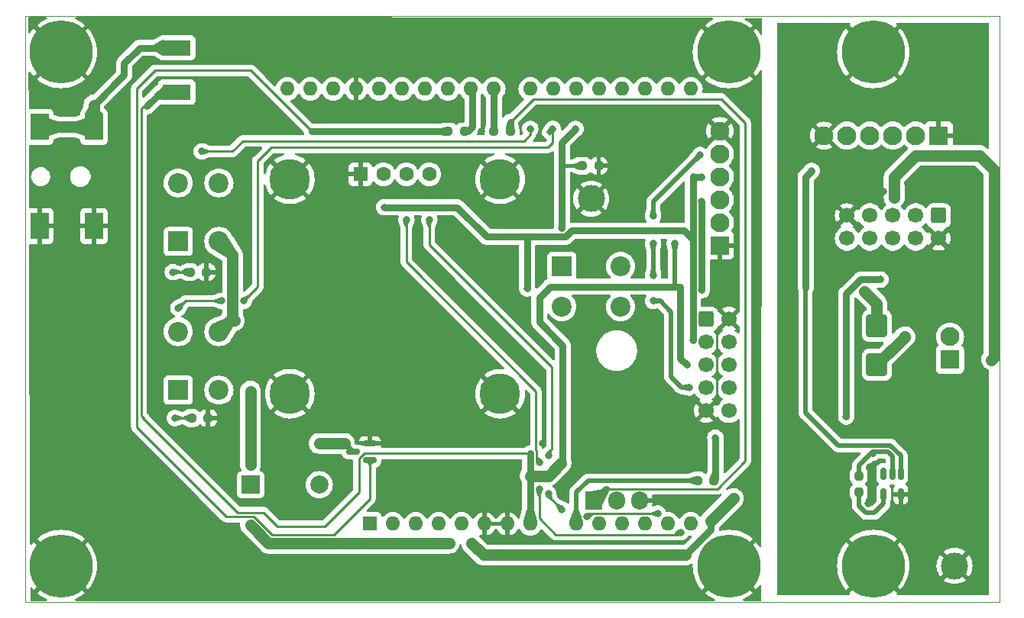
<source format=gbr>
%TF.GenerationSoftware,KiCad,Pcbnew,7.0.7*%
%TF.CreationDate,2023-11-29T19:00:16-05:00*%
%TF.ProjectId,moonratII,6d6f6f6e-7261-4744-9949-2e6b69636164,1.0*%
%TF.SameCoordinates,Original*%
%TF.FileFunction,Copper,L1,Top*%
%TF.FilePolarity,Positive*%
%FSLAX46Y46*%
G04 Gerber Fmt 4.6, Leading zero omitted, Abs format (unit mm)*
G04 Created by KiCad (PCBNEW 7.0.7) date 2023-11-29 19:00:16*
%MOMM*%
%LPD*%
G01*
G04 APERTURE LIST*
G04 Aperture macros list*
%AMRoundRect*
0 Rectangle with rounded corners*
0 $1 Rounding radius*
0 $2 $3 $4 $5 $6 $7 $8 $9 X,Y pos of 4 corners*
0 Add a 4 corners polygon primitive as box body*
4,1,4,$2,$3,$4,$5,$6,$7,$8,$9,$2,$3,0*
0 Add four circle primitives for the rounded corners*
1,1,$1+$1,$2,$3*
1,1,$1+$1,$4,$5*
1,1,$1+$1,$6,$7*
1,1,$1+$1,$8,$9*
0 Add four rect primitives between the rounded corners*
20,1,$1+$1,$2,$3,$4,$5,0*
20,1,$1+$1,$4,$5,$6,$7,0*
20,1,$1+$1,$6,$7,$8,$9,0*
20,1,$1+$1,$8,$9,$2,$3,0*%
G04 Aperture macros list end*
%TA.AperFunction,ComponentPad*%
%ADD10C,0.800000*%
%TD*%
%TA.AperFunction,ComponentPad*%
%ADD11C,7.000000*%
%TD*%
%TA.AperFunction,SMDPad,CuDef*%
%ADD12RoundRect,0.237500X0.250000X0.237500X-0.250000X0.237500X-0.250000X-0.237500X0.250000X-0.237500X0*%
%TD*%
%TA.AperFunction,ComponentPad*%
%ADD13C,3.000000*%
%TD*%
%TA.AperFunction,ComponentPad*%
%ADD14R,2.200000X2.200000*%
%TD*%
%TA.AperFunction,ComponentPad*%
%ADD15C,2.200000*%
%TD*%
%TA.AperFunction,ComponentPad*%
%ADD16R,2.100000X2.100000*%
%TD*%
%TA.AperFunction,ComponentPad*%
%ADD17C,2.100000*%
%TD*%
%TA.AperFunction,SMDPad,CuDef*%
%ADD18RoundRect,0.237500X0.237500X-0.250000X0.237500X0.250000X-0.237500X0.250000X-0.237500X-0.250000X0*%
%TD*%
%TA.AperFunction,ComponentPad*%
%ADD19RoundRect,0.250000X-0.600000X0.600000X-0.600000X-0.600000X0.600000X-0.600000X0.600000X0.600000X0*%
%TD*%
%TA.AperFunction,ComponentPad*%
%ADD20C,1.700000*%
%TD*%
%TA.AperFunction,SMDPad,CuDef*%
%ADD21R,2.000000X3.000000*%
%TD*%
%TA.AperFunction,SMDPad,CuDef*%
%ADD22R,2.000000X2.999999*%
%TD*%
%TA.AperFunction,SMDPad,CuDef*%
%ADD23R,3.150000X1.780000*%
%TD*%
%TA.AperFunction,ComponentPad*%
%ADD24R,1.905000X2.000000*%
%TD*%
%TA.AperFunction,ComponentPad*%
%ADD25O,1.905000X2.000000*%
%TD*%
%TA.AperFunction,ComponentPad*%
%ADD26R,2.000000X2.000000*%
%TD*%
%TA.AperFunction,ComponentPad*%
%ADD27C,2.000000*%
%TD*%
%TA.AperFunction,ComponentPad*%
%ADD28R,1.600000X1.600000*%
%TD*%
%TA.AperFunction,ComponentPad*%
%ADD29C,1.600000*%
%TD*%
%TA.AperFunction,ComponentPad*%
%ADD30C,4.500000*%
%TD*%
%TA.AperFunction,SMDPad,CuDef*%
%ADD31RoundRect,0.250000X-0.900000X1.000000X-0.900000X-1.000000X0.900000X-1.000000X0.900000X1.000000X0*%
%TD*%
%TA.AperFunction,SMDPad,CuDef*%
%ADD32RoundRect,0.237500X-0.250000X-0.237500X0.250000X-0.237500X0.250000X0.237500X-0.250000X0.237500X0*%
%TD*%
%TA.AperFunction,SMDPad,CuDef*%
%ADD33RoundRect,0.150000X0.587500X0.150000X-0.587500X0.150000X-0.587500X-0.150000X0.587500X-0.150000X0*%
%TD*%
%TA.AperFunction,SMDPad,CuDef*%
%ADD34RoundRect,0.150000X-0.150000X0.512500X-0.150000X-0.512500X0.150000X-0.512500X0.150000X0.512500X0*%
%TD*%
%TA.AperFunction,ComponentPad*%
%ADD35RoundRect,0.250000X-0.600000X-0.600000X0.600000X-0.600000X0.600000X0.600000X-0.600000X0.600000X0*%
%TD*%
%TA.AperFunction,ComponentPad*%
%ADD36O,1.600000X1.600000*%
%TD*%
%TA.AperFunction,ViaPad*%
%ADD37C,0.800000*%
%TD*%
%TA.AperFunction,Conductor*%
%ADD38C,0.762000*%
%TD*%
%TA.AperFunction,Conductor*%
%ADD39C,1.270000*%
%TD*%
%TA.AperFunction,Conductor*%
%ADD40C,0.381000*%
%TD*%
%TA.AperFunction,Conductor*%
%ADD41C,0.250000*%
%TD*%
%TA.AperFunction,Conductor*%
%ADD42C,0.508000*%
%TD*%
%TA.AperFunction,Conductor*%
%ADD43C,0.254000*%
%TD*%
%TA.AperFunction,Profile*%
%ADD44C,0.100000*%
%TD*%
G04 APERTURE END LIST*
D10*
%TO.P,H2,1,1*%
%TO.N,GND*%
X51375000Y-146000000D03*
X52143845Y-144143845D03*
X52143845Y-147856155D03*
X54000000Y-143375000D03*
D11*
X54000000Y-146000000D03*
D10*
X54000000Y-148625000D03*
X55856155Y-144143845D03*
X55856155Y-147856155D03*
X56625000Y-146000000D03*
%TD*%
D12*
%TO.P,R2,1*%
%TO.N,HEATER_ON*%
X103782500Y-97790000D03*
%TO.P,R2,2*%
%TO.N,Net-(A1-D8)*%
X101957500Y-97790000D03*
%TD*%
D13*
%TO.P,TP2,1,1*%
%TO.N,GND1*%
X153000000Y-146000000D03*
%TD*%
D14*
%TO.P,SW1,1,1*%
%TO.N,BTN_DOWN*%
X67000000Y-110000000D03*
D15*
%TO.P,SW1,2,2*%
X67000000Y-103500000D03*
%TO.P,SW1,3,K*%
%TO.N,+5V*%
X71500000Y-110000000D03*
%TO.P,SW1,4,A*%
X71500000Y-103500000D03*
%TD*%
D10*
%TO.P,H3,1,1*%
%TO.N,GND*%
X125375000Y-146000000D03*
X126143845Y-144143845D03*
X126143845Y-147856155D03*
X128000000Y-143375000D03*
D11*
X128000000Y-146000000D03*
D10*
X128000000Y-148625000D03*
X129856155Y-144143845D03*
X129856155Y-147856155D03*
X130625000Y-146000000D03*
%TD*%
D16*
%TO.P,J9,1,Pin_1*%
%TO.N,GND1*%
X151250000Y-98250000D03*
D17*
%TO.P,J9,2,Pin_2*%
%TO.N,VCCQ*%
X148710000Y-98250000D03*
%TO.P,J9,3,Pin_3*%
%TO.N,HeaterDrive_IB*%
X146170000Y-98250000D03*
%TO.P,J9,4,Pin_4*%
%TO.N,+5P*%
X143630000Y-98250000D03*
%TO.P,J9,5,Pin_5*%
%TO.N,TempOut_IB*%
X141090000Y-98250000D03*
%TO.P,J9,6,Pin_6*%
%TO.N,GND1*%
X138550000Y-98250000D03*
%TD*%
D18*
%TO.P,R7,1*%
%TO.N,Net-(U1-{slash}SHUTDOWN)*%
X142400000Y-137842214D03*
%TO.P,R7,2*%
%TO.N,+5P*%
X142400000Y-136017214D03*
%TD*%
D19*
%TO.P,J10,1,Pin_1*%
%TO.N,HeaterDrive_IB*%
X151250000Y-107125000D03*
D20*
%TO.P,J10,2,Pin_2*%
%TO.N,GND1*%
X151250000Y-109665000D03*
%TO.P,J10,3,Pin_3*%
%TO.N,+5P*%
X148710000Y-107125000D03*
%TO.P,J10,4,Pin_4*%
%TO.N,TempOut_IB*%
X148710000Y-109665000D03*
%TO.P,J10,5,Pin_5*%
%TO.N,VCCQ*%
X146170000Y-107125000D03*
%TO.P,J10,6,Pin_6*%
X146170000Y-109665000D03*
%TO.P,J10,7,Pin_7*%
%TO.N,TempOut_IB*%
X143630000Y-107125000D03*
%TO.P,J10,8,Pin_8*%
%TO.N,+5P*%
X143630000Y-109665000D03*
%TO.P,J10,9,Pin_9*%
%TO.N,GND1*%
X141090000Y-107125000D03*
%TO.P,J10,10,Pin_10*%
%TO.N,HeaterDrive_IB*%
X141090000Y-109665000D03*
%TD*%
D21*
%TO.P,J1,1*%
%TO.N,Net-(F1-Pad2)*%
X57650000Y-97300000D03*
%TO.P,J1,2*%
%TO.N,GND*%
X57650000Y-108300000D03*
%TO.P,J1,3*%
X51650000Y-108300000D03*
D22*
%TO.P,J1,4*%
%TO.N,Net-(F1-Pad2)*%
X51650000Y-97300000D03*
%TD*%
D12*
%TO.P,R3,1*%
%TO.N,GND*%
X113585000Y-101600000D03*
%TO.P,R3,2*%
%TO.N,BTN_SELECT*%
X111760000Y-101600000D03*
%TD*%
D14*
%TO.P,SW3,1,1*%
%TO.N,BTN_UP*%
X67000000Y-126500000D03*
D15*
%TO.P,SW3,2,2*%
X67000000Y-120000000D03*
%TO.P,SW3,3,K*%
%TO.N,+5V*%
X71500000Y-126500000D03*
%TO.P,SW3,4,A*%
X71500000Y-120000000D03*
%TD*%
D23*
%TO.P,F1,1*%
%TO.N,VCC*%
X66840707Y-93429293D03*
%TO.P,F1,2*%
%TO.N,Net-(F1-Pad2)*%
X66840707Y-88499293D03*
%TD*%
D16*
%TO.P,J6,1,Pin_1*%
%TO.N,GND*%
X127000000Y-110450000D03*
D17*
%TO.P,J6,2,Pin_2*%
%TO.N,VCC*%
X127000000Y-107910000D03*
%TO.P,J6,3,Pin_3*%
%TO.N,HeaterDrive*%
X127000000Y-105370000D03*
%TO.P,J6,4,Pin_4*%
%TO.N,+5V*%
X127000000Y-102830000D03*
%TO.P,J6,5,Pin_5*%
%TO.N,TempOut*%
X127000000Y-100290000D03*
%TO.P,J6,6,Pin_6*%
%TO.N,GND*%
X127000000Y-97750000D03*
%TD*%
D13*
%TO.P,TP1,1,1*%
%TO.N,GND*%
X112749993Y-105250005D03*
%TD*%
D16*
%TO.P,J11,1,Pin_1*%
%TO.N,VCCQ*%
X152500000Y-123099714D03*
D17*
%TO.P,J11,2,Pin_2*%
%TO.N,Net-(D1-A)*%
X152500000Y-120559714D03*
%TD*%
D10*
%TO.P,H6,1,1*%
%TO.N,GND1*%
X141375000Y-146000000D03*
X142143845Y-144143845D03*
X142143845Y-147856155D03*
X144000000Y-143375000D03*
D11*
X144000000Y-146000000D03*
D10*
X144000000Y-148625000D03*
X145856155Y-144143845D03*
X145856155Y-147856155D03*
X146625000Y-146000000D03*
%TD*%
D24*
%TO.P,Q1,1,G*%
%TO.N,HEATER_ON*%
X113030000Y-138770000D03*
D25*
%TO.P,Q1,2,D*%
%TO.N,HeaterDrive*%
X115570000Y-138770000D03*
%TO.P,Q1,3,S*%
%TO.N,GND*%
X118110000Y-138770000D03*
%TD*%
D10*
%TO.P,H4,1,1*%
%TO.N,GND*%
X125375000Y-89000000D03*
X126143845Y-87143845D03*
X126143845Y-90856155D03*
X128000000Y-86375000D03*
D11*
X128000000Y-89000000D03*
D10*
X128000000Y-91625000D03*
X129856155Y-87143845D03*
X129856155Y-90856155D03*
X130625000Y-89000000D03*
%TD*%
%TO.P,H1,1,1*%
%TO.N,GND*%
X51375000Y-89000000D03*
X52143845Y-87143845D03*
X52143845Y-90856155D03*
X54000000Y-86375000D03*
D11*
X54000000Y-89000000D03*
D10*
X54000000Y-91625000D03*
X55856155Y-87143845D03*
X55856155Y-90856155D03*
X56625000Y-89000000D03*
%TD*%
D26*
%TO.P,BZ1,1,-*%
%TO.N,+5V*%
X75000000Y-137000000D03*
D27*
%TO.P,BZ1,2,+*%
%TO.N,Net-(BZ1-+)*%
X82620000Y-137000000D03*
%TD*%
D12*
%TO.P,R4,1*%
%TO.N,GND*%
X70312500Y-129600000D03*
%TO.P,R4,2*%
%TO.N,BTN_UP*%
X68487500Y-129600000D03*
%TD*%
D28*
%TO.P,J2,1,Pin_1*%
%TO.N,GND*%
X87190000Y-102540000D03*
D29*
%TO.P,J2,2,Pin_2*%
%TO.N,+5V*%
X89730000Y-102540000D03*
%TO.P,J2,3,Pin_3*%
%TO.N,SCL*%
X92270000Y-102540000D03*
%TO.P,J2,4,Pin_4*%
%TO.N,SDA*%
X94810000Y-102540000D03*
D30*
%TO.P,J2,5,Pin_5*%
%TO.N,GND*%
X79350000Y-103100000D03*
%TO.P,J2,6,Pin_6*%
X102650000Y-103100000D03*
%TO.P,J2,7,Pin_7*%
X79350000Y-126900000D03*
%TO.P,J2,8,Pin_8*%
X102650000Y-126900000D03*
%TD*%
D14*
%TO.P,SW2,1,1*%
%TO.N,BTN_SELECT*%
X109500000Y-112750000D03*
D15*
%TO.P,SW2,2,2*%
X116000000Y-112750000D03*
%TO.P,SW2,3,K*%
%TO.N,+5V*%
X109500000Y-117250000D03*
%TO.P,SW2,4,A*%
X116000000Y-117250000D03*
%TD*%
D31*
%TO.P,D1,1,K*%
%TO.N,HeaterDrive_IB*%
X144400000Y-119380000D03*
%TO.P,D1,2,A*%
%TO.N,Net-(D1-A)*%
X144400000Y-123680000D03*
%TD*%
D12*
%TO.P,R5,1*%
%TO.N,GND*%
X70112500Y-113400000D03*
%TO.P,R5,2*%
%TO.N,BTN_DOWN*%
X68287500Y-113400000D03*
%TD*%
D32*
%TO.P,R1,1*%
%TO.N,TEMP_IN*%
X124540000Y-136525000D03*
%TO.P,R1,2*%
%TO.N,TempOut*%
X126365000Y-136525000D03*
%TD*%
D10*
%TO.P,H5,1,1*%
%TO.N,GND1*%
X141375000Y-89000000D03*
X142143845Y-87143845D03*
X142143845Y-90856155D03*
X144000000Y-86375000D03*
D11*
X144000000Y-89000000D03*
D10*
X144000000Y-91625000D03*
X145856155Y-87143845D03*
X145856155Y-90856155D03*
X146625000Y-89000000D03*
%TD*%
D33*
%TO.P,Q2,1,G*%
%TO.N,Net-(Q2-G)*%
X88235000Y-134300000D03*
%TO.P,Q2,2,S*%
%TO.N,GND*%
X88235000Y-132400000D03*
%TO.P,Q2,3,D*%
%TO.N,Net-(BZ1-+)*%
X86360000Y-133350000D03*
%TD*%
D34*
%TO.P,U1,1,Vout*%
%TO.N,TempOut_IB*%
X147050000Y-135792214D03*
%TO.P,U1,2,+Vs*%
%TO.N,+5P*%
X146100000Y-135792214D03*
%TO.P,U1,3,NC*%
%TO.N,unconnected-(U1-NC-Pad3)*%
X145150000Y-135792214D03*
%TO.P,U1,4,/SHUTDOWN*%
%TO.N,Net-(U1-{slash}SHUTDOWN)*%
X145150000Y-138067214D03*
%TO.P,U1,5,V_{SS}*%
%TO.N,GND1*%
X147050000Y-138067214D03*
%TD*%
D35*
%TO.P,J5,1,Pin_1*%
%TO.N,HeaterDrive*%
X125460000Y-118600000D03*
D20*
%TO.P,J5,2,Pin_2*%
%TO.N,GND*%
X128000000Y-118600000D03*
%TO.P,J5,3,Pin_3*%
%TO.N,+5V*%
X125460000Y-121140000D03*
%TO.P,J5,4,Pin_4*%
%TO.N,TempOut*%
X128000000Y-121140000D03*
%TO.P,J5,5,Pin_5*%
%TO.N,VCC*%
X125460000Y-123680000D03*
%TO.P,J5,6,Pin_6*%
X128000000Y-123680000D03*
%TO.P,J5,7,Pin_7*%
%TO.N,TempOut*%
X125460000Y-126220000D03*
%TO.P,J5,8,Pin_8*%
%TO.N,+5V*%
X128000000Y-126220000D03*
%TO.P,J5,9,Pin_9*%
%TO.N,GND*%
X125460000Y-128760000D03*
%TO.P,J5,10,Pin_10*%
%TO.N,HeaterDrive*%
X128000000Y-128760000D03*
%TD*%
D12*
%TO.P,R6,1*%
%TO.N,BUZZER_ON*%
X98702500Y-97790000D03*
%TO.P,R6,2*%
%TO.N,Net-(Q2-G)*%
X96877500Y-97790000D03*
%TD*%
D28*
%TO.P,A1,1,NC*%
%TO.N,unconnected-(A1-NC-Pad1)*%
X88225000Y-141330000D03*
D36*
%TO.P,A1,2,IOREF*%
%TO.N,unconnected-(A1-IOREF-Pad2)*%
X90765000Y-141330000D03*
%TO.P,A1,3,~{RESET}*%
%TO.N,unconnected-(A1-~{RESET}-Pad3)*%
X93305000Y-141330000D03*
%TO.P,A1,4,3V3*%
%TO.N,unconnected-(A1-3V3-Pad4)*%
X95845000Y-141330000D03*
%TO.P,A1,5,+5V*%
%TO.N,+5V*%
X98385000Y-141330000D03*
%TO.P,A1,6,GND*%
%TO.N,GND*%
X100925000Y-141330000D03*
%TO.P,A1,7,GND*%
X103465000Y-141330000D03*
%TO.P,A1,8,VIN*%
%TO.N,VCC*%
X106005000Y-141330000D03*
%TO.P,A1,9,A0*%
%TO.N,TEMP_IN*%
X111085000Y-141330000D03*
%TO.P,A1,10,A1*%
%TO.N,unconnected-(A1-A1-Pad10)*%
X113625000Y-141330000D03*
%TO.P,A1,11,A2*%
%TO.N,unconnected-(A1-A2-Pad11)*%
X116165000Y-141330000D03*
%TO.P,A1,12,A3*%
%TO.N,unconnected-(A1-A3-Pad12)*%
X118705000Y-141330000D03*
%TO.P,A1,13,SDA/A4*%
%TO.N,SDA*%
X121245000Y-141330000D03*
%TO.P,A1,14,SCL/A5*%
%TO.N,SCL*%
X123785000Y-141330000D03*
%TO.P,A1,15,D0/RX*%
%TO.N,unconnected-(A1-D0{slash}RX-Pad15)*%
X123785000Y-93070000D03*
%TO.P,A1,16,D1/TX*%
%TO.N,unconnected-(A1-D1{slash}TX-Pad16)*%
X121245000Y-93070000D03*
%TO.P,A1,17,D2*%
%TO.N,unconnected-(A1-D2-Pad17)*%
X118705000Y-93070000D03*
%TO.P,A1,18,D3*%
%TO.N,unconnected-(A1-D3-Pad18)*%
X116165000Y-93070000D03*
%TO.P,A1,19,D4*%
%TO.N,unconnected-(A1-D4-Pad19)*%
X113625000Y-93070000D03*
%TO.P,A1,20,D5*%
%TO.N,BTN_SELECT*%
X111085000Y-93070000D03*
%TO.P,A1,21,D6*%
%TO.N,BTN_UP*%
X108545000Y-93070000D03*
%TO.P,A1,22,D7*%
%TO.N,BTN_DOWN*%
X106005000Y-93070000D03*
%TO.P,A1,23,D8*%
%TO.N,Net-(A1-D8)*%
X101945000Y-93070000D03*
%TO.P,A1,24,D9*%
%TO.N,BUZZER_ON*%
X99405000Y-93070000D03*
%TO.P,A1,25,D10*%
%TO.N,unconnected-(A1-D10-Pad25)*%
X96865000Y-93070000D03*
%TO.P,A1,26,D11*%
%TO.N,unconnected-(A1-D11-Pad26)*%
X94325000Y-93070000D03*
%TO.P,A1,27,D12*%
%TO.N,unconnected-(A1-D12-Pad27)*%
X91785000Y-93070000D03*
%TO.P,A1,28,D13*%
%TO.N,unconnected-(A1-D13-Pad28)*%
X89245000Y-93070000D03*
%TO.P,A1,29,GND*%
%TO.N,GND*%
X86705000Y-93070000D03*
%TO.P,A1,30,AREF*%
%TO.N,unconnected-(A1-AREF-Pad30)*%
X84165000Y-93070000D03*
%TO.P,A1,31,SDA/A4*%
%TO.N,unconnected-(A1-SDA{slash}A4-Pad31)*%
X81625000Y-93070000D03*
%TO.P,A1,32,SCL/A5*%
%TO.N,unconnected-(A1-SCL{slash}A5-Pad32)*%
X79085000Y-93070000D03*
%TD*%
D37*
%TO.N,+5V*%
X75000000Y-126600000D03*
X128500000Y-138500000D03*
X124000000Y-121000000D03*
X75000000Y-134800000D03*
X125000000Y-102830000D03*
X99500000Y-143500000D03*
X105650000Y-115200000D03*
X89800000Y-106200000D03*
X97000000Y-143500000D03*
X75000000Y-141500000D03*
%TO.N,GND*%
X126700000Y-127800000D03*
X97800000Y-109200000D03*
X97800000Y-95600000D03*
X100600000Y-118600000D03*
X120800000Y-112200000D03*
X107000000Y-111000000D03*
X125000000Y-130500000D03*
X116200000Y-102200000D03*
X106600000Y-124600000D03*
X122000000Y-105200000D03*
X117400000Y-110400000D03*
X86800000Y-95400000D03*
X99200000Y-103329714D03*
X106100000Y-103600000D03*
X117300000Y-107200000D03*
X107400000Y-132400000D03*
X126800000Y-113600000D03*
X93600000Y-110200000D03*
X100600000Y-97729714D03*
X82500000Y-95500000D03*
X128200000Y-115500000D03*
%TO.N,VCC*%
X122000000Y-110200000D03*
X123320000Y-123680000D03*
%TO.N,SDA*%
X108000000Y-138000000D03*
X108000000Y-133750000D03*
X94810000Y-107600000D03*
X120150000Y-140200000D03*
X109500000Y-139750000D03*
X112250000Y-140500000D03*
%TO.N,SCL*%
X107000000Y-137500000D03*
X107000000Y-134500000D03*
X92270000Y-107600000D03*
X122660000Y-142265500D03*
%TO.N,BTN_SELECT*%
X111000000Y-97500000D03*
X109500000Y-108500000D03*
%TO.N,BTN_UP*%
X67000000Y-117400000D03*
X108500000Y-97500000D03*
X74234500Y-116600000D03*
X71765500Y-116600000D03*
X66600000Y-129600000D03*
%TO.N,BTN_DOWN*%
X69600000Y-100000000D03*
X66400000Y-113400000D03*
X106000000Y-97500000D03*
%TO.N,HeaterDrive*%
X125000000Y-115400000D03*
X125000000Y-105600000D03*
%TO.N,Net-(BZ1-+)*%
X82600000Y-132400000D03*
%TO.N,TempOut*%
X119600000Y-116600000D03*
X119600000Y-113800000D03*
X119600000Y-107200000D03*
X119600000Y-110200000D03*
X123600000Y-126200000D03*
X124800000Y-100400000D03*
X126500000Y-131773500D03*
%TO.N,Net-(D1-A)*%
X147400000Y-120629714D03*
%TO.N,HeaterDrive_IB*%
X143000000Y-115529714D03*
%TO.N,GND1*%
X153035000Y-111125000D03*
X145100000Y-104500000D03*
X138430000Y-109220000D03*
X147100000Y-140429714D03*
X151130000Y-113030000D03*
X143403516Y-139126198D03*
X148590000Y-112395000D03*
X153035000Y-107950000D03*
X143600000Y-135029714D03*
X142200000Y-104800000D03*
X149100000Y-138029714D03*
X139065000Y-106045000D03*
%TO.N,VCCQ*%
X148710000Y-100450000D03*
X146304000Y-105156000D03*
X157100000Y-123129714D03*
%TO.N,+5P*%
X143900000Y-133475214D03*
X144800000Y-114229714D03*
X141000000Y-129429714D03*
%TO.N,TempOut_IB*%
X137160000Y-102158800D03*
%TD*%
D38*
%TO.N,+5V*%
X123200000Y-144800000D02*
X126000000Y-142000000D01*
D39*
X71500000Y-110000000D02*
X73000000Y-111500000D01*
X100800000Y-144800000D02*
X123200000Y-144800000D01*
X73200000Y-118800000D02*
X72700000Y-118800000D01*
D38*
X110588344Y-108799000D02*
X109906344Y-109481000D01*
X105650000Y-115200000D02*
X105650000Y-109531000D01*
D39*
X99500000Y-143500000D02*
X100800000Y-144800000D01*
D38*
X124000000Y-109800000D02*
X122999000Y-108799000D01*
X109906344Y-109481000D02*
X105600000Y-109481000D01*
D39*
X126000000Y-141000000D02*
X128500000Y-138500000D01*
D38*
X89800000Y-106200000D02*
X97870286Y-106200000D01*
X124000000Y-102800000D02*
X124000000Y-121000000D01*
X122999000Y-108799000D02*
X110588344Y-108799000D01*
D40*
X105650000Y-109531000D02*
X105600000Y-109481000D01*
X109500000Y-117250000D02*
X109450000Y-117250000D01*
D39*
X75000000Y-141500000D02*
X77000000Y-143500000D01*
X72700000Y-118800000D02*
X71500000Y-120000000D01*
D38*
X97870286Y-106200000D02*
X101151286Y-109481000D01*
X126000000Y-142000000D02*
X126000000Y-141000000D01*
X101151286Y-109481000D02*
X105600000Y-109481000D01*
D39*
X75000000Y-130000000D02*
X75000000Y-126600000D01*
D38*
X125000000Y-102830000D02*
X124030000Y-102830000D01*
D39*
X73000000Y-118600000D02*
X73200000Y-118800000D01*
D38*
X124030000Y-102830000D02*
X124000000Y-102800000D01*
D39*
X77000000Y-143500000D02*
X97000000Y-143500000D01*
D40*
X109450000Y-117250000D02*
X109400000Y-117200000D01*
D39*
X75000000Y-134800000D02*
X75000000Y-130000000D01*
X73000000Y-111500000D02*
X73000000Y-118600000D01*
D41*
%TO.N,GND*%
X128000000Y-118600000D02*
X126635000Y-119965000D01*
X126420000Y-127800000D02*
X125460000Y-128760000D01*
X126635000Y-127735000D02*
X126700000Y-127800000D01*
X126635000Y-119965000D02*
X126635000Y-127735000D01*
X126700000Y-127800000D02*
X126420000Y-127800000D01*
D38*
%TO.N,VCC*%
X122600000Y-122960000D02*
X123320000Y-123680000D01*
X106005000Y-133505000D02*
X106005000Y-136000000D01*
D42*
X122000000Y-110200000D02*
X122000000Y-114800000D01*
D38*
X107000000Y-118931000D02*
X107000000Y-116200000D01*
D41*
X83200000Y-141600000D02*
X87000000Y-137800000D01*
D39*
X108000000Y-136000000D02*
X109400000Y-134600000D01*
X106005000Y-136000000D02*
X108000000Y-136000000D01*
D41*
X63000000Y-129500000D02*
X73590000Y-140090000D01*
X78000000Y-141600000D02*
X83200000Y-141600000D01*
D38*
X66840000Y-93430000D02*
X65070000Y-93430000D01*
D41*
X63100000Y-95100000D02*
X62900000Y-95300000D01*
X62900000Y-129300000D02*
X63200000Y-129600000D01*
D38*
X109600000Y-134600000D02*
X109600000Y-121531000D01*
D42*
X122000000Y-114800000D02*
X121800000Y-115000000D01*
D38*
X121800000Y-115000000D02*
X122600000Y-115000000D01*
X106005000Y-133505000D02*
X106005000Y-141330000D01*
X108200000Y-115000000D02*
X121800000Y-115000000D01*
D41*
X73590000Y-140090000D02*
X76490000Y-140090000D01*
X76490000Y-140090000D02*
X78000000Y-141600000D01*
X62900000Y-95300000D02*
X62900000Y-129300000D01*
D38*
X107000000Y-116200000D02*
X108200000Y-115000000D01*
X122600000Y-115000000D02*
X122600000Y-122960000D01*
D41*
X87620749Y-133505000D02*
X106005000Y-133505000D01*
X63400000Y-95100000D02*
X63100000Y-95100000D01*
X87000000Y-134125749D02*
X87620749Y-133505000D01*
D38*
X109600000Y-121531000D02*
X107000000Y-118931000D01*
D41*
X87000000Y-137800000D02*
X87000000Y-134125749D01*
D38*
X65070000Y-93430000D02*
X63500000Y-95000000D01*
D42*
%TO.N,TEMP_IN*%
X112414500Y-136525000D02*
X111085000Y-137854500D01*
X111085000Y-137854500D02*
X111085000Y-141330000D01*
X124540000Y-136525000D02*
X112414500Y-136525000D01*
D41*
%TO.N,SDA*%
X108000000Y-138250000D02*
X108000000Y-138000000D01*
X108400000Y-123950000D02*
X108400000Y-133000000D01*
X112545000Y-140205000D02*
X120120000Y-140205000D01*
X94810000Y-110360000D02*
X108400000Y-123950000D01*
X109500000Y-139750000D02*
X108000000Y-138250000D01*
X109750000Y-139750000D02*
X109500000Y-139750000D01*
X108400000Y-133000000D02*
X108000000Y-133400000D01*
X108000000Y-133400000D02*
X108000000Y-133750000D01*
X112250000Y-140500000D02*
X112545000Y-140205000D01*
X94810000Y-107600000D02*
X94810000Y-110360000D01*
%TO.N,SCL*%
X122385500Y-142540000D02*
X108840000Y-142540000D01*
X106711000Y-134211000D02*
X107000000Y-134500000D01*
X106600000Y-133101565D02*
X106711000Y-133212565D01*
X108840000Y-142540000D02*
X107000000Y-140700000D01*
X92270000Y-112270000D02*
X106600000Y-126600000D01*
X106711000Y-133212565D02*
X106711000Y-134211000D01*
X122660000Y-142265500D02*
X122385500Y-142540000D01*
X106600000Y-126600000D02*
X106600000Y-133101565D01*
X107000000Y-140700000D02*
X107000000Y-137500000D01*
X92270000Y-107600000D02*
X92270000Y-112270000D01*
D38*
%TO.N,BTN_SELECT*%
X109500000Y-99000000D02*
X109500000Y-101600000D01*
X111000000Y-97500000D02*
X109500000Y-99000000D01*
D40*
X111760000Y-101600000D02*
X109500000Y-101600000D01*
D38*
X109500000Y-101600000D02*
X109500000Y-108500000D01*
D41*
%TO.N,BTN_UP*%
X75800000Y-101029714D02*
X75800000Y-115034500D01*
X108500000Y-97500000D02*
X108545000Y-97455000D01*
X77277714Y-99552000D02*
X75800000Y-101029714D01*
X67800000Y-116600000D02*
X71765500Y-116600000D01*
X107977714Y-99552000D02*
X77277714Y-99552000D01*
X108500000Y-99029714D02*
X107977714Y-99552000D01*
X67000000Y-117400000D02*
X67800000Y-116600000D01*
X75800000Y-115034500D02*
X74234500Y-116600000D01*
X68487500Y-129600000D02*
X66600000Y-129600000D01*
D43*
X108500000Y-99029714D02*
X108500000Y-97500000D01*
%TO.N,BTN_DOWN*%
X73000000Y-100000000D02*
X69600000Y-100000000D01*
X69400000Y-100200000D02*
X69600000Y-100000000D01*
D38*
X106000000Y-97500000D02*
X106005000Y-97495000D01*
D43*
X74170286Y-98829714D02*
X73000000Y-100000000D01*
X106000000Y-98129714D02*
X105300000Y-98829714D01*
X106000000Y-97500000D02*
X106000000Y-98129714D01*
X105300000Y-98829714D02*
X74170286Y-98829714D01*
D41*
X66400000Y-113400000D02*
X68287500Y-113400000D01*
%TO.N,HEATER_ON*%
X126727995Y-137445000D02*
X114355000Y-137445000D01*
X103782500Y-96717500D02*
X106305000Y-94195000D01*
D38*
X103782500Y-97790000D02*
X103782500Y-96717500D01*
D41*
X129800000Y-134372995D02*
X126727995Y-137445000D01*
X106305000Y-94195000D02*
X127195000Y-94195000D01*
X129800000Y-96800000D02*
X129800000Y-134372995D01*
D38*
X114355000Y-137445000D02*
X113030000Y-138770000D01*
D41*
X127195000Y-94195000D02*
X129800000Y-96800000D01*
%TO.N,BUZZER_ON*%
X99600000Y-93265000D02*
X99405000Y-93070000D01*
D38*
X99600000Y-97229714D02*
X99600000Y-93265000D01*
X98702500Y-97790000D02*
X99039714Y-97790000D01*
X99039714Y-97790000D02*
X99600000Y-97229714D01*
%TO.N,Net-(A1-D8)*%
X101945000Y-97777500D02*
X101945000Y-93070000D01*
D41*
X101957500Y-97790000D02*
X101945000Y-97777500D01*
D40*
%TO.N,HeaterDrive*%
X125000000Y-118140000D02*
X125460000Y-118600000D01*
D38*
X125000000Y-105600000D02*
X125000000Y-115400000D01*
D39*
%TO.N,Net-(BZ1-+)*%
X82600000Y-132400000D02*
X85410000Y-132400000D01*
D42*
X85410000Y-132400000D02*
X86360000Y-133350000D01*
D39*
%TO.N,Net-(F1-Pad2)*%
X51650000Y-97300000D02*
X57650000Y-97300000D01*
D38*
X61000000Y-90200000D02*
X62700000Y-88500000D01*
X57650000Y-94850000D02*
X61000000Y-91500000D01*
D39*
X57650000Y-97300000D02*
X57650000Y-94850000D01*
D38*
X62700000Y-88500000D02*
X66840000Y-88500000D01*
X61000000Y-91500000D02*
X61000000Y-90200000D01*
D42*
%TO.N,TempOut*%
X121600000Y-117800000D02*
X121600000Y-125000000D01*
X119600000Y-105600000D02*
X119600000Y-107200000D01*
X119600000Y-116600000D02*
X120400000Y-116600000D01*
D38*
X126500000Y-136390000D02*
X126500000Y-131773500D01*
D42*
X121600000Y-125000000D02*
X122800000Y-126200000D01*
D38*
X126500000Y-131773500D02*
X126500000Y-132000000D01*
D41*
X126365000Y-136525000D02*
X126500000Y-136390000D01*
D42*
X119600000Y-110200000D02*
X119600000Y-113800000D01*
X120400000Y-116600000D02*
X121600000Y-117800000D01*
X122800000Y-126200000D02*
X123600000Y-126200000D01*
X124800000Y-100400000D02*
X119600000Y-105600000D01*
D39*
%TO.N,Net-(D1-A)*%
X144400000Y-123680000D02*
X147400000Y-120680000D01*
X147400000Y-120629714D02*
X147450286Y-120629714D01*
X147450286Y-120629714D02*
X147520286Y-120559714D01*
X147400000Y-120680000D02*
X147400000Y-120629714D01*
D41*
%TO.N,Net-(Q2-G)*%
X77397646Y-142540000D02*
X75397646Y-140540000D01*
X88235000Y-134300000D02*
X88235000Y-138565000D01*
X64400000Y-91000000D02*
X75000000Y-91000000D01*
X72340000Y-140540000D02*
X62400000Y-130600000D01*
D38*
X81790000Y-97790000D02*
X96877500Y-97790000D01*
D41*
X84260000Y-142540000D02*
X77397646Y-142540000D01*
X75000000Y-91000000D02*
X81790000Y-97790000D01*
X62400000Y-93000000D02*
X64400000Y-91000000D01*
X62400000Y-130600000D02*
X62400000Y-93000000D01*
X75397646Y-140540000D02*
X72340000Y-140540000D01*
X88235000Y-138565000D02*
X84260000Y-142540000D01*
D39*
%TO.N,HeaterDrive_IB*%
X144400000Y-119380000D02*
X144400000Y-116929714D01*
X144400000Y-116929714D02*
X143000000Y-115529714D01*
%TO.N,VCCQ*%
X157365000Y-102065000D02*
X157365000Y-122864714D01*
X146335000Y-105125000D02*
X146335000Y-103988446D01*
X146304000Y-102856000D02*
X148710000Y-100450000D01*
X146335000Y-103988446D02*
X146304000Y-103957446D01*
X157365000Y-122864714D02*
X157100000Y-123129714D01*
X146304000Y-103957446D02*
X146304000Y-102856000D01*
X148710000Y-100450000D02*
X155750000Y-100450000D01*
X155750000Y-100450000D02*
X157365000Y-102065000D01*
X146304000Y-105156000D02*
X146335000Y-105125000D01*
D42*
%TO.N,+5P*%
X146100000Y-135792214D02*
X146100000Y-133829714D01*
D38*
X143900000Y-133475214D02*
X143900000Y-133456714D01*
X141000000Y-115810030D02*
X141000000Y-129429714D01*
D42*
X143900000Y-133329714D02*
X142400000Y-134829714D01*
D38*
X142580316Y-114229714D02*
X141000000Y-115810030D01*
X144800000Y-114229714D02*
X142580316Y-114229714D01*
D42*
X145600000Y-133329714D02*
X143900000Y-133329714D01*
X146100000Y-133829714D02*
X145600000Y-133329714D01*
X142400000Y-134829714D02*
X142400000Y-136017214D01*
D38*
%TO.N,TempOut_IB*%
X137160000Y-102158800D02*
X136500000Y-102818800D01*
X141074400Y-98250000D02*
X141071600Y-98247200D01*
D42*
X136500000Y-129029714D02*
X136500000Y-115129714D01*
X140092000Y-132621714D02*
X136500000Y-129029714D01*
X145893263Y-132621714D02*
X140092000Y-132621714D01*
X147050000Y-135792214D02*
X147050000Y-133778451D01*
D38*
X141071600Y-98247200D02*
X141071600Y-98268400D01*
X136500000Y-102818800D02*
X136500000Y-115129714D01*
D42*
X147050000Y-133778451D02*
X145893263Y-132621714D01*
D38*
X141090000Y-98250000D02*
X141074400Y-98250000D01*
D42*
%TO.N,Net-(U1-{slash}SHUTDOWN)*%
X142400000Y-139329714D02*
X142400000Y-137842214D01*
X145150000Y-138067214D02*
X145150000Y-139079714D01*
X143200000Y-140129714D02*
X142400000Y-139329714D01*
X145150000Y-139079714D02*
X144100000Y-140129714D01*
X144100000Y-140129714D02*
X143200000Y-140129714D01*
%TD*%
%TA.AperFunction,Conductor*%
%TO.N,BTN_UP*%
G36*
X68152631Y-129151122D02*
G01*
X68483255Y-129592990D01*
X68485468Y-129601667D01*
X68483255Y-129607008D01*
X68152631Y-130048877D01*
X68144931Y-130053449D01*
X68137752Y-130052189D01*
X67531189Y-129728304D01*
X67525505Y-129721384D01*
X67525000Y-129717983D01*
X67525000Y-129482016D01*
X67528427Y-129473743D01*
X67531187Y-129471695D01*
X68137753Y-129147809D01*
X68146664Y-129146936D01*
X68152631Y-129151122D01*
G37*
%TD.AperFunction*%
%TD*%
%TA.AperFunction,Conductor*%
%TO.N,GND*%
G36*
X51846165Y-147902793D02*
G01*
X51902099Y-147944665D01*
X51905934Y-147950084D01*
X51963605Y-148036395D01*
X52049913Y-148094064D01*
X52094719Y-148147676D01*
X52103426Y-148217001D01*
X52073272Y-148280028D01*
X52068704Y-148284847D01*
X51353622Y-148999929D01*
X51353622Y-148999930D01*
X51459367Y-149095771D01*
X51775041Y-149329890D01*
X52112135Y-149531937D01*
X52391158Y-149663905D01*
X52443345Y-149710363D01*
X52462130Y-149777660D01*
X52441550Y-149844430D01*
X52388138Y-149889474D01*
X52338141Y-149900000D01*
X50723617Y-149900000D01*
X50656578Y-149880315D01*
X50610823Y-149827511D01*
X50599618Y-149776383D01*
X50595680Y-148500334D01*
X50615156Y-148433238D01*
X50667819Y-148387320D01*
X50736946Y-148377163D01*
X50800591Y-148405992D01*
X50819276Y-148426088D01*
X50904228Y-148540632D01*
X51000068Y-148646376D01*
X51000069Y-148646376D01*
X51715151Y-147931294D01*
X51776474Y-147897809D01*
X51846165Y-147902793D01*
G37*
%TD.AperFunction*%
%TA.AperFunction,Conductor*%
G36*
X126141321Y-85193162D02*
G01*
X126208334Y-85212929D01*
X126254024Y-85265789D01*
X126263882Y-85334960D01*
X126234779Y-85398480D01*
X126194183Y-85429256D01*
X126112146Y-85468056D01*
X126112140Y-85468060D01*
X125775041Y-85670109D01*
X125459368Y-85904228D01*
X125353622Y-86000069D01*
X126068704Y-86715151D01*
X126102189Y-86776474D01*
X126097205Y-86846166D01*
X126055333Y-86902099D01*
X126049915Y-86905933D01*
X125963605Y-86963604D01*
X125963604Y-86963605D01*
X125905933Y-87049915D01*
X125852321Y-87094719D01*
X125782996Y-87103426D01*
X125719969Y-87073271D01*
X125715151Y-87068704D01*
X125000069Y-86353622D01*
X124904228Y-86459368D01*
X124670109Y-86775041D01*
X124468062Y-87112135D01*
X124300023Y-87467424D01*
X124300016Y-87467440D01*
X124167625Y-87837450D01*
X124072129Y-88218691D01*
X124014461Y-88607449D01*
X123995176Y-88999999D01*
X124014461Y-89392550D01*
X124072129Y-89781308D01*
X124167625Y-90162549D01*
X124300016Y-90532559D01*
X124300023Y-90532575D01*
X124468062Y-90887864D01*
X124670109Y-91224958D01*
X124904228Y-91540632D01*
X125000068Y-91646376D01*
X125000069Y-91646376D01*
X125715151Y-90931294D01*
X125776474Y-90897809D01*
X125846165Y-90902793D01*
X125902099Y-90944665D01*
X125905934Y-90950084D01*
X125908349Y-90953699D01*
X125908350Y-90953700D01*
X125963605Y-91036395D01*
X126029156Y-91080195D01*
X126049913Y-91094064D01*
X126094719Y-91147676D01*
X126103426Y-91217001D01*
X126073272Y-91280028D01*
X126068704Y-91284847D01*
X125353622Y-91999929D01*
X125353622Y-91999930D01*
X125459367Y-92095771D01*
X125775041Y-92329890D01*
X126112135Y-92531937D01*
X126467424Y-92699976D01*
X126467440Y-92699983D01*
X126837450Y-92832374D01*
X127218691Y-92927870D01*
X127607449Y-92985538D01*
X128000000Y-93004823D01*
X128392550Y-92985538D01*
X128781308Y-92927870D01*
X129162549Y-92832374D01*
X129532559Y-92699983D01*
X129532575Y-92699976D01*
X129887864Y-92531937D01*
X130224958Y-92329890D01*
X130540632Y-92095770D01*
X130646376Y-91999929D01*
X129931295Y-91284848D01*
X129897810Y-91223525D01*
X129902794Y-91153833D01*
X129944666Y-91097900D01*
X129950085Y-91094065D01*
X129953698Y-91091650D01*
X129953700Y-91091650D01*
X130036395Y-91036395D01*
X130091650Y-90953700D01*
X130091650Y-90953698D01*
X130094065Y-90950085D01*
X130147677Y-90905280D01*
X130217002Y-90896573D01*
X130280029Y-90926727D01*
X130284848Y-90931295D01*
X130999929Y-91646376D01*
X131095770Y-91540632D01*
X131329888Y-91224961D01*
X131460566Y-91006937D01*
X131511915Y-90959555D01*
X131580730Y-90947456D01*
X131645161Y-90974481D01*
X131684753Y-91032051D01*
X131690925Y-91070877D01*
X131609437Y-143793550D01*
X131589649Y-143860559D01*
X131536774Y-143906232D01*
X131467600Y-143916068D01*
X131404090Y-143886945D01*
X131379079Y-143857107D01*
X131329890Y-143775041D01*
X131095771Y-143459367D01*
X130999930Y-143353622D01*
X130999929Y-143353622D01*
X130284847Y-144068704D01*
X130223524Y-144102189D01*
X130153832Y-144097205D01*
X130097899Y-144055333D01*
X130094064Y-144049913D01*
X130036395Y-143963605D01*
X129950084Y-143905934D01*
X129905279Y-143852322D01*
X129896572Y-143782997D01*
X129926726Y-143719969D01*
X129931294Y-143715151D01*
X130646376Y-143000069D01*
X130646376Y-143000068D01*
X130540632Y-142904228D01*
X130224958Y-142670109D01*
X129887864Y-142468062D01*
X129532575Y-142300023D01*
X129532559Y-142300016D01*
X129162549Y-142167625D01*
X128781308Y-142072129D01*
X128392550Y-142014461D01*
X128000000Y-141995176D01*
X127607449Y-142014461D01*
X127218691Y-142072129D01*
X127045267Y-142115569D01*
X126975454Y-142112763D01*
X126918240Y-142072659D01*
X126891790Y-142007989D01*
X126891308Y-141988796D01*
X126891415Y-141986749D01*
X126893174Y-141953190D01*
X126891027Y-141939634D01*
X126889500Y-141920235D01*
X126889500Y-141779014D01*
X126909185Y-141711975D01*
X126925819Y-141691333D01*
X128116920Y-140500232D01*
X129345960Y-139271193D01*
X129447426Y-139149002D01*
X129550549Y-138963862D01*
X129617896Y-138762927D01*
X129647173Y-138553037D01*
X129637386Y-138341341D01*
X129588867Y-138135048D01*
X129564871Y-138080702D01*
X129503273Y-137941195D01*
X129503266Y-137941182D01*
X129491556Y-137924088D01*
X129383502Y-137766349D01*
X129383497Y-137766343D01*
X129233656Y-137616502D01*
X129233650Y-137616497D01*
X129058817Y-137496733D01*
X129058804Y-137496726D01*
X128864960Y-137411136D01*
X128864955Y-137411134D01*
X128864952Y-137411133D01*
X128864948Y-137411132D01*
X128864942Y-137411130D01*
X128658663Y-137362614D01*
X128552810Y-137357720D01*
X128446963Y-137352827D01*
X128446962Y-137352827D01*
X128446959Y-137352827D01*
X128237072Y-137382104D01*
X128036137Y-137449451D01*
X128036133Y-137449452D01*
X127872117Y-137540810D01*
X127803971Y-137556235D01*
X127738304Y-137532369D01*
X127695964Y-137476789D01*
X127690395Y-137407142D01*
X127723363Y-137345540D01*
X127723974Y-137344923D01*
X130188815Y-134880082D01*
X130201180Y-134870178D01*
X130201006Y-134869968D01*
X130207012Y-134864998D01*
X130207018Y-134864995D01*
X130254999Y-134813899D01*
X130276134Y-134792765D01*
X130280463Y-134787182D01*
X130284242Y-134782758D01*
X130316586Y-134748316D01*
X130326423Y-134730419D01*
X130337097Y-134714169D01*
X130349613Y-134698036D01*
X130368372Y-134654684D01*
X130370933Y-134649457D01*
X130393695Y-134608055D01*
X130398774Y-134588269D01*
X130405072Y-134569877D01*
X130413181Y-134551140D01*
X130420569Y-134504492D01*
X130421751Y-134498781D01*
X130433500Y-134453025D01*
X130433500Y-134432609D01*
X130435027Y-134413209D01*
X130438220Y-134393052D01*
X130433775Y-134346028D01*
X130433500Y-134340190D01*
X130433500Y-96883625D01*
X130435238Y-96867880D01*
X130434967Y-96867855D01*
X130435699Y-96860097D01*
X130435701Y-96860091D01*
X130433499Y-96790059D01*
X130433500Y-96760144D01*
X130432615Y-96753140D01*
X130432156Y-96747309D01*
X130430673Y-96700109D01*
X130424979Y-96680514D01*
X130421032Y-96661457D01*
X130418474Y-96641203D01*
X130401084Y-96597284D01*
X130399193Y-96591757D01*
X130386018Y-96546408D01*
X130386018Y-96546407D01*
X130375624Y-96528832D01*
X130367064Y-96511356D01*
X130359554Y-96492388D01*
X130359554Y-96492387D01*
X130359553Y-96492385D01*
X130359552Y-96492383D01*
X130331789Y-96454171D01*
X130328587Y-96449297D01*
X130304542Y-96408637D01*
X130290106Y-96394201D01*
X130277469Y-96379406D01*
X130265472Y-96362893D01*
X130229084Y-96332790D01*
X130224762Y-96328857D01*
X127702088Y-93806183D01*
X127692187Y-93793823D01*
X127691977Y-93793998D01*
X127687002Y-93787986D01*
X127687000Y-93787982D01*
X127660658Y-93763245D01*
X127635922Y-93740016D01*
X127614768Y-93718863D01*
X127612792Y-93717331D01*
X127609183Y-93714531D01*
X127604750Y-93710744D01*
X127570321Y-93678414D01*
X127570319Y-93678412D01*
X127552431Y-93668578D01*
X127536170Y-93657897D01*
X127520039Y-93645384D01*
X127476693Y-93626627D01*
X127471445Y-93624056D01*
X127444251Y-93609106D01*
X127430060Y-93601305D01*
X127426660Y-93600432D01*
X127410287Y-93596228D01*
X127391881Y-93589926D01*
X127373144Y-93581818D01*
X127373146Y-93581818D01*
X127326496Y-93574430D01*
X127320781Y-93573246D01*
X127300612Y-93568068D01*
X127275032Y-93561500D01*
X127275030Y-93561500D01*
X127254616Y-93561500D01*
X127235217Y-93559973D01*
X127215058Y-93556780D01*
X127215057Y-93556780D01*
X127168034Y-93561225D01*
X127162196Y-93561500D01*
X125169561Y-93561500D01*
X125102522Y-93541815D01*
X125056767Y-93489011D01*
X125046823Y-93419853D01*
X125049783Y-93405417D01*
X125078543Y-93298087D01*
X125098498Y-93070000D01*
X125078543Y-92841913D01*
X125019284Y-92620757D01*
X125012247Y-92605667D01*
X124964386Y-92503027D01*
X124922523Y-92413251D01*
X124791198Y-92225700D01*
X124629300Y-92063802D01*
X124441749Y-91932477D01*
X124421814Y-91923181D01*
X124234249Y-91835718D01*
X124234238Y-91835714D01*
X124013089Y-91776457D01*
X124013081Y-91776456D01*
X123785002Y-91756502D01*
X123784998Y-91756502D01*
X123556918Y-91776456D01*
X123556910Y-91776457D01*
X123335761Y-91835714D01*
X123335750Y-91835718D01*
X123128254Y-91932475D01*
X123128252Y-91932476D01*
X123128249Y-91932477D01*
X123128251Y-91932477D01*
X122940700Y-92063802D01*
X122940698Y-92063803D01*
X122940695Y-92063806D01*
X122778806Y-92225695D01*
X122647476Y-92413251D01*
X122627382Y-92456345D01*
X122581209Y-92508784D01*
X122514016Y-92527936D01*
X122447135Y-92507720D01*
X122402618Y-92456345D01*
X122382523Y-92413251D01*
X122251198Y-92225700D01*
X122089300Y-92063802D01*
X121901749Y-91932477D01*
X121881814Y-91923181D01*
X121694249Y-91835718D01*
X121694238Y-91835714D01*
X121473089Y-91776457D01*
X121473081Y-91776456D01*
X121245002Y-91756502D01*
X121244998Y-91756502D01*
X121016918Y-91776456D01*
X121016910Y-91776457D01*
X120795761Y-91835714D01*
X120795750Y-91835718D01*
X120588254Y-91932475D01*
X120588252Y-91932476D01*
X120588249Y-91932477D01*
X120588251Y-91932477D01*
X120400700Y-92063802D01*
X120400698Y-92063803D01*
X120400695Y-92063806D01*
X120238806Y-92225695D01*
X120107476Y-92413251D01*
X120087382Y-92456345D01*
X120041209Y-92508784D01*
X119974016Y-92527936D01*
X119907135Y-92507720D01*
X119862618Y-92456345D01*
X119842523Y-92413251D01*
X119711198Y-92225700D01*
X119549300Y-92063802D01*
X119361749Y-91932477D01*
X119341814Y-91923181D01*
X119154249Y-91835718D01*
X119154238Y-91835714D01*
X118933089Y-91776457D01*
X118933081Y-91776456D01*
X118705002Y-91756502D01*
X118704998Y-91756502D01*
X118476918Y-91776456D01*
X118476910Y-91776457D01*
X118255761Y-91835714D01*
X118255750Y-91835718D01*
X118048254Y-91932475D01*
X118048252Y-91932476D01*
X118048249Y-91932477D01*
X118048251Y-91932477D01*
X117860700Y-92063802D01*
X117860698Y-92063803D01*
X117860695Y-92063806D01*
X117698806Y-92225695D01*
X117567476Y-92413252D01*
X117547380Y-92456347D01*
X117501207Y-92508785D01*
X117434013Y-92527936D01*
X117367132Y-92507719D01*
X117322618Y-92456345D01*
X117302523Y-92413251D01*
X117171198Y-92225700D01*
X117009300Y-92063802D01*
X116821749Y-91932477D01*
X116801814Y-91923181D01*
X116614249Y-91835718D01*
X116614238Y-91835714D01*
X116393089Y-91776457D01*
X116393081Y-91776456D01*
X116165002Y-91756502D01*
X116164998Y-91756502D01*
X115936918Y-91776456D01*
X115936910Y-91776457D01*
X115715761Y-91835714D01*
X115715750Y-91835718D01*
X115508254Y-91932475D01*
X115508252Y-91932476D01*
X115508249Y-91932477D01*
X115508251Y-91932477D01*
X115320700Y-92063802D01*
X115320698Y-92063803D01*
X115320695Y-92063806D01*
X115158806Y-92225695D01*
X115027476Y-92413252D01*
X115007380Y-92456347D01*
X114961207Y-92508785D01*
X114894013Y-92527936D01*
X114827132Y-92507719D01*
X114782618Y-92456345D01*
X114762523Y-92413251D01*
X114631198Y-92225700D01*
X114469300Y-92063802D01*
X114281749Y-91932477D01*
X114261814Y-91923181D01*
X114074249Y-91835718D01*
X114074238Y-91835714D01*
X113853089Y-91776457D01*
X113853081Y-91776456D01*
X113625002Y-91756502D01*
X113624998Y-91756502D01*
X113396918Y-91776456D01*
X113396910Y-91776457D01*
X113175761Y-91835714D01*
X113175750Y-91835718D01*
X112968254Y-91932475D01*
X112968252Y-91932476D01*
X112968249Y-91932477D01*
X112968251Y-91932477D01*
X112780700Y-92063802D01*
X112780698Y-92063803D01*
X112780695Y-92063806D01*
X112618806Y-92225695D01*
X112487476Y-92413252D01*
X112467380Y-92456347D01*
X112421207Y-92508785D01*
X112354013Y-92527936D01*
X112287132Y-92507719D01*
X112242618Y-92456345D01*
X112222523Y-92413251D01*
X112091198Y-92225700D01*
X111929300Y-92063802D01*
X111741749Y-91932477D01*
X111721814Y-91923181D01*
X111534249Y-91835718D01*
X111534238Y-91835714D01*
X111313089Y-91776457D01*
X111313081Y-91776456D01*
X111085002Y-91756502D01*
X111084998Y-91756502D01*
X110856918Y-91776456D01*
X110856910Y-91776457D01*
X110635761Y-91835714D01*
X110635750Y-91835718D01*
X110428254Y-91932475D01*
X110428252Y-91932476D01*
X110428249Y-91932477D01*
X110428251Y-91932477D01*
X110240700Y-92063802D01*
X110240698Y-92063803D01*
X110240695Y-92063806D01*
X110078806Y-92225695D01*
X109947476Y-92413252D01*
X109927380Y-92456347D01*
X109881207Y-92508785D01*
X109814013Y-92527936D01*
X109747132Y-92507719D01*
X109702618Y-92456345D01*
X109682523Y-92413251D01*
X109551198Y-92225700D01*
X109389300Y-92063802D01*
X109201749Y-91932477D01*
X109181814Y-91923181D01*
X108994249Y-91835718D01*
X108994238Y-91835714D01*
X108773089Y-91776457D01*
X108773081Y-91776456D01*
X108545002Y-91756502D01*
X108544998Y-91756502D01*
X108316918Y-91776456D01*
X108316910Y-91776457D01*
X108095761Y-91835714D01*
X108095750Y-91835718D01*
X107888254Y-91932475D01*
X107888252Y-91932476D01*
X107888249Y-91932477D01*
X107888251Y-91932477D01*
X107700700Y-92063802D01*
X107700698Y-92063803D01*
X107700695Y-92063806D01*
X107538806Y-92225695D01*
X107407476Y-92413251D01*
X107387382Y-92456345D01*
X107341209Y-92508784D01*
X107274016Y-92527936D01*
X107207135Y-92507720D01*
X107162618Y-92456345D01*
X107142523Y-92413251D01*
X107011198Y-92225700D01*
X106849300Y-92063802D01*
X106661749Y-91932477D01*
X106641814Y-91923181D01*
X106454249Y-91835718D01*
X106454238Y-91835714D01*
X106233089Y-91776457D01*
X106233081Y-91776456D01*
X106005002Y-91756502D01*
X106004998Y-91756502D01*
X105776918Y-91776456D01*
X105776910Y-91776457D01*
X105555761Y-91835714D01*
X105555750Y-91835718D01*
X105348254Y-91932475D01*
X105348252Y-91932476D01*
X105348249Y-91932477D01*
X105348251Y-91932477D01*
X105160700Y-92063802D01*
X105160698Y-92063803D01*
X105160695Y-92063806D01*
X104998806Y-92225695D01*
X104867476Y-92413252D01*
X104867475Y-92413254D01*
X104770718Y-92620750D01*
X104770714Y-92620761D01*
X104711457Y-92841910D01*
X104711456Y-92841918D01*
X104691502Y-93069998D01*
X104691502Y-93070001D01*
X104711456Y-93298081D01*
X104711457Y-93298089D01*
X104770714Y-93519238D01*
X104770718Y-93519249D01*
X104865486Y-93722479D01*
X104867477Y-93726749D01*
X104998802Y-93914300D01*
X105160700Y-94076198D01*
X105255621Y-94142662D01*
X105299244Y-94197237D01*
X105306438Y-94266735D01*
X105274915Y-94329090D01*
X105272177Y-94331916D01*
X103812414Y-95791681D01*
X103751091Y-95825166D01*
X103724733Y-95828000D01*
X103689010Y-95828000D01*
X103656950Y-95834814D01*
X103506115Y-95866874D01*
X103506109Y-95866876D01*
X103335300Y-95942927D01*
X103335295Y-95942929D01*
X103184030Y-96052830D01*
X103058913Y-96191786D01*
X103058816Y-96191921D01*
X103058739Y-96191980D01*
X103054567Y-96196614D01*
X103053719Y-96195850D01*
X103003485Y-96234585D01*
X102933872Y-96240563D01*
X102872077Y-96207955D01*
X102837722Y-96147116D01*
X102834500Y-96119033D01*
X102834500Y-94082360D01*
X102854185Y-94015321D01*
X102870819Y-93994679D01*
X102881993Y-93983505D01*
X102951198Y-93914300D01*
X103082523Y-93726749D01*
X103179284Y-93519243D01*
X103238543Y-93298087D01*
X103258498Y-93070000D01*
X103238543Y-92841913D01*
X103179284Y-92620757D01*
X103172247Y-92605667D01*
X103124386Y-92503027D01*
X103082523Y-92413251D01*
X102951198Y-92225700D01*
X102789300Y-92063802D01*
X102601749Y-91932477D01*
X102581814Y-91923181D01*
X102394249Y-91835718D01*
X102394238Y-91835714D01*
X102173089Y-91776457D01*
X102173081Y-91776456D01*
X101945002Y-91756502D01*
X101944998Y-91756502D01*
X101716918Y-91776456D01*
X101716910Y-91776457D01*
X101495761Y-91835714D01*
X101495750Y-91835718D01*
X101288254Y-91932475D01*
X101288252Y-91932476D01*
X101288249Y-91932477D01*
X101288251Y-91932477D01*
X101100700Y-92063802D01*
X101100698Y-92063803D01*
X101100695Y-92063806D01*
X100938806Y-92225695D01*
X100807476Y-92413251D01*
X100787382Y-92456345D01*
X100741209Y-92508784D01*
X100674016Y-92527936D01*
X100607135Y-92507720D01*
X100562618Y-92456345D01*
X100542523Y-92413251D01*
X100411198Y-92225700D01*
X100249300Y-92063802D01*
X100061749Y-91932477D01*
X100041814Y-91923181D01*
X99854249Y-91835718D01*
X99854238Y-91835714D01*
X99633089Y-91776457D01*
X99633081Y-91776456D01*
X99405002Y-91756502D01*
X99404998Y-91756502D01*
X99176918Y-91776456D01*
X99176910Y-91776457D01*
X98955761Y-91835714D01*
X98955750Y-91835718D01*
X98748254Y-91932475D01*
X98748252Y-91932476D01*
X98748249Y-91932477D01*
X98748251Y-91932477D01*
X98560700Y-92063802D01*
X98560698Y-92063803D01*
X98560695Y-92063806D01*
X98398806Y-92225695D01*
X98267476Y-92413251D01*
X98247382Y-92456345D01*
X98201209Y-92508784D01*
X98134016Y-92527936D01*
X98067135Y-92507720D01*
X98022618Y-92456345D01*
X98002523Y-92413251D01*
X97871198Y-92225700D01*
X97709300Y-92063802D01*
X97521749Y-91932477D01*
X97501814Y-91923181D01*
X97314249Y-91835718D01*
X97314238Y-91835714D01*
X97093089Y-91776457D01*
X97093081Y-91776456D01*
X96865002Y-91756502D01*
X96864998Y-91756502D01*
X96636918Y-91776456D01*
X96636910Y-91776457D01*
X96415761Y-91835714D01*
X96415750Y-91835718D01*
X96208254Y-91932475D01*
X96208252Y-91932476D01*
X96208249Y-91932477D01*
X96208251Y-91932477D01*
X96020700Y-92063802D01*
X96020698Y-92063803D01*
X96020695Y-92063806D01*
X95858806Y-92225695D01*
X95727476Y-92413251D01*
X95707382Y-92456345D01*
X95661209Y-92508784D01*
X95594016Y-92527936D01*
X95527135Y-92507720D01*
X95482618Y-92456345D01*
X95462523Y-92413251D01*
X95331198Y-92225700D01*
X95169300Y-92063802D01*
X94981749Y-91932477D01*
X94961814Y-91923181D01*
X94774249Y-91835718D01*
X94774238Y-91835714D01*
X94553089Y-91776457D01*
X94553081Y-91776456D01*
X94325002Y-91756502D01*
X94324998Y-91756502D01*
X94096918Y-91776456D01*
X94096910Y-91776457D01*
X93875761Y-91835714D01*
X93875750Y-91835718D01*
X93668254Y-91932475D01*
X93668252Y-91932476D01*
X93668249Y-91932477D01*
X93668251Y-91932477D01*
X93480700Y-92063802D01*
X93480698Y-92063803D01*
X93480695Y-92063806D01*
X93318806Y-92225695D01*
X93187476Y-92413251D01*
X93167382Y-92456345D01*
X93121209Y-92508784D01*
X93054016Y-92527936D01*
X92987135Y-92507720D01*
X92942618Y-92456345D01*
X92922523Y-92413251D01*
X92791198Y-92225700D01*
X92629300Y-92063802D01*
X92441749Y-91932477D01*
X92421814Y-91923181D01*
X92234249Y-91835718D01*
X92234238Y-91835714D01*
X92013089Y-91776457D01*
X92013081Y-91776456D01*
X91785002Y-91756502D01*
X91784998Y-91756502D01*
X91556918Y-91776456D01*
X91556910Y-91776457D01*
X91335761Y-91835714D01*
X91335750Y-91835718D01*
X91128254Y-91932475D01*
X91128252Y-91932476D01*
X91128249Y-91932477D01*
X91128251Y-91932477D01*
X90940700Y-92063802D01*
X90940698Y-92063803D01*
X90940695Y-92063806D01*
X90778806Y-92225695D01*
X90647476Y-92413251D01*
X90627382Y-92456345D01*
X90581209Y-92508784D01*
X90514016Y-92527936D01*
X90447135Y-92507720D01*
X90402618Y-92456345D01*
X90382523Y-92413251D01*
X90251198Y-92225700D01*
X90089300Y-92063802D01*
X89901749Y-91932477D01*
X89881814Y-91923181D01*
X89694249Y-91835718D01*
X89694238Y-91835714D01*
X89473089Y-91776457D01*
X89473081Y-91776456D01*
X89245002Y-91756502D01*
X89244998Y-91756502D01*
X89016918Y-91776456D01*
X89016910Y-91776457D01*
X88795761Y-91835714D01*
X88795750Y-91835718D01*
X88588254Y-91932475D01*
X88588252Y-91932476D01*
X88588249Y-91932477D01*
X88588251Y-91932477D01*
X88400700Y-92063802D01*
X88400698Y-92063803D01*
X88400695Y-92063806D01*
X88238806Y-92225695D01*
X88107476Y-92413252D01*
X88107474Y-92413256D01*
X88082691Y-92466402D01*
X88036518Y-92518841D01*
X87969324Y-92537992D01*
X87902444Y-92517775D01*
X87857927Y-92466399D01*
X87835133Y-92417517D01*
X87704657Y-92231179D01*
X87543820Y-92070342D01*
X87357482Y-91939865D01*
X87151328Y-91843734D01*
X86954999Y-91791127D01*
X86954999Y-92457698D01*
X86935314Y-92524738D01*
X86882510Y-92570492D01*
X86813353Y-92580436D01*
X86740764Y-92570000D01*
X86740763Y-92570000D01*
X86669237Y-92570000D01*
X86669233Y-92570000D01*
X86596645Y-92580436D01*
X86527487Y-92570492D01*
X86474684Y-92524736D01*
X86455000Y-92457698D01*
X86455000Y-91791127D01*
X86258671Y-91843734D01*
X86052517Y-91939865D01*
X85866179Y-92070342D01*
X85705342Y-92231179D01*
X85574865Y-92417517D01*
X85552071Y-92466401D01*
X85505898Y-92518840D01*
X85438705Y-92537992D01*
X85371824Y-92517776D01*
X85327307Y-92466401D01*
X85302523Y-92413251D01*
X85302522Y-92413251D01*
X85171198Y-92225700D01*
X85009300Y-92063802D01*
X84821749Y-91932477D01*
X84801814Y-91923181D01*
X84614249Y-91835718D01*
X84614238Y-91835714D01*
X84393089Y-91776457D01*
X84393081Y-91776456D01*
X84165002Y-91756502D01*
X84164998Y-91756502D01*
X83936918Y-91776456D01*
X83936910Y-91776457D01*
X83715761Y-91835714D01*
X83715750Y-91835718D01*
X83508254Y-91932475D01*
X83508252Y-91932476D01*
X83508249Y-91932477D01*
X83508251Y-91932477D01*
X83320700Y-92063802D01*
X83320698Y-92063803D01*
X83320695Y-92063806D01*
X83158806Y-92225695D01*
X83027476Y-92413252D01*
X83007380Y-92456347D01*
X82961207Y-92508785D01*
X82894013Y-92527936D01*
X82827132Y-92507719D01*
X82782618Y-92456345D01*
X82762523Y-92413251D01*
X82631198Y-92225700D01*
X82469300Y-92063802D01*
X82281749Y-91932477D01*
X82261814Y-91923181D01*
X82074249Y-91835718D01*
X82074238Y-91835714D01*
X81853089Y-91776457D01*
X81853081Y-91776456D01*
X81625002Y-91756502D01*
X81624998Y-91756502D01*
X81396918Y-91776456D01*
X81396910Y-91776457D01*
X81175761Y-91835714D01*
X81175750Y-91835718D01*
X80968254Y-91932475D01*
X80968252Y-91932476D01*
X80968249Y-91932477D01*
X80968251Y-91932477D01*
X80780700Y-92063802D01*
X80780698Y-92063803D01*
X80780695Y-92063806D01*
X80618806Y-92225695D01*
X80487476Y-92413252D01*
X80467380Y-92456347D01*
X80421207Y-92508785D01*
X80354013Y-92527936D01*
X80287132Y-92507719D01*
X80242618Y-92456345D01*
X80222523Y-92413251D01*
X80091198Y-92225700D01*
X79929300Y-92063802D01*
X79741749Y-91932477D01*
X79721814Y-91923181D01*
X79534249Y-91835718D01*
X79534238Y-91835714D01*
X79313089Y-91776457D01*
X79313081Y-91776456D01*
X79085002Y-91756502D01*
X79084998Y-91756502D01*
X78856918Y-91776456D01*
X78856910Y-91776457D01*
X78635761Y-91835714D01*
X78635750Y-91835718D01*
X78428254Y-91932475D01*
X78428252Y-91932476D01*
X78428249Y-91932477D01*
X78428251Y-91932477D01*
X78240700Y-92063802D01*
X78240698Y-92063803D01*
X78240695Y-92063806D01*
X78078806Y-92225695D01*
X77947476Y-92413252D01*
X77947475Y-92413254D01*
X77850718Y-92620750D01*
X77850714Y-92620762D01*
X77835709Y-92676762D01*
X77799343Y-92736422D01*
X77736496Y-92766951D01*
X77667121Y-92758656D01*
X77628253Y-92732349D01*
X76618449Y-91722545D01*
X75507088Y-90611183D01*
X75497187Y-90598823D01*
X75496977Y-90598998D01*
X75492002Y-90592986D01*
X75492000Y-90592982D01*
X75455255Y-90558476D01*
X75440922Y-90545016D01*
X75419768Y-90523863D01*
X75417792Y-90522331D01*
X75414183Y-90519531D01*
X75409750Y-90515744D01*
X75375321Y-90483414D01*
X75375319Y-90483412D01*
X75357431Y-90473578D01*
X75341170Y-90462897D01*
X75325039Y-90450384D01*
X75281693Y-90431627D01*
X75276445Y-90429056D01*
X75249024Y-90413982D01*
X75235060Y-90406305D01*
X75231660Y-90405432D01*
X75215287Y-90401228D01*
X75196881Y-90394926D01*
X75178144Y-90386818D01*
X75178146Y-90386818D01*
X75131496Y-90379430D01*
X75125781Y-90378246D01*
X75104571Y-90372801D01*
X75080032Y-90366500D01*
X75080030Y-90366500D01*
X75059616Y-90366500D01*
X75040217Y-90364973D01*
X75020058Y-90361780D01*
X75020057Y-90361780D01*
X74973034Y-90366225D01*
X74967196Y-90366500D01*
X64483634Y-90366500D01*
X64467886Y-90364761D01*
X64467861Y-90365032D01*
X64460094Y-90364298D01*
X64460091Y-90364298D01*
X64390042Y-90366500D01*
X64360137Y-90366500D01*
X64353143Y-90367384D01*
X64347320Y-90367842D01*
X64300111Y-90369326D01*
X64300108Y-90369327D01*
X64280505Y-90375022D01*
X64261459Y-90378966D01*
X64241203Y-90381526D01*
X64241201Y-90381526D01*
X64241199Y-90381527D01*
X64197282Y-90398914D01*
X64191756Y-90400806D01*
X64146406Y-90413982D01*
X64128831Y-90424375D01*
X64111373Y-90432928D01*
X64092383Y-90440448D01*
X64054172Y-90468208D01*
X64049290Y-90471415D01*
X64008637Y-90495457D01*
X63994201Y-90509894D01*
X63979415Y-90522523D01*
X63962893Y-90534528D01*
X63962891Y-90534529D01*
X63962891Y-90534530D01*
X63962888Y-90534532D01*
X63932780Y-90570925D01*
X63928849Y-90575246D01*
X62011179Y-92492914D01*
X61998820Y-92502818D01*
X61998993Y-92503027D01*
X61992983Y-92507999D01*
X61992982Y-92507999D01*
X61992982Y-92508000D01*
X61977266Y-92524736D01*
X61945015Y-92559079D01*
X61923872Y-92580222D01*
X61923857Y-92580239D01*
X61919531Y-92585814D01*
X61915747Y-92590244D01*
X61883419Y-92624671D01*
X61883412Y-92624681D01*
X61873579Y-92642567D01*
X61862903Y-92658820D01*
X61850386Y-92674957D01*
X61850385Y-92674959D01*
X61831625Y-92718310D01*
X61829055Y-92723556D01*
X61806303Y-92764941D01*
X61806303Y-92764942D01*
X61801225Y-92784720D01*
X61794925Y-92803122D01*
X61786818Y-92821857D01*
X61779431Y-92868495D01*
X61778246Y-92874216D01*
X61766500Y-92919965D01*
X61766500Y-92940384D01*
X61764973Y-92959783D01*
X61761780Y-92979941D01*
X61761780Y-92979942D01*
X61766225Y-93026966D01*
X61766500Y-93032804D01*
X61766500Y-130516366D01*
X61764761Y-130532113D01*
X61765032Y-130532139D01*
X61764298Y-130539905D01*
X61766500Y-130609957D01*
X61766500Y-130639859D01*
X61767384Y-130646856D01*
X61767842Y-130652679D01*
X61769326Y-130699889D01*
X61769327Y-130699891D01*
X61775022Y-130719495D01*
X61778967Y-130738542D01*
X61781526Y-130758797D01*
X61781527Y-130758800D01*
X61781528Y-130758803D01*
X61798914Y-130802716D01*
X61800806Y-130808244D01*
X61813981Y-130853592D01*
X61824372Y-130871162D01*
X61832932Y-130888635D01*
X61840447Y-130907617D01*
X61868209Y-130945827D01*
X61871416Y-130950710D01*
X61895458Y-130991362D01*
X61895462Y-130991366D01*
X61909889Y-131005793D01*
X61922526Y-131020588D01*
X61934528Y-131037107D01*
X61970931Y-131067222D01*
X61975231Y-131071135D01*
X69385298Y-138481203D01*
X71832912Y-140928817D01*
X71842816Y-140941178D01*
X71843026Y-140941005D01*
X71848001Y-140947019D01*
X71899078Y-140994984D01*
X71920224Y-141016130D01*
X71925813Y-141020466D01*
X71930245Y-141024252D01*
X71962159Y-141054220D01*
X71964680Y-141056587D01*
X71982562Y-141066417D01*
X71998829Y-141077102D01*
X72014960Y-141089615D01*
X72036838Y-141099081D01*
X72058307Y-141108371D01*
X72063533Y-141110931D01*
X72104940Y-141133695D01*
X72124716Y-141138772D01*
X72143124Y-141145075D01*
X72161850Y-141153179D01*
X72161852Y-141153180D01*
X72161853Y-141153180D01*
X72161855Y-141153181D01*
X72202784Y-141159663D01*
X72208503Y-141160569D01*
X72214212Y-141161751D01*
X72259970Y-141173500D01*
X72280384Y-141173500D01*
X72299783Y-141175027D01*
X72319943Y-141178220D01*
X72366965Y-141173775D01*
X72372804Y-141173500D01*
X73745542Y-141173500D01*
X73812581Y-141193185D01*
X73858336Y-141245989D01*
X73868280Y-141315147D01*
X73866248Y-141325890D01*
X73862614Y-141341338D01*
X73852827Y-141553040D01*
X73882104Y-141762927D01*
X73949451Y-141963862D01*
X73949452Y-141963866D01*
X74052572Y-142148998D01*
X74052580Y-142149011D01*
X74138696Y-142252715D01*
X74154040Y-142271193D01*
X74154048Y-142271201D01*
X76171727Y-144288880D01*
X76173697Y-144290943D01*
X76226329Y-144348677D01*
X76288671Y-144395755D01*
X76290901Y-144397522D01*
X76350998Y-144447426D01*
X76370458Y-144458265D01*
X76377661Y-144462958D01*
X76395446Y-144476389D01*
X76395447Y-144476389D01*
X76395451Y-144476392D01*
X76465390Y-144511217D01*
X76467907Y-144512544D01*
X76536138Y-144550548D01*
X76536141Y-144550549D01*
X76536143Y-144550550D01*
X76543528Y-144553024D01*
X76557269Y-144557630D01*
X76565195Y-144560913D01*
X76585150Y-144570850D01*
X76585152Y-144570850D01*
X76585153Y-144570851D01*
X76585160Y-144570853D01*
X76660284Y-144592228D01*
X76663020Y-144593075D01*
X76737070Y-144617894D01*
X76737073Y-144617895D01*
X76759154Y-144620974D01*
X76767543Y-144622745D01*
X76788982Y-144628845D01*
X76866794Y-144636054D01*
X76869560Y-144636375D01*
X76946963Y-144647173D01*
X77019240Y-144643831D01*
X77024987Y-144643566D01*
X77027850Y-144643500D01*
X97052865Y-144643500D01*
X97052868Y-144643500D01*
X97211018Y-144628845D01*
X97414850Y-144570850D01*
X97604554Y-144476389D01*
X97773671Y-144348677D01*
X97916442Y-144192065D01*
X98028005Y-144011885D01*
X98104560Y-143814274D01*
X98127923Y-143689290D01*
X98159588Y-143627014D01*
X98219900Y-143591740D01*
X98289709Y-143594673D01*
X98346849Y-143634882D01*
X98372621Y-143694947D01*
X98382104Y-143762927D01*
X98449451Y-143963862D01*
X98449452Y-143963866D01*
X98552572Y-144148998D01*
X98552580Y-144149011D01*
X98648643Y-144264694D01*
X98654040Y-144271193D01*
X98654048Y-144271201D01*
X99971727Y-145588880D01*
X99973705Y-145590951D01*
X100026328Y-145648676D01*
X100026327Y-145648676D01*
X100088672Y-145695757D01*
X100090917Y-145697535D01*
X100151000Y-145747427D01*
X100170457Y-145758264D01*
X100177659Y-145762957D01*
X100179709Y-145764505D01*
X100195446Y-145776389D01*
X100265395Y-145811219D01*
X100267857Y-145812516D01*
X100311976Y-145837090D01*
X100336137Y-145850549D01*
X100343672Y-145853073D01*
X100357275Y-145857633D01*
X100365201Y-145860916D01*
X100385150Y-145870850D01*
X100385152Y-145870850D01*
X100385153Y-145870851D01*
X100460257Y-145892219D01*
X100462995Y-145893067D01*
X100537073Y-145917896D01*
X100559161Y-145920976D01*
X100567550Y-145922747D01*
X100588982Y-145928845D01*
X100666773Y-145936052D01*
X100669539Y-145936373D01*
X100746963Y-145947174D01*
X100817999Y-145943889D01*
X100825002Y-145943566D01*
X100827865Y-145943500D01*
X123252865Y-145943500D01*
X123252868Y-145943500D01*
X123411018Y-145928845D01*
X123614850Y-145870850D01*
X123804554Y-145776389D01*
X123804555Y-145776387D01*
X123804559Y-145776386D01*
X123809431Y-145773370D01*
X123810441Y-145775002D01*
X123867693Y-145753369D01*
X123936028Y-145767928D01*
X123985645Y-145817122D01*
X124000919Y-145883098D01*
X123995176Y-145999999D01*
X124014461Y-146392550D01*
X124072129Y-146781308D01*
X124167625Y-147162549D01*
X124300016Y-147532559D01*
X124300023Y-147532575D01*
X124468062Y-147887864D01*
X124670109Y-148224958D01*
X124904228Y-148540632D01*
X125000068Y-148646376D01*
X125000069Y-148646376D01*
X125715151Y-147931294D01*
X125776474Y-147897809D01*
X125846165Y-147902793D01*
X125902099Y-147944665D01*
X125905934Y-147950084D01*
X125963605Y-148036395D01*
X126049913Y-148094064D01*
X126094719Y-148147676D01*
X126103426Y-148217001D01*
X126073272Y-148280028D01*
X126068704Y-148284847D01*
X125353622Y-148999929D01*
X125353622Y-148999930D01*
X125459367Y-149095771D01*
X125775041Y-149329890D01*
X126112135Y-149531937D01*
X126391158Y-149663905D01*
X126443345Y-149710363D01*
X126462130Y-149777660D01*
X126441550Y-149844430D01*
X126388138Y-149889474D01*
X126338141Y-149900000D01*
X55661859Y-149900000D01*
X55594820Y-149880315D01*
X55549065Y-149827511D01*
X55539121Y-149758353D01*
X55568146Y-149694797D01*
X55608842Y-149663905D01*
X55887864Y-149531937D01*
X56224958Y-149329890D01*
X56540632Y-149095770D01*
X56646376Y-148999929D01*
X55931295Y-148284848D01*
X55897810Y-148223525D01*
X55902794Y-148153833D01*
X55944666Y-148097900D01*
X55950085Y-148094065D01*
X55953698Y-148091650D01*
X55953700Y-148091650D01*
X56036395Y-148036395D01*
X56091650Y-147953700D01*
X56091650Y-147953698D01*
X56094065Y-147950085D01*
X56147677Y-147905280D01*
X56217002Y-147896573D01*
X56280029Y-147926727D01*
X56284848Y-147931295D01*
X56999929Y-148646376D01*
X57095770Y-148540632D01*
X57329890Y-148224958D01*
X57531937Y-147887864D01*
X57699976Y-147532575D01*
X57699983Y-147532559D01*
X57832374Y-147162549D01*
X57927870Y-146781308D01*
X57985538Y-146392550D01*
X58004823Y-146000000D01*
X57985538Y-145607449D01*
X57927870Y-145218691D01*
X57832374Y-144837450D01*
X57699983Y-144467440D01*
X57699976Y-144467424D01*
X57531937Y-144112135D01*
X57329890Y-143775041D01*
X57095771Y-143459367D01*
X56999930Y-143353622D01*
X56999929Y-143353622D01*
X56284847Y-144068704D01*
X56223524Y-144102189D01*
X56153832Y-144097205D01*
X56097899Y-144055333D01*
X56094064Y-144049913D01*
X56036395Y-143963605D01*
X55950084Y-143905934D01*
X55905279Y-143852322D01*
X55896572Y-143782997D01*
X55926726Y-143719969D01*
X55931294Y-143715151D01*
X56646376Y-143000069D01*
X56646376Y-143000068D01*
X56540632Y-142904228D01*
X56224958Y-142670109D01*
X55887864Y-142468062D01*
X55532575Y-142300023D01*
X55532559Y-142300016D01*
X55162549Y-142167625D01*
X54781308Y-142072129D01*
X54392550Y-142014461D01*
X53999999Y-141995176D01*
X53607449Y-142014461D01*
X53218691Y-142072129D01*
X52837450Y-142167625D01*
X52467440Y-142300016D01*
X52467424Y-142300023D01*
X52112135Y-142468062D01*
X51775041Y-142670109D01*
X51459368Y-142904228D01*
X51353622Y-143000069D01*
X52068704Y-143715151D01*
X52102189Y-143776474D01*
X52097205Y-143846166D01*
X52055333Y-143902099D01*
X52049915Y-143905933D01*
X51963605Y-143963604D01*
X51963604Y-143963605D01*
X51905933Y-144049915D01*
X51852321Y-144094719D01*
X51782996Y-144103426D01*
X51719969Y-144073271D01*
X51715151Y-144068704D01*
X51000069Y-143353622D01*
X50904228Y-143459368D01*
X50803908Y-143594634D01*
X50748161Y-143636754D01*
X50678493Y-143642050D01*
X50617021Y-143608838D01*
X50583263Y-143547665D01*
X50580312Y-143521161D01*
X50478161Y-110424380D01*
X50497638Y-110357283D01*
X50550301Y-110311365D01*
X50602160Y-110300000D01*
X51400000Y-110300000D01*
X51400000Y-108550000D01*
X51900000Y-108550000D01*
X51900000Y-110300000D01*
X52697828Y-110300000D01*
X52697844Y-110299999D01*
X52757372Y-110293598D01*
X52757379Y-110293596D01*
X52892086Y-110243354D01*
X52892093Y-110243350D01*
X53007187Y-110157190D01*
X53007190Y-110157187D01*
X53093350Y-110042093D01*
X53093354Y-110042086D01*
X53143596Y-109907379D01*
X53143598Y-109907372D01*
X53149999Y-109847844D01*
X53150000Y-109847827D01*
X53150000Y-108550000D01*
X56150000Y-108550000D01*
X56150000Y-109847844D01*
X56156401Y-109907372D01*
X56156403Y-109907379D01*
X56206645Y-110042086D01*
X56206649Y-110042093D01*
X56292809Y-110157187D01*
X56292812Y-110157190D01*
X56407906Y-110243350D01*
X56407913Y-110243354D01*
X56542620Y-110293596D01*
X56542627Y-110293598D01*
X56602155Y-110299999D01*
X56602172Y-110300000D01*
X57399999Y-110300000D01*
X57400000Y-108550000D01*
X57900000Y-108550000D01*
X57900000Y-110300000D01*
X58697828Y-110300000D01*
X58697844Y-110299999D01*
X58757372Y-110293598D01*
X58757379Y-110293596D01*
X58892086Y-110243354D01*
X58892093Y-110243350D01*
X59007187Y-110157190D01*
X59007190Y-110157187D01*
X59093350Y-110042093D01*
X59093354Y-110042086D01*
X59143596Y-109907379D01*
X59143598Y-109907372D01*
X59149999Y-109847844D01*
X59150000Y-109847827D01*
X59150000Y-108550000D01*
X57900000Y-108550000D01*
X57400000Y-108550000D01*
X56150000Y-108550000D01*
X53150000Y-108550000D01*
X51900000Y-108550000D01*
X51400000Y-108550000D01*
X51400000Y-106300000D01*
X51900000Y-106300000D01*
X51900000Y-108050000D01*
X53150000Y-108050000D01*
X56150000Y-108050000D01*
X57399999Y-108050000D01*
X57400000Y-106300000D01*
X57900000Y-106300000D01*
X57900000Y-108050000D01*
X59150000Y-108050000D01*
X59150000Y-106752172D01*
X59149999Y-106752155D01*
X59143598Y-106692627D01*
X59143596Y-106692620D01*
X59093354Y-106557913D01*
X59093350Y-106557906D01*
X59007190Y-106442812D01*
X59007187Y-106442809D01*
X58892093Y-106356649D01*
X58892086Y-106356645D01*
X58757379Y-106306403D01*
X58757372Y-106306401D01*
X58697844Y-106300000D01*
X57900000Y-106300000D01*
X57400000Y-106300000D01*
X56602155Y-106300000D01*
X56542627Y-106306401D01*
X56542620Y-106306403D01*
X56407913Y-106356645D01*
X56407906Y-106356649D01*
X56292812Y-106442809D01*
X56292809Y-106442812D01*
X56206649Y-106557906D01*
X56206645Y-106557913D01*
X56156403Y-106692620D01*
X56156401Y-106692627D01*
X56150000Y-106752155D01*
X56150000Y-108050000D01*
X53150000Y-108050000D01*
X53150000Y-106752172D01*
X53149999Y-106752155D01*
X53143598Y-106692627D01*
X53143596Y-106692620D01*
X53093354Y-106557913D01*
X53093350Y-106557906D01*
X53007190Y-106442812D01*
X53007187Y-106442809D01*
X52892093Y-106356649D01*
X52892086Y-106356645D01*
X52757379Y-106306403D01*
X52757372Y-106306401D01*
X52697844Y-106300000D01*
X51900000Y-106300000D01*
X51400000Y-106300000D01*
X50602172Y-106300000D01*
X50598847Y-106300178D01*
X50598803Y-106299358D01*
X50533526Y-106287569D01*
X50482397Y-106239949D01*
X50465052Y-106177080D01*
X50454915Y-102892745D01*
X50474392Y-102825649D01*
X50498629Y-102804516D01*
X50491592Y-102800425D01*
X50661135Y-102800425D01*
X50697783Y-102857064D01*
X50702317Y-102880212D01*
X50714699Y-103005932D01*
X50735515Y-103074554D01*
X50774768Y-103203954D01*
X50872315Y-103386450D01*
X50903025Y-103423871D01*
X51003589Y-103546410D01*
X51100209Y-103625702D01*
X51163550Y-103677685D01*
X51346046Y-103775232D01*
X51544066Y-103835300D01*
X51544065Y-103835300D01*
X51582647Y-103839100D01*
X51698392Y-103850500D01*
X51698395Y-103850500D01*
X51801605Y-103850500D01*
X51801608Y-103850500D01*
X51955934Y-103835300D01*
X52153954Y-103775232D01*
X52336450Y-103677685D01*
X52496410Y-103546410D01*
X52627685Y-103386450D01*
X52725232Y-103203954D01*
X52785300Y-103005934D01*
X52795083Y-102906610D01*
X54999500Y-102906610D01*
X55038679Y-103116198D01*
X55038680Y-103116200D01*
X55114953Y-103313087D01*
X55115702Y-103315019D01*
X55227948Y-103496302D01*
X55316344Y-103593267D01*
X55371593Y-103653872D01*
X55541746Y-103782367D01*
X55732606Y-103877403D01*
X55732608Y-103877403D01*
X55732611Y-103877405D01*
X55937690Y-103935756D01*
X56096806Y-103950500D01*
X56096810Y-103950500D01*
X56203190Y-103950500D01*
X56203194Y-103950500D01*
X56362310Y-103935756D01*
X56567389Y-103877405D01*
X56567393Y-103877403D01*
X56567394Y-103877403D01*
X56758253Y-103782367D01*
X56758253Y-103782366D01*
X56758255Y-103782366D01*
X56928407Y-103653872D01*
X57072052Y-103496302D01*
X57184298Y-103315019D01*
X57261321Y-103116198D01*
X57300500Y-102906610D01*
X57300500Y-102693390D01*
X57261321Y-102483802D01*
X57184298Y-102284981D01*
X57072052Y-102103698D01*
X56928407Y-101946128D01*
X56928406Y-101946127D01*
X56758253Y-101817632D01*
X56567393Y-101722596D01*
X56362310Y-101664244D01*
X56362309Y-101664244D01*
X56203194Y-101649500D01*
X56096806Y-101649500D01*
X55969513Y-101661295D01*
X55937689Y-101664244D01*
X55732607Y-101722596D01*
X55732605Y-101722596D01*
X55541746Y-101817632D01*
X55371593Y-101946127D01*
X55227947Y-102103699D01*
X55115702Y-102284980D01*
X55115701Y-102284982D01*
X55038680Y-102483799D01*
X55038679Y-102483802D01*
X54999500Y-102693390D01*
X54999500Y-102906610D01*
X52795083Y-102906610D01*
X52805583Y-102800000D01*
X52785300Y-102594066D01*
X52725232Y-102396046D01*
X52627685Y-102213550D01*
X52568686Y-102141659D01*
X52496410Y-102053589D01*
X52365465Y-101946127D01*
X52336450Y-101922315D01*
X52153954Y-101824768D01*
X51955934Y-101764700D01*
X51955932Y-101764699D01*
X51955934Y-101764699D01*
X51836805Y-101752966D01*
X51801608Y-101749500D01*
X51698392Y-101749500D01*
X51660298Y-101753251D01*
X51544067Y-101764699D01*
X51346043Y-101824769D01*
X51236633Y-101883251D01*
X51163550Y-101922315D01*
X51163548Y-101922316D01*
X51163547Y-101922317D01*
X51003589Y-102053589D01*
X50872317Y-102213547D01*
X50774769Y-102396043D01*
X50714699Y-102594067D01*
X50701764Y-102725401D01*
X50675603Y-102790188D01*
X50661135Y-102800425D01*
X50491592Y-102800425D01*
X50488363Y-102798548D01*
X50456532Y-102736350D01*
X50454363Y-102713640D01*
X50444228Y-99430029D01*
X50463704Y-99362935D01*
X50516367Y-99317017D01*
X50581484Y-99306363D01*
X50601350Y-99308499D01*
X50601362Y-99308500D01*
X52698638Y-99308500D01*
X52698654Y-99308499D01*
X52725692Y-99305591D01*
X52759201Y-99301989D01*
X52896204Y-99250889D01*
X53013261Y-99163261D01*
X53100889Y-99046204D01*
X53151989Y-98909201D01*
X53155591Y-98875692D01*
X53158499Y-98848654D01*
X53158500Y-98848637D01*
X53158500Y-98747774D01*
X53178185Y-98680735D01*
X53230989Y-98634980D01*
X53239975Y-98631294D01*
X53733887Y-98451016D01*
X53776403Y-98443500D01*
X55523597Y-98443500D01*
X55566112Y-98451016D01*
X56060015Y-98631291D01*
X56116242Y-98672768D01*
X56141118Y-98738059D01*
X56141499Y-98747773D01*
X56141499Y-98848637D01*
X56141500Y-98848654D01*
X56148011Y-98909202D01*
X56148011Y-98909204D01*
X56191295Y-99025248D01*
X56199111Y-99046204D01*
X56286739Y-99163261D01*
X56403796Y-99250889D01*
X56540799Y-99301989D01*
X56568050Y-99304918D01*
X56601345Y-99308499D01*
X56601362Y-99308500D01*
X58698638Y-99308500D01*
X58698654Y-99308499D01*
X58725692Y-99305591D01*
X58759201Y-99301989D01*
X58896204Y-99250889D01*
X59013261Y-99163261D01*
X59100889Y-99046204D01*
X59151989Y-98909201D01*
X59155591Y-98875692D01*
X59158499Y-98848654D01*
X59158500Y-98848637D01*
X59158500Y-95751362D01*
X59158499Y-95751345D01*
X59151989Y-95690802D01*
X59151989Y-95690799D01*
X59127737Y-95625779D01*
X59125536Y-95618564D01*
X59123971Y-95612031D01*
X59120667Y-95603710D01*
X59120096Y-95602472D01*
X59115520Y-95592534D01*
X59113753Y-95588287D01*
X59100889Y-95553796D01*
X59013261Y-95436739D01*
X59013257Y-95436736D01*
X59006998Y-95430474D01*
X59007077Y-95430394D01*
X59005578Y-95429075D01*
X58828540Y-95246763D01*
X58795960Y-95184956D01*
X58793500Y-95160380D01*
X58793500Y-95100429D01*
X58793500Y-95015800D01*
X58813183Y-94948764D01*
X58829809Y-94928132D01*
X61572568Y-92185372D01*
X61587358Y-92172741D01*
X61598470Y-92164669D01*
X61644377Y-92113682D01*
X61646579Y-92111361D01*
X61661936Y-92096006D01*
X61675586Y-92079149D01*
X61677677Y-92076699D01*
X61723585Y-92025715D01*
X61730453Y-92013818D01*
X61741474Y-91997783D01*
X61750106Y-91987125D01*
X61781243Y-91926013D01*
X61782762Y-91923215D01*
X61817075Y-91863785D01*
X61821317Y-91850726D01*
X61828763Y-91832753D01*
X61834994Y-91820525D01*
X61852753Y-91754244D01*
X61853658Y-91751192D01*
X61874855Y-91685956D01*
X61876289Y-91672300D01*
X61879835Y-91653169D01*
X61883388Y-91639916D01*
X61886976Y-91571436D01*
X61887231Y-91568199D01*
X61889500Y-91546620D01*
X61889499Y-91524916D01*
X61889584Y-91521670D01*
X61893174Y-91453191D01*
X61891027Y-91439635D01*
X61889500Y-91420236D01*
X61889500Y-90619804D01*
X61909185Y-90552765D01*
X61925819Y-90532123D01*
X63032124Y-89425819D01*
X63093447Y-89392334D01*
X63119805Y-89389500D01*
X64197736Y-89389500D01*
X64259231Y-89405822D01*
X65015300Y-89837625D01*
X65017672Y-89839183D01*
X65020170Y-89840546D01*
X65023890Y-89842150D01*
X65047588Y-89853804D01*
X65057063Y-89857755D01*
X65064926Y-89861035D01*
X65064933Y-89861037D01*
X65064936Y-89861038D01*
X65108234Y-89873475D01*
X65112774Y-89874970D01*
X65156506Y-89891282D01*
X65177831Y-89893574D01*
X65178632Y-89893696D01*
X65178639Y-89893698D01*
X65178645Y-89893698D01*
X65179735Y-89893864D01*
X65181702Y-89893990D01*
X65186512Y-89894507D01*
X65217051Y-89897792D01*
X65217069Y-89897793D01*
X68464345Y-89897793D01*
X68464361Y-89897792D01*
X68491399Y-89894884D01*
X68524908Y-89891282D01*
X68661911Y-89840182D01*
X68778968Y-89752554D01*
X68866596Y-89635497D01*
X68917696Y-89498494D01*
X68921298Y-89464985D01*
X68924206Y-89437947D01*
X68924207Y-89437930D01*
X68924207Y-87560655D01*
X68924206Y-87560638D01*
X68920864Y-87529563D01*
X68917696Y-87500092D01*
X68917571Y-87499758D01*
X68887406Y-87418883D01*
X68866596Y-87363089D01*
X68778968Y-87246032D01*
X68661911Y-87158404D01*
X68661908Y-87158403D01*
X68524910Y-87107304D01*
X68464361Y-87100793D01*
X68464345Y-87100793D01*
X65217069Y-87100793D01*
X65217052Y-87100793D01*
X65156504Y-87107304D01*
X65156502Y-87107304D01*
X65029622Y-87154629D01*
X65019503Y-87158404D01*
X65019499Y-87158406D01*
X65013806Y-87161515D01*
X65008513Y-87164729D01*
X65008754Y-87165150D01*
X64259058Y-87594126D01*
X64197474Y-87610500D01*
X62779764Y-87610500D01*
X62760366Y-87608973D01*
X62746810Y-87606826D01*
X62678327Y-87610415D01*
X62675084Y-87610500D01*
X62653380Y-87610500D01*
X62647087Y-87611161D01*
X62631788Y-87612768D01*
X62628557Y-87613022D01*
X62560082Y-87616612D01*
X62546819Y-87620165D01*
X62527705Y-87623708D01*
X62514049Y-87625144D01*
X62514037Y-87625146D01*
X62459036Y-87643017D01*
X62448824Y-87646335D01*
X62445722Y-87647254D01*
X62379479Y-87665004D01*
X62379477Y-87665005D01*
X62367237Y-87671241D01*
X62349275Y-87678681D01*
X62336216Y-87682924D01*
X62336214Y-87682925D01*
X62276823Y-87717213D01*
X62273973Y-87718761D01*
X62212876Y-87749891D01*
X62202204Y-87758533D01*
X62186178Y-87769547D01*
X62174291Y-87776410D01*
X62174283Y-87776416D01*
X62123326Y-87822297D01*
X62120862Y-87824402D01*
X62104001Y-87838056D01*
X62103984Y-87838071D01*
X62088639Y-87853416D01*
X62086288Y-87855646D01*
X62035332Y-87901527D01*
X62035328Y-87901531D01*
X62027254Y-87912644D01*
X62014622Y-87927433D01*
X60427433Y-89514622D01*
X60412644Y-89527254D01*
X60401531Y-89535328D01*
X60401527Y-89535332D01*
X60355646Y-89586288D01*
X60353416Y-89588639D01*
X60338071Y-89603984D01*
X60338056Y-89604001D01*
X60324402Y-89620862D01*
X60322297Y-89623326D01*
X60276416Y-89674283D01*
X60276410Y-89674291D01*
X60269547Y-89686178D01*
X60258533Y-89702204D01*
X60249891Y-89712876D01*
X60218761Y-89773973D01*
X60217213Y-89776823D01*
X60182925Y-89836214D01*
X60182924Y-89836216D01*
X60178681Y-89849275D01*
X60171241Y-89867237D01*
X60167299Y-89874975D01*
X60165006Y-89879476D01*
X60147251Y-89945735D01*
X60146335Y-89948827D01*
X60125145Y-90014040D01*
X60125144Y-90014047D01*
X60123709Y-90027697D01*
X60120166Y-90046815D01*
X60116610Y-90060085D01*
X60113022Y-90128564D01*
X60112768Y-90131798D01*
X60110500Y-90153375D01*
X60110500Y-90175077D01*
X60110415Y-90178322D01*
X60106826Y-90246808D01*
X60108973Y-90260367D01*
X60110499Y-90279761D01*
X60110499Y-91080195D01*
X60090814Y-91147234D01*
X60074180Y-91167876D01*
X57560759Y-93681297D01*
X57499436Y-93714782D01*
X57495864Y-93715505D01*
X57435704Y-93726751D01*
X57335726Y-93745440D01*
X57335724Y-93745440D01*
X57335722Y-93745441D01*
X57138115Y-93821994D01*
X57138113Y-93821995D01*
X56957933Y-93933559D01*
X56801324Y-94076326D01*
X56673611Y-94245445D01*
X56579151Y-94435146D01*
X56521154Y-94638986D01*
X56506500Y-94797134D01*
X56506500Y-95037124D01*
X56489123Y-95100429D01*
X56301340Y-95416704D01*
X56291569Y-95429281D01*
X56292052Y-95429643D01*
X56286741Y-95436737D01*
X56286739Y-95436739D01*
X56239194Y-95500250D01*
X56199111Y-95553795D01*
X56148011Y-95690795D01*
X56148011Y-95690797D01*
X56141500Y-95751345D01*
X56141499Y-95751362D01*
X56141499Y-95852225D01*
X56121814Y-95919264D01*
X56069009Y-95965019D01*
X56060016Y-95968707D01*
X55829541Y-96052831D01*
X55566110Y-96148983D01*
X55523595Y-96156500D01*
X53776404Y-96156500D01*
X53733889Y-96148983D01*
X53342563Y-96006149D01*
X53239983Y-95968707D01*
X53183757Y-95927230D01*
X53158881Y-95861938D01*
X53158500Y-95852224D01*
X53158500Y-95751362D01*
X53158499Y-95751345D01*
X53151989Y-95690802D01*
X53151989Y-95690799D01*
X53100889Y-95553796D01*
X53013261Y-95436739D01*
X52896204Y-95349111D01*
X52896204Y-95349110D01*
X52759203Y-95298011D01*
X52698654Y-95291500D01*
X52698638Y-95291500D01*
X50601362Y-95291500D01*
X50601359Y-95291500D01*
X50568338Y-95295050D01*
X50499578Y-95282643D01*
X50448442Y-95235032D01*
X50431086Y-95172149D01*
X50418995Y-91254457D01*
X50438472Y-91187358D01*
X50491135Y-91141440D01*
X50560262Y-91131283D01*
X50623907Y-91160112D01*
X50649353Y-91190327D01*
X50670111Y-91224961D01*
X50904228Y-91540632D01*
X51000068Y-91646376D01*
X51000069Y-91646376D01*
X51715151Y-90931294D01*
X51776474Y-90897809D01*
X51846165Y-90902793D01*
X51902099Y-90944665D01*
X51905934Y-90950084D01*
X51908349Y-90953699D01*
X51908350Y-90953700D01*
X51963605Y-91036395D01*
X52029156Y-91080195D01*
X52049913Y-91094064D01*
X52094719Y-91147676D01*
X52103426Y-91217001D01*
X52073272Y-91280028D01*
X52068704Y-91284847D01*
X51353622Y-91999929D01*
X51353622Y-91999930D01*
X51459367Y-92095771D01*
X51775041Y-92329890D01*
X52112135Y-92531937D01*
X52467424Y-92699976D01*
X52467440Y-92699983D01*
X52837450Y-92832374D01*
X53218691Y-92927870D01*
X53607449Y-92985538D01*
X53999999Y-93004823D01*
X54392550Y-92985538D01*
X54781308Y-92927870D01*
X55162549Y-92832374D01*
X55532559Y-92699983D01*
X55532575Y-92699976D01*
X55887864Y-92531937D01*
X56224958Y-92329890D01*
X56540632Y-92095770D01*
X56646376Y-91999929D01*
X55931295Y-91284848D01*
X55897810Y-91223525D01*
X55902794Y-91153833D01*
X55944666Y-91097900D01*
X55950085Y-91094065D01*
X55953698Y-91091650D01*
X55953700Y-91091650D01*
X56036395Y-91036395D01*
X56091650Y-90953700D01*
X56091650Y-90953698D01*
X56094065Y-90950085D01*
X56147677Y-90905280D01*
X56217002Y-90896573D01*
X56280029Y-90926727D01*
X56284848Y-90931295D01*
X56999929Y-91646376D01*
X57095770Y-91540632D01*
X57329890Y-91224958D01*
X57531937Y-90887864D01*
X57699976Y-90532575D01*
X57699983Y-90532559D01*
X57832374Y-90162549D01*
X57927870Y-89781308D01*
X57985538Y-89392550D01*
X58004823Y-89000000D01*
X57985538Y-88607449D01*
X57927870Y-88218691D01*
X57832374Y-87837450D01*
X57699983Y-87467440D01*
X57699976Y-87467424D01*
X57531937Y-87112135D01*
X57329890Y-86775041D01*
X57095771Y-86459367D01*
X56999930Y-86353622D01*
X56999929Y-86353622D01*
X56284847Y-87068704D01*
X56223524Y-87102189D01*
X56153832Y-87097205D01*
X56097899Y-87055333D01*
X56094064Y-87049913D01*
X56065501Y-87007166D01*
X56036395Y-86963605D01*
X55953700Y-86908350D01*
X55953699Y-86908349D01*
X55950084Y-86905934D01*
X55905279Y-86852322D01*
X55896572Y-86782997D01*
X55926726Y-86719969D01*
X55931294Y-86715151D01*
X56646376Y-86000069D01*
X56646376Y-86000068D01*
X56540632Y-85904228D01*
X56224958Y-85670109D01*
X55887864Y-85468062D01*
X55622562Y-85342584D01*
X55570375Y-85296126D01*
X55551590Y-85228829D01*
X55572170Y-85162059D01*
X55625582Y-85117015D01*
X55675730Y-85106489D01*
X126141321Y-85193162D01*
G37*
%TD.AperFunction*%
%TA.AperFunction,Conductor*%
G36*
X130280029Y-147926727D02*
G01*
X130284848Y-147931295D01*
X130999929Y-148646376D01*
X131095770Y-148540632D01*
X131329888Y-148224961D01*
X131372240Y-148154301D01*
X131423589Y-148106919D01*
X131492403Y-148094820D01*
X131556835Y-148121845D01*
X131596427Y-148179415D01*
X131602599Y-148218241D01*
X131600191Y-149776192D01*
X131580403Y-149843201D01*
X131527528Y-149888874D01*
X131476191Y-149900000D01*
X129661859Y-149900000D01*
X129594820Y-149880315D01*
X129549065Y-149827511D01*
X129539121Y-149758353D01*
X129568146Y-149694797D01*
X129608842Y-149663905D01*
X129887864Y-149531937D01*
X130224958Y-149329890D01*
X130540632Y-149095770D01*
X130646376Y-148999929D01*
X129931295Y-148284848D01*
X129897810Y-148223525D01*
X129902794Y-148153833D01*
X129944666Y-148097900D01*
X129950085Y-148094065D01*
X129953698Y-148091650D01*
X129953700Y-148091650D01*
X130036395Y-148036395D01*
X130091650Y-147953700D01*
X130091650Y-147953698D01*
X130094065Y-147950085D01*
X130147677Y-147905280D01*
X130217002Y-147896573D01*
X130280029Y-147926727D01*
G37*
%TD.AperFunction*%
%TA.AperFunction,Conductor*%
G36*
X55450766Y-147115895D02*
G01*
X55499488Y-147145935D01*
X55781014Y-147427461D01*
X55814499Y-147488784D01*
X55809515Y-147558476D01*
X55767643Y-147614409D01*
X55762225Y-147618243D01*
X55675915Y-147675914D01*
X55675914Y-147675915D01*
X55618243Y-147762225D01*
X55564631Y-147807029D01*
X55495306Y-147815736D01*
X55432279Y-147785581D01*
X55427461Y-147781014D01*
X55146687Y-147500240D01*
X55113202Y-147438917D01*
X55118186Y-147369225D01*
X55157056Y-147315612D01*
X55193640Y-147286438D01*
X55320910Y-147149273D01*
X55380937Y-147113520D01*
X55450766Y-147115895D01*
G37*
%TD.AperFunction*%
%TA.AperFunction,Conductor*%
G36*
X129450766Y-147115895D02*
G01*
X129499488Y-147145935D01*
X129781014Y-147427461D01*
X129814499Y-147488784D01*
X129809515Y-147558476D01*
X129767643Y-147614409D01*
X129762225Y-147618243D01*
X129675915Y-147675914D01*
X129675914Y-147675915D01*
X129618243Y-147762225D01*
X129564631Y-147807029D01*
X129495306Y-147815736D01*
X129432279Y-147785581D01*
X129427461Y-147781014D01*
X129146687Y-147500240D01*
X129113202Y-147438917D01*
X129118186Y-147369225D01*
X129157056Y-147315612D01*
X129193640Y-147286438D01*
X129320910Y-147149273D01*
X129380937Y-147113520D01*
X129450766Y-147115895D01*
G37*
%TD.AperFunction*%
%TA.AperFunction,Conductor*%
G36*
X52631526Y-147117433D02*
G01*
X52679090Y-147149274D01*
X52806351Y-147286429D01*
X52806355Y-147286432D01*
X52806360Y-147286438D01*
X52829285Y-147304720D01*
X52842944Y-147315613D01*
X52883084Y-147372801D01*
X52885933Y-147442613D01*
X52853311Y-147500240D01*
X52572537Y-147781014D01*
X52511214Y-147814499D01*
X52441522Y-147809515D01*
X52385589Y-147767643D01*
X52381754Y-147762223D01*
X52324085Y-147675915D01*
X52237774Y-147618244D01*
X52192969Y-147564632D01*
X52184262Y-147495307D01*
X52214416Y-147432279D01*
X52218984Y-147427461D01*
X52500511Y-147145934D01*
X52561834Y-147112449D01*
X52631526Y-147117433D01*
G37*
%TD.AperFunction*%
%TA.AperFunction,Conductor*%
G36*
X126631526Y-147117433D02*
G01*
X126679090Y-147149274D01*
X126806351Y-147286429D01*
X126806355Y-147286432D01*
X126806360Y-147286438D01*
X126829285Y-147304720D01*
X126842944Y-147315613D01*
X126883084Y-147372801D01*
X126885933Y-147442613D01*
X126853311Y-147500240D01*
X126572537Y-147781014D01*
X126511214Y-147814499D01*
X126441522Y-147809515D01*
X126385589Y-147767643D01*
X126381754Y-147762223D01*
X126324085Y-147675915D01*
X126237774Y-147618244D01*
X126192969Y-147564632D01*
X126184262Y-147495307D01*
X126214416Y-147432279D01*
X126218984Y-147427461D01*
X126500511Y-147145934D01*
X126561834Y-147112449D01*
X126631526Y-147117433D01*
G37*
%TD.AperFunction*%
%TA.AperFunction,Conductor*%
G36*
X55558476Y-144190483D02*
G01*
X55614409Y-144232355D01*
X55618244Y-144237774D01*
X55675915Y-144324085D01*
X55762223Y-144381754D01*
X55807029Y-144435366D01*
X55815736Y-144504691D01*
X55785582Y-144567718D01*
X55781014Y-144572537D01*
X55499487Y-144854064D01*
X55438164Y-144887549D01*
X55368472Y-144882565D01*
X55320910Y-144850726D01*
X55257021Y-144781871D01*
X55193643Y-144713564D01*
X55157054Y-144684385D01*
X55116914Y-144627196D01*
X55114065Y-144557384D01*
X55146687Y-144499758D01*
X55427461Y-144218984D01*
X55488784Y-144185499D01*
X55558476Y-144190483D01*
G37*
%TD.AperFunction*%
%TA.AperFunction,Conductor*%
G36*
X129558476Y-144190483D02*
G01*
X129614409Y-144232355D01*
X129618244Y-144237774D01*
X129675915Y-144324085D01*
X129762223Y-144381754D01*
X129807029Y-144435366D01*
X129815736Y-144504691D01*
X129785582Y-144567718D01*
X129781014Y-144572537D01*
X129499487Y-144854064D01*
X129438164Y-144887549D01*
X129368472Y-144882565D01*
X129320910Y-144850726D01*
X129257021Y-144781871D01*
X129193643Y-144713564D01*
X129157054Y-144684385D01*
X129116914Y-144627196D01*
X129114065Y-144557384D01*
X129146687Y-144499758D01*
X129427461Y-144218984D01*
X129488784Y-144185499D01*
X129558476Y-144190483D01*
G37*
%TD.AperFunction*%
%TA.AperFunction,Conductor*%
G36*
X52567719Y-144214417D02*
G01*
X52572538Y-144218985D01*
X52853312Y-144499759D01*
X52886797Y-144561082D01*
X52881813Y-144630774D01*
X52842945Y-144684386D01*
X52806356Y-144713565D01*
X52679090Y-144850725D01*
X52619062Y-144886479D01*
X52549233Y-144884104D01*
X52500511Y-144854064D01*
X52218985Y-144572538D01*
X52185500Y-144511215D01*
X52190484Y-144441523D01*
X52232356Y-144385590D01*
X52237775Y-144381755D01*
X52241388Y-144379340D01*
X52241390Y-144379340D01*
X52324085Y-144324085D01*
X52379340Y-144241390D01*
X52379340Y-144241388D01*
X52381755Y-144237775D01*
X52435367Y-144192970D01*
X52504692Y-144184263D01*
X52567719Y-144214417D01*
G37*
%TD.AperFunction*%
%TA.AperFunction,Conductor*%
G36*
X103642512Y-141829507D02*
G01*
X103695315Y-141875262D01*
X103715000Y-141942301D01*
X103715000Y-142608872D01*
X103911317Y-142556269D01*
X103911326Y-142556265D01*
X104117482Y-142460134D01*
X104303820Y-142329657D01*
X104464657Y-142168820D01*
X104595133Y-141982483D01*
X104617927Y-141933600D01*
X104664098Y-141881160D01*
X104731292Y-141862007D01*
X104798173Y-141882221D01*
X104842691Y-141933596D01*
X104867477Y-141986749D01*
X104998802Y-142174300D01*
X105160700Y-142336198D01*
X105348251Y-142467523D01*
X105468533Y-142523611D01*
X105555750Y-142564281D01*
X105555752Y-142564281D01*
X105555757Y-142564284D01*
X105776913Y-142623543D01*
X105930613Y-142636990D01*
X106004998Y-142643498D01*
X106005000Y-142643498D01*
X106005002Y-142643498D01*
X106078632Y-142637056D01*
X106233087Y-142623543D01*
X106454243Y-142564284D01*
X106661749Y-142467523D01*
X106849300Y-142336198D01*
X107011198Y-142174300D01*
X107142523Y-141986749D01*
X107146650Y-141977896D01*
X107192818Y-141925458D01*
X107260010Y-141906303D01*
X107326893Y-141926515D01*
X107346713Y-141942617D01*
X107853546Y-142449451D01*
X108332912Y-142928817D01*
X108342819Y-142941183D01*
X108343029Y-142941010D01*
X108347996Y-142947015D01*
X108399079Y-142994984D01*
X108420224Y-143016130D01*
X108425813Y-143020466D01*
X108430245Y-143024252D01*
X108462159Y-143054220D01*
X108464680Y-143056587D01*
X108482562Y-143066417D01*
X108498829Y-143077102D01*
X108514960Y-143089615D01*
X108536838Y-143099081D01*
X108558307Y-143108371D01*
X108563533Y-143110931D01*
X108604940Y-143133695D01*
X108624716Y-143138772D01*
X108643124Y-143145075D01*
X108661850Y-143153179D01*
X108661852Y-143153180D01*
X108661853Y-143153180D01*
X108661855Y-143153181D01*
X108702784Y-143159663D01*
X108708503Y-143160569D01*
X108714212Y-143161751D01*
X108759970Y-143173500D01*
X108780384Y-143173500D01*
X108799783Y-143175027D01*
X108819943Y-143178220D01*
X108866965Y-143173775D01*
X108872804Y-143173500D01*
X121939335Y-143173500D01*
X121957070Y-143174775D01*
X121960736Y-143175304D01*
X121982901Y-143178508D01*
X122647948Y-143178991D01*
X122647948Y-143178990D01*
X122647949Y-143178991D01*
X122647950Y-143178991D01*
X122666098Y-143178039D01*
X122702398Y-143176136D01*
X122702403Y-143176134D01*
X122707262Y-143175399D01*
X122725838Y-143174000D01*
X122755487Y-143174000D01*
X122942288Y-143134294D01*
X123116752Y-143056618D01*
X123271253Y-142944366D01*
X123399040Y-142802444D01*
X123465455Y-142687409D01*
X123516022Y-142639194D01*
X123583648Y-142625882D01*
X123785000Y-142643498D01*
X123789221Y-142643128D01*
X123857719Y-142656888D01*
X123907907Y-142705498D01*
X123923848Y-142773525D01*
X123900479Y-142839371D01*
X123887719Y-142854336D01*
X123121876Y-143620181D01*
X123060553Y-143653666D01*
X123034195Y-143656500D01*
X101325015Y-143656500D01*
X101257976Y-143636815D01*
X101237334Y-143620181D01*
X100388919Y-142771766D01*
X100355434Y-142710443D01*
X100360418Y-142640751D01*
X100402290Y-142584818D01*
X100467754Y-142560401D01*
X100508694Y-142564310D01*
X100674999Y-142608871D01*
X100675000Y-142608871D01*
X100675000Y-141942301D01*
X100694685Y-141875262D01*
X100747489Y-141829507D01*
X100816647Y-141819563D01*
X100889237Y-141830000D01*
X100889238Y-141830000D01*
X100960762Y-141830000D01*
X100960763Y-141830000D01*
X101033352Y-141819563D01*
X101102510Y-141829507D01*
X101155314Y-141875261D01*
X101174999Y-141942301D01*
X101174999Y-142608871D01*
X101175000Y-142608872D01*
X101371317Y-142556269D01*
X101371326Y-142556265D01*
X101577482Y-142460134D01*
X101763820Y-142329657D01*
X101924657Y-142168820D01*
X102055134Y-141982481D01*
X102055135Y-141982479D01*
X102082618Y-141923543D01*
X102128790Y-141871103D01*
X102195983Y-141851951D01*
X102262864Y-141872166D01*
X102307382Y-141923543D01*
X102334864Y-141982479D01*
X102334865Y-141982481D01*
X102465342Y-142168820D01*
X102626179Y-142329657D01*
X102812517Y-142460134D01*
X103018673Y-142556265D01*
X103018682Y-142556269D01*
X103214999Y-142608872D01*
X103215000Y-142608871D01*
X103215000Y-141942301D01*
X103234685Y-141875262D01*
X103287489Y-141829507D01*
X103356647Y-141819563D01*
X103429237Y-141830000D01*
X103429238Y-141830000D01*
X103500762Y-141830000D01*
X103500763Y-141830000D01*
X103573353Y-141819563D01*
X103642512Y-141829507D01*
G37*
%TD.AperFunction*%
%TA.AperFunction,Conductor*%
G36*
X102918692Y-141099685D02*
G01*
X102964447Y-141152489D01*
X102974391Y-141221647D01*
X102970631Y-141238933D01*
X102965000Y-141258111D01*
X102965000Y-141401888D01*
X102970631Y-141421067D01*
X102970630Y-141490936D01*
X102932855Y-141549714D01*
X102869299Y-141578738D01*
X102851653Y-141580000D01*
X101538347Y-141580000D01*
X101471308Y-141560315D01*
X101425553Y-141507511D01*
X101415609Y-141438353D01*
X101419369Y-141421067D01*
X101425000Y-141401888D01*
X101425000Y-141258111D01*
X101419369Y-141238933D01*
X101419370Y-141169064D01*
X101457145Y-141110286D01*
X101520701Y-141081262D01*
X101538347Y-141080000D01*
X102851653Y-141080000D01*
X102918692Y-141099685D01*
G37*
%TD.AperFunction*%
%TA.AperFunction,Conductor*%
G36*
X74753273Y-91653185D02*
G01*
X74773915Y-91669819D01*
X80864181Y-97760085D01*
X80897666Y-97821408D01*
X80900500Y-97847765D01*
X80900500Y-97883490D01*
X80907217Y-97915091D01*
X80934709Y-98044433D01*
X80929393Y-98114101D01*
X80887256Y-98169834D01*
X80821676Y-98193939D01*
X80813419Y-98194214D01*
X74254137Y-98194214D01*
X74238362Y-98192472D01*
X74238337Y-98192740D01*
X74230569Y-98192005D01*
X74160315Y-98194214D01*
X74130300Y-98194214D01*
X74123262Y-98195102D01*
X74117445Y-98195560D01*
X74070082Y-98197049D01*
X74050384Y-98202772D01*
X74031337Y-98206716D01*
X74010987Y-98209287D01*
X74010985Y-98209287D01*
X74010983Y-98209288D01*
X73966915Y-98226735D01*
X73961388Y-98228627D01*
X73915895Y-98241844D01*
X73898236Y-98252287D01*
X73880769Y-98260843D01*
X73861701Y-98268392D01*
X73861697Y-98268395D01*
X73823358Y-98296248D01*
X73818478Y-98299454D01*
X73777686Y-98323579D01*
X73763184Y-98338082D01*
X73748394Y-98350714D01*
X73731801Y-98362769D01*
X73731798Y-98362772D01*
X73701587Y-98399290D01*
X73697654Y-98403611D01*
X73219087Y-98882180D01*
X72773086Y-99328181D01*
X72711763Y-99361666D01*
X72685405Y-99364500D01*
X70528917Y-99364500D01*
X70485385Y-99356608D01*
X69943907Y-99153592D01*
X69904991Y-99140942D01*
X69898938Y-99138618D01*
X69882294Y-99131208D01*
X69882286Y-99131205D01*
X69695487Y-99091500D01*
X69504513Y-99091500D01*
X69317714Y-99131205D01*
X69143246Y-99208883D01*
X68988745Y-99321135D01*
X68860959Y-99463057D01*
X68765473Y-99628443D01*
X68765470Y-99628450D01*
X68706459Y-99810068D01*
X68706458Y-99810072D01*
X68686496Y-100000000D01*
X68706458Y-100189928D01*
X68706459Y-100189931D01*
X68765470Y-100371549D01*
X68765472Y-100371553D01*
X68765473Y-100371556D01*
X68775630Y-100389148D01*
X68815356Y-100457956D01*
X68824635Y-100477946D01*
X68829264Y-100490803D01*
X68829265Y-100490805D01*
X68919512Y-100623600D01*
X68919516Y-100623605D01*
X68923297Y-100626938D01*
X69039957Y-100729787D01*
X69075750Y-100748024D01*
X69094456Y-100757555D01*
X69111043Y-100767719D01*
X69143248Y-100791118D01*
X69317712Y-100868794D01*
X69504513Y-100908500D01*
X69695487Y-100908500D01*
X69882288Y-100868794D01*
X69910027Y-100856442D01*
X69933893Y-100848603D01*
X69943910Y-100846407D01*
X70485381Y-100643392D01*
X70528913Y-100635500D01*
X72916153Y-100635500D01*
X72931932Y-100637241D01*
X72931958Y-100636974D01*
X72939711Y-100637706D01*
X72939719Y-100637708D01*
X73009985Y-100635500D01*
X73039983Y-100635500D01*
X73047013Y-100634611D01*
X73052836Y-100634153D01*
X73100205Y-100632665D01*
X73119906Y-100626940D01*
X73138951Y-100622997D01*
X73159299Y-100620427D01*
X73203393Y-100602968D01*
X73208856Y-100601098D01*
X73254393Y-100587869D01*
X73272054Y-100577423D01*
X73289512Y-100568871D01*
X73308588Y-100561319D01*
X73346928Y-100533462D01*
X73351800Y-100530261D01*
X73392598Y-100506134D01*
X73407094Y-100491637D01*
X73421892Y-100478998D01*
X73423340Y-100477946D01*
X73438487Y-100466942D01*
X73468707Y-100430410D01*
X73472611Y-100426119D01*
X74397198Y-99501533D01*
X74458522Y-99468048D01*
X74484880Y-99465214D01*
X76169233Y-99465214D01*
X76236272Y-99484899D01*
X76282027Y-99537703D01*
X76291971Y-99606861D01*
X76262946Y-99670417D01*
X76256914Y-99676895D01*
X75411179Y-100522628D01*
X75398820Y-100532532D01*
X75398993Y-100532741D01*
X75392983Y-100537713D01*
X75345016Y-100588792D01*
X75323872Y-100609936D01*
X75323857Y-100609953D01*
X75319531Y-100615528D01*
X75315747Y-100619958D01*
X75283419Y-100654385D01*
X75283412Y-100654395D01*
X75273579Y-100672281D01*
X75262903Y-100688534D01*
X75250386Y-100704671D01*
X75250385Y-100704673D01*
X75231625Y-100748024D01*
X75229055Y-100753270D01*
X75206303Y-100794655D01*
X75206303Y-100794656D01*
X75201225Y-100814434D01*
X75194925Y-100832836D01*
X75186818Y-100851571D01*
X75179431Y-100898209D01*
X75178246Y-100903930D01*
X75166500Y-100949679D01*
X75166500Y-100970098D01*
X75164973Y-100989497D01*
X75161780Y-101009655D01*
X75161780Y-101009656D01*
X75166225Y-101056680D01*
X75166500Y-101062518D01*
X75166500Y-114720732D01*
X75146815Y-114787771D01*
X75130181Y-114808413D01*
X74443946Y-115494647D01*
X74407278Y-115519987D01*
X74318513Y-115560052D01*
X74249311Y-115569690D01*
X74185884Y-115540385D01*
X74148370Y-115481440D01*
X74143500Y-115447031D01*
X74143500Y-111527849D01*
X74143566Y-111524986D01*
X74145314Y-111487163D01*
X74147173Y-111446963D01*
X74136375Y-111369560D01*
X74136054Y-111366794D01*
X74128845Y-111288982D01*
X74122745Y-111267543D01*
X74120974Y-111259154D01*
X74117895Y-111237073D01*
X74108554Y-111209204D01*
X74093075Y-111163020D01*
X74092228Y-111160284D01*
X74070853Y-111085160D01*
X74070851Y-111085153D01*
X74070850Y-111085150D01*
X74060913Y-111065195D01*
X74057630Y-111057269D01*
X74050548Y-111036138D01*
X74012544Y-110967907D01*
X74011217Y-110965390D01*
X73976392Y-110895451D01*
X73976386Y-110895442D01*
X73962959Y-110877662D01*
X73958265Y-110870458D01*
X73947426Y-110850998D01*
X73897518Y-110790895D01*
X73895750Y-110788665D01*
X73853339Y-110732502D01*
X73848677Y-110726328D01*
X73845277Y-110722600D01*
X73832393Y-110705786D01*
X73828698Y-110700000D01*
X73220530Y-109747593D01*
X72987163Y-109382135D01*
X72977112Y-109362851D01*
X72937618Y-109267503D01*
X72937612Y-109267491D01*
X72805331Y-109051629D01*
X72805330Y-109051627D01*
X72805329Y-109051626D01*
X72805328Y-109051624D01*
X72640898Y-108859102D01*
X72448376Y-108694672D01*
X72448374Y-108694670D01*
X72448372Y-108694669D01*
X72448370Y-108694668D01*
X72232502Y-108562383D01*
X71998593Y-108465495D01*
X71752406Y-108406391D01*
X71563100Y-108391492D01*
X71500000Y-108386526D01*
X71499999Y-108386526D01*
X71247593Y-108406391D01*
X71001406Y-108465495D01*
X70767497Y-108562383D01*
X70551629Y-108694668D01*
X70551627Y-108694669D01*
X70359102Y-108859102D01*
X70194669Y-109051627D01*
X70194668Y-109051629D01*
X70062383Y-109267497D01*
X69965495Y-109501406D01*
X69906391Y-109747593D01*
X69886526Y-110000000D01*
X69906391Y-110252406D01*
X69965495Y-110498593D01*
X70062383Y-110732502D01*
X70194668Y-110948370D01*
X70194669Y-110948372D01*
X70194670Y-110948374D01*
X70194672Y-110948376D01*
X70359102Y-111140898D01*
X70551624Y-111305328D01*
X70767498Y-111437616D01*
X70767503Y-111437618D01*
X70862851Y-111477112D01*
X70882135Y-111487163D01*
X70977163Y-111547844D01*
X71799237Y-112072787D01*
X71845144Y-112125457D01*
X71856500Y-112177296D01*
X71856500Y-115567500D01*
X71836815Y-115634539D01*
X71784011Y-115680294D01*
X71732500Y-115691500D01*
X71670013Y-115691500D01*
X71483215Y-115731205D01*
X71483211Y-115731206D01*
X71454544Y-115743969D01*
X71431008Y-115751736D01*
X71420278Y-115754119D01*
X71420264Y-115754124D01*
X70879648Y-115958489D01*
X70835802Y-115966500D01*
X67883631Y-115966500D01*
X67867879Y-115964760D01*
X67867854Y-115965032D01*
X67860092Y-115964298D01*
X67860091Y-115964298D01*
X67790028Y-115966500D01*
X67760144Y-115966500D01*
X67760141Y-115966500D01*
X67760129Y-115966501D01*
X67753137Y-115967384D01*
X67747320Y-115967841D01*
X67700114Y-115969325D01*
X67700107Y-115969326D01*
X67680500Y-115975022D01*
X67661461Y-115978965D01*
X67641211Y-115981524D01*
X67641201Y-115981526D01*
X67597291Y-115998911D01*
X67591765Y-116000803D01*
X67546412Y-116013979D01*
X67546407Y-116013981D01*
X67528833Y-116024374D01*
X67511372Y-116032928D01*
X67492386Y-116040446D01*
X67492384Y-116040447D01*
X67454172Y-116068208D01*
X67449290Y-116071415D01*
X67408637Y-116095457D01*
X67394201Y-116109894D01*
X67379415Y-116122523D01*
X67362893Y-116134528D01*
X67362891Y-116134529D01*
X67362891Y-116134530D01*
X67362888Y-116134532D01*
X67332780Y-116170925D01*
X67328849Y-116175246D01*
X67209448Y-116294646D01*
X67172780Y-116319986D01*
X66980939Y-116406576D01*
X66645986Y-116557760D01*
X66645977Y-116557764D01*
X66604597Y-116578742D01*
X66599668Y-116581854D01*
X66599343Y-116581339D01*
X66582381Y-116591458D01*
X66543250Y-116608880D01*
X66388745Y-116721135D01*
X66260959Y-116863057D01*
X66165473Y-117028443D01*
X66165470Y-117028450D01*
X66106459Y-117210068D01*
X66106458Y-117210072D01*
X66094214Y-117326566D01*
X66087430Y-117391118D01*
X66086496Y-117400000D01*
X66106458Y-117589928D01*
X66106459Y-117589931D01*
X66165470Y-117771549D01*
X66165473Y-117771556D01*
X66260960Y-117936944D01*
X66388747Y-118078866D01*
X66543248Y-118191118D01*
X66595251Y-118214271D01*
X66648487Y-118259520D01*
X66668809Y-118326369D01*
X66649764Y-118393593D01*
X66597398Y-118439849D01*
X66573763Y-118448124D01*
X66501405Y-118465495D01*
X66267497Y-118562383D01*
X66051629Y-118694668D01*
X66051627Y-118694669D01*
X65859102Y-118859102D01*
X65694669Y-119051627D01*
X65694668Y-119051629D01*
X65562383Y-119267497D01*
X65465495Y-119501406D01*
X65406391Y-119747593D01*
X65386526Y-120000000D01*
X65406391Y-120252406D01*
X65465495Y-120498593D01*
X65562383Y-120732502D01*
X65694668Y-120948370D01*
X65694669Y-120948372D01*
X65694670Y-120948374D01*
X65694672Y-120948376D01*
X65859102Y-121140898D01*
X66051624Y-121305328D01*
X66051626Y-121305329D01*
X66051627Y-121305330D01*
X66051629Y-121305331D01*
X66267497Y-121437616D01*
X66501406Y-121534504D01*
X66501407Y-121534504D01*
X66501409Y-121534505D01*
X66747597Y-121593609D01*
X67000000Y-121613474D01*
X67252403Y-121593609D01*
X67498591Y-121534505D01*
X67732502Y-121437616D01*
X67948376Y-121305328D01*
X68140898Y-121140898D01*
X68305328Y-120948376D01*
X68437616Y-120732502D01*
X68534505Y-120498591D01*
X68593609Y-120252403D01*
X68613474Y-120000000D01*
X68593609Y-119747597D01*
X68534505Y-119501409D01*
X68503129Y-119425660D01*
X68437616Y-119267497D01*
X68305331Y-119051629D01*
X68305330Y-119051627D01*
X68305329Y-119051626D01*
X68305328Y-119051624D01*
X68140898Y-118859102D01*
X67948376Y-118694672D01*
X67948374Y-118694670D01*
X67948372Y-118694669D01*
X67948370Y-118694668D01*
X67732502Y-118562383D01*
X67498593Y-118465495D01*
X67426237Y-118448124D01*
X67365645Y-118413333D01*
X67333481Y-118351307D01*
X67339957Y-118281738D01*
X67383017Y-118226714D01*
X67404744Y-118214273D01*
X67456752Y-118191118D01*
X67611253Y-118078866D01*
X67739040Y-117936944D01*
X67834527Y-117771556D01*
X67834528Y-117771551D01*
X67837172Y-117765615D01*
X67837308Y-117765675D01*
X67840550Y-117758109D01*
X67840417Y-117758049D01*
X68044232Y-117306487D01*
X68089753Y-117253482D01*
X68156705Y-117233501D01*
X68157253Y-117233500D01*
X70835805Y-117233500D01*
X70879649Y-117241510D01*
X71420270Y-117445877D01*
X71460545Y-117459058D01*
X71466468Y-117461339D01*
X71483212Y-117468794D01*
X71670013Y-117508500D01*
X71732500Y-117508500D01*
X71799539Y-117528185D01*
X71845294Y-117580989D01*
X71856500Y-117632500D01*
X71856500Y-117974984D01*
X71836815Y-118042023D01*
X71820181Y-118062664D01*
X71742796Y-118140050D01*
X71690566Y-118192280D01*
X71650981Y-118218890D01*
X71158711Y-118426045D01*
X71139562Y-118432327D01*
X71001408Y-118465494D01*
X70767497Y-118562383D01*
X70551629Y-118694668D01*
X70551627Y-118694669D01*
X70359102Y-118859102D01*
X70194669Y-119051627D01*
X70194668Y-119051629D01*
X70062383Y-119267497D01*
X69965495Y-119501406D01*
X69906391Y-119747593D01*
X69886526Y-120000000D01*
X69906391Y-120252406D01*
X69965495Y-120498593D01*
X70062383Y-120732502D01*
X70194668Y-120948370D01*
X70194669Y-120948372D01*
X70194670Y-120948374D01*
X70194672Y-120948376D01*
X70359102Y-121140898D01*
X70551624Y-121305328D01*
X70551626Y-121305329D01*
X70551627Y-121305330D01*
X70551629Y-121305331D01*
X70767497Y-121437616D01*
X71001406Y-121534504D01*
X71001407Y-121534504D01*
X71001409Y-121534505D01*
X71247597Y-121593609D01*
X71500000Y-121613474D01*
X71752403Y-121593609D01*
X71998591Y-121534505D01*
X72232502Y-121437616D01*
X72448376Y-121305328D01*
X72640898Y-121140898D01*
X72805328Y-120948376D01*
X72937616Y-120732502D01*
X72955272Y-120689872D01*
X72963263Y-120673934D01*
X73380512Y-119972717D01*
X73431710Y-119925172D01*
X73453137Y-119916861D01*
X73460937Y-119914641D01*
X73486164Y-119907463D01*
X73488869Y-119906760D01*
X73564952Y-119888867D01*
X73585348Y-119879860D01*
X73593419Y-119876946D01*
X73614850Y-119870850D01*
X73684776Y-119836029D01*
X73687336Y-119834827D01*
X73758817Y-119803267D01*
X73777201Y-119790673D01*
X73784599Y-119786324D01*
X73804554Y-119776389D01*
X73866911Y-119729297D01*
X73869170Y-119727672D01*
X73933651Y-119683503D01*
X73949417Y-119667735D01*
X73955888Y-119662105D01*
X73973671Y-119648677D01*
X74014639Y-119603737D01*
X74026293Y-119590953D01*
X74028229Y-119588923D01*
X74083503Y-119533651D01*
X74096103Y-119515256D01*
X74101426Y-119508535D01*
X74116442Y-119492065D01*
X74157576Y-119425630D01*
X74159092Y-119423302D01*
X74203267Y-119358817D01*
X74212271Y-119338421D01*
X74216268Y-119330839D01*
X74228005Y-119311885D01*
X74256232Y-119239018D01*
X74257295Y-119236452D01*
X74288867Y-119164952D01*
X74293968Y-119143257D01*
X74296510Y-119135051D01*
X74303520Y-119116958D01*
X74304560Y-119114274D01*
X74318918Y-119037461D01*
X74319506Y-119034678D01*
X74337386Y-118958659D01*
X74338414Y-118936403D01*
X74339403Y-118927869D01*
X74343500Y-118905961D01*
X74343500Y-118827850D01*
X74343566Y-118824987D01*
X74345437Y-118784504D01*
X74347173Y-118746963D01*
X74344094Y-118724893D01*
X74343500Y-118716322D01*
X74343500Y-118694040D01*
X74339359Y-118671889D01*
X74329142Y-118617232D01*
X74328688Y-118614447D01*
X74317896Y-118537073D01*
X74310812Y-118515937D01*
X74308655Y-118507634D01*
X74304560Y-118485726D01*
X74276338Y-118412879D01*
X74275371Y-118410199D01*
X74274095Y-118406391D01*
X74250549Y-118336138D01*
X74239708Y-118316676D01*
X74236055Y-118308896D01*
X74228005Y-118288115D01*
X74186872Y-118221683D01*
X74185435Y-118219239D01*
X74159170Y-118172083D01*
X74143500Y-118111745D01*
X74143500Y-117632500D01*
X74163185Y-117565461D01*
X74215989Y-117519706D01*
X74267500Y-117508500D01*
X74329987Y-117508500D01*
X74516788Y-117468794D01*
X74691252Y-117391118D01*
X74845753Y-117278866D01*
X74973540Y-117136944D01*
X75069027Y-116971556D01*
X75069028Y-116971551D01*
X75071672Y-116965615D01*
X75071808Y-116965675D01*
X75075050Y-116958110D01*
X75074917Y-116958050D01*
X75211457Y-116655537D01*
X75314508Y-116427222D01*
X75339844Y-116390558D01*
X76188815Y-115541587D01*
X76201180Y-115531683D01*
X76201006Y-115531473D01*
X76207012Y-115526503D01*
X76207018Y-115526500D01*
X76254999Y-115475404D01*
X76276134Y-115454270D01*
X76280463Y-115448687D01*
X76284242Y-115444263D01*
X76316586Y-115409821D01*
X76326423Y-115391924D01*
X76337097Y-115375674D01*
X76349613Y-115359541D01*
X76368372Y-115316189D01*
X76370933Y-115310962D01*
X76393695Y-115269560D01*
X76398774Y-115249774D01*
X76405072Y-115231382D01*
X76413181Y-115212645D01*
X76420568Y-115166001D01*
X76421748Y-115160294D01*
X76433500Y-115114530D01*
X76433500Y-115094109D01*
X76435027Y-115074709D01*
X76438219Y-115054557D01*
X76433775Y-115007540D01*
X76433500Y-115001703D01*
X76433500Y-103798955D01*
X76453185Y-103731916D01*
X76505989Y-103686161D01*
X76575147Y-103676217D01*
X76638703Y-103705242D01*
X76675885Y-103762065D01*
X76773999Y-104076928D01*
X76774005Y-104076943D01*
X76910543Y-104380319D01*
X76910545Y-104380321D01*
X77082656Y-104665030D01*
X77235862Y-104860582D01*
X78205549Y-103890896D01*
X78266872Y-103857411D01*
X78336564Y-103862395D01*
X78390177Y-103901264D01*
X78442854Y-103967319D01*
X78552916Y-104063477D01*
X78590451Y-104122409D01*
X78590166Y-104192278D01*
X78559013Y-104244539D01*
X77589416Y-105214136D01*
X77589416Y-105214137D01*
X77784969Y-105367343D01*
X78069678Y-105539454D01*
X78069680Y-105539456D01*
X78373056Y-105675994D01*
X78373071Y-105676000D01*
X78690670Y-105774967D01*
X79017923Y-105834939D01*
X79350000Y-105855025D01*
X79682076Y-105834939D01*
X80009329Y-105774967D01*
X80326928Y-105676000D01*
X80326943Y-105675994D01*
X80630319Y-105539456D01*
X80630321Y-105539454D01*
X80915031Y-105367342D01*
X80915039Y-105367336D01*
X81110582Y-105214137D01*
X81110582Y-105214136D01*
X80142786Y-104246340D01*
X80109301Y-104185017D01*
X80114285Y-104115325D01*
X80156157Y-104059392D01*
X80157479Y-104058416D01*
X80175747Y-104045144D01*
X80319279Y-103895020D01*
X80379833Y-103860169D01*
X80449619Y-103863588D01*
X80496585Y-103893032D01*
X81464136Y-104860582D01*
X81464137Y-104860582D01*
X81617336Y-104665039D01*
X81617342Y-104665031D01*
X81789454Y-104380321D01*
X81789456Y-104380319D01*
X81925994Y-104076943D01*
X81926000Y-104076928D01*
X82024967Y-103759329D01*
X82084939Y-103432076D01*
X82087614Y-103387844D01*
X85890000Y-103387844D01*
X85896401Y-103447372D01*
X85896403Y-103447379D01*
X85946645Y-103582086D01*
X85946649Y-103582093D01*
X86032809Y-103697187D01*
X86032812Y-103697190D01*
X86147906Y-103783350D01*
X86147913Y-103783354D01*
X86282620Y-103833596D01*
X86282627Y-103833598D01*
X86342155Y-103839999D01*
X86342172Y-103840000D01*
X86940000Y-103840000D01*
X86940000Y-103050575D01*
X86959685Y-102983536D01*
X87012489Y-102937781D01*
X87081647Y-102927837D01*
X87083331Y-102928091D01*
X87115699Y-102933218D01*
X87158515Y-102940000D01*
X87158519Y-102940000D01*
X87221485Y-102940000D01*
X87264300Y-102933218D01*
X87296602Y-102928102D01*
X87365894Y-102937056D01*
X87419347Y-102982052D01*
X87439987Y-103048803D01*
X87440000Y-103050575D01*
X87440000Y-103840000D01*
X88037828Y-103840000D01*
X88037844Y-103839999D01*
X88097372Y-103833598D01*
X88097379Y-103833596D01*
X88232086Y-103783354D01*
X88232093Y-103783350D01*
X88347187Y-103697190D01*
X88347190Y-103697187D01*
X88433350Y-103582093D01*
X88433354Y-103582086D01*
X88483596Y-103447379D01*
X88486124Y-103423871D01*
X88512861Y-103359319D01*
X88570253Y-103319470D01*
X88640079Y-103316975D01*
X88700168Y-103352627D01*
X88710984Y-103365994D01*
X88723802Y-103384300D01*
X88885700Y-103546198D01*
X89073251Y-103677523D01*
X89132695Y-103705242D01*
X89280750Y-103774281D01*
X89280752Y-103774281D01*
X89280757Y-103774284D01*
X89501913Y-103833543D01*
X89664832Y-103847796D01*
X89729998Y-103853498D01*
X89730000Y-103853498D01*
X89730002Y-103853498D01*
X89787021Y-103848509D01*
X89958087Y-103833543D01*
X90179243Y-103774284D01*
X90386749Y-103677523D01*
X90574300Y-103546198D01*
X90736198Y-103384300D01*
X90867523Y-103196749D01*
X90887617Y-103153655D01*
X90933790Y-103101215D01*
X91000983Y-103082063D01*
X91067864Y-103102278D01*
X91112382Y-103153655D01*
X91132477Y-103196749D01*
X91263802Y-103384300D01*
X91425700Y-103546198D01*
X91613251Y-103677523D01*
X91672695Y-103705242D01*
X91820750Y-103774281D01*
X91820752Y-103774281D01*
X91820757Y-103774284D01*
X92041913Y-103833543D01*
X92204832Y-103847796D01*
X92269998Y-103853498D01*
X92270000Y-103853498D01*
X92270002Y-103853498D01*
X92327021Y-103848509D01*
X92498087Y-103833543D01*
X92719243Y-103774284D01*
X92926749Y-103677523D01*
X93114300Y-103546198D01*
X93276198Y-103384300D01*
X93407523Y-103196749D01*
X93427617Y-103153655D01*
X93473790Y-103101215D01*
X93540983Y-103082063D01*
X93607864Y-103102278D01*
X93652382Y-103153655D01*
X93672477Y-103196749D01*
X93803802Y-103384300D01*
X93965700Y-103546198D01*
X94153251Y-103677523D01*
X94212695Y-103705242D01*
X94360750Y-103774281D01*
X94360752Y-103774281D01*
X94360757Y-103774284D01*
X94581913Y-103833543D01*
X94744832Y-103847796D01*
X94809998Y-103853498D01*
X94810000Y-103853498D01*
X94810002Y-103853498D01*
X94867021Y-103848509D01*
X95038087Y-103833543D01*
X95259243Y-103774284D01*
X95466749Y-103677523D01*
X95654300Y-103546198D01*
X95816198Y-103384300D01*
X95947523Y-103196749D01*
X96044284Y-102989243D01*
X96103543Y-102768087D01*
X96123498Y-102540000D01*
X96123028Y-102534632D01*
X96112549Y-102414852D01*
X96103543Y-102311913D01*
X96044284Y-102090757D01*
X96041447Y-102084674D01*
X95981194Y-101955459D01*
X95947523Y-101883251D01*
X95816198Y-101695700D01*
X95654300Y-101533802D01*
X95466749Y-101402477D01*
X95451641Y-101395432D01*
X95259249Y-101305718D01*
X95259238Y-101305714D01*
X95038089Y-101246457D01*
X95038081Y-101246456D01*
X94810002Y-101226502D01*
X94809998Y-101226502D01*
X94581918Y-101246456D01*
X94581910Y-101246457D01*
X94360761Y-101305714D01*
X94360750Y-101305718D01*
X94153254Y-101402475D01*
X94153252Y-101402476D01*
X94153249Y-101402477D01*
X94153251Y-101402477D01*
X93965700Y-101533802D01*
X93965698Y-101533803D01*
X93965695Y-101533806D01*
X93803806Y-101695695D01*
X93803803Y-101695698D01*
X93803802Y-101695700D01*
X93776076Y-101735297D01*
X93672476Y-101883251D01*
X93652382Y-101926345D01*
X93606209Y-101978784D01*
X93539016Y-101997936D01*
X93472135Y-101977720D01*
X93427618Y-101926345D01*
X93407523Y-101883251D01*
X93366573Y-101824769D01*
X93276198Y-101695700D01*
X93114300Y-101533802D01*
X92926749Y-101402477D01*
X92911641Y-101395432D01*
X92719249Y-101305718D01*
X92719238Y-101305714D01*
X92498089Y-101246457D01*
X92498081Y-101246456D01*
X92270002Y-101226502D01*
X92269998Y-101226502D01*
X92041918Y-101246456D01*
X92041910Y-101246457D01*
X91820761Y-101305714D01*
X91820750Y-101305718D01*
X91613254Y-101402475D01*
X91613252Y-101402476D01*
X91613249Y-101402477D01*
X91613251Y-101402477D01*
X91425700Y-101533802D01*
X91425698Y-101533803D01*
X91425695Y-101533806D01*
X91263806Y-101695695D01*
X91263803Y-101695698D01*
X91263802Y-101695700D01*
X91236076Y-101735297D01*
X91132476Y-101883251D01*
X91112382Y-101926345D01*
X91066209Y-101978784D01*
X90999016Y-101997936D01*
X90932135Y-101977720D01*
X90887618Y-101926345D01*
X90867523Y-101883251D01*
X90826573Y-101824769D01*
X90736198Y-101695700D01*
X90574300Y-101533802D01*
X90386749Y-101402477D01*
X90371641Y-101395432D01*
X90179249Y-101305718D01*
X90179238Y-101305714D01*
X89958089Y-101246457D01*
X89958081Y-101246456D01*
X89730002Y-101226502D01*
X89729998Y-101226502D01*
X89501918Y-101246456D01*
X89501910Y-101246457D01*
X89280761Y-101305714D01*
X89280750Y-101305718D01*
X89073254Y-101402475D01*
X89073252Y-101402476D01*
X89073249Y-101402477D01*
X89073251Y-101402477D01*
X88885700Y-101533802D01*
X88885698Y-101533803D01*
X88885695Y-101533806D01*
X88723802Y-101695699D01*
X88710986Y-101714002D01*
X88656408Y-101757625D01*
X88586909Y-101764816D01*
X88524556Y-101733291D01*
X88489144Y-101673060D01*
X88486124Y-101656129D01*
X88483596Y-101632620D01*
X88433354Y-101497913D01*
X88433350Y-101497906D01*
X88347190Y-101382812D01*
X88347187Y-101382809D01*
X88232093Y-101296649D01*
X88232086Y-101296645D01*
X88097379Y-101246403D01*
X88097372Y-101246401D01*
X88037844Y-101240000D01*
X87440000Y-101240000D01*
X87440000Y-102029424D01*
X87420315Y-102096463D01*
X87367511Y-102142218D01*
X87298353Y-102152162D01*
X87296602Y-102151897D01*
X87221486Y-102140000D01*
X87221481Y-102140000D01*
X87158519Y-102140000D01*
X87158514Y-102140000D01*
X87083398Y-102151897D01*
X87014104Y-102142942D01*
X86960652Y-102097946D01*
X86940013Y-102031194D01*
X86940000Y-102029424D01*
X86940000Y-101240000D01*
X86342155Y-101240000D01*
X86282627Y-101246401D01*
X86282620Y-101246403D01*
X86147913Y-101296645D01*
X86147906Y-101296649D01*
X86032812Y-101382809D01*
X86032809Y-101382812D01*
X85946649Y-101497906D01*
X85946645Y-101497913D01*
X85896403Y-101632620D01*
X85896401Y-101632627D01*
X85890000Y-101692155D01*
X85890000Y-102290000D01*
X86679424Y-102290000D01*
X86746463Y-102309685D01*
X86792218Y-102362489D01*
X86802162Y-102431647D01*
X86801897Y-102433397D01*
X86785014Y-102539996D01*
X86785014Y-102540003D01*
X86801897Y-102646603D01*
X86792942Y-102715896D01*
X86747946Y-102769348D01*
X86681194Y-102789987D01*
X86679424Y-102790000D01*
X85890000Y-102790000D01*
X85890000Y-103387844D01*
X82087614Y-103387844D01*
X82105025Y-103100000D01*
X82084939Y-102767923D01*
X82024967Y-102440670D01*
X81926000Y-102123071D01*
X81925994Y-102123056D01*
X81789456Y-101819680D01*
X81789454Y-101819678D01*
X81617343Y-101534969D01*
X81464136Y-101339416D01*
X80494449Y-102309102D01*
X80433126Y-102342587D01*
X80363434Y-102337603D01*
X80309821Y-102298733D01*
X80257147Y-102232682D01*
X80233885Y-102212359D01*
X80168044Y-102154835D01*
X80147082Y-102136521D01*
X80109547Y-102077589D01*
X80109832Y-102007720D01*
X80140985Y-101955459D01*
X81110582Y-100985862D01*
X81110582Y-100985861D01*
X80915030Y-100832656D01*
X80630321Y-100660545D01*
X80630319Y-100660543D01*
X80326943Y-100524005D01*
X80326928Y-100523999D01*
X80018484Y-100427885D01*
X79960336Y-100389148D01*
X79932362Y-100325123D01*
X79943444Y-100256137D01*
X79990062Y-100204094D01*
X80055374Y-100185500D01*
X101944626Y-100185500D01*
X102011665Y-100205185D01*
X102057420Y-100257989D01*
X102067364Y-100327147D01*
X102038339Y-100390703D01*
X101981516Y-100427885D01*
X101673071Y-100523999D01*
X101673056Y-100524005D01*
X101369680Y-100660543D01*
X101369678Y-100660545D01*
X101084968Y-100832657D01*
X101084960Y-100832662D01*
X100889416Y-100985861D01*
X100889416Y-100985862D01*
X101857212Y-101953659D01*
X101890697Y-102014982D01*
X101885713Y-102084674D01*
X101843841Y-102140607D01*
X101842419Y-102141656D01*
X101824258Y-102154850D01*
X101824250Y-102154857D01*
X101680721Y-102304978D01*
X101620165Y-102339830D01*
X101550379Y-102336411D01*
X101503414Y-102306967D01*
X100535862Y-101339416D01*
X100535861Y-101339416D01*
X100382662Y-101534960D01*
X100382657Y-101534968D01*
X100210545Y-101819678D01*
X100210543Y-101819680D01*
X100074005Y-102123056D01*
X100073999Y-102123071D01*
X99975032Y-102440670D01*
X99915060Y-102767923D01*
X99894974Y-103099999D01*
X99915060Y-103432076D01*
X99975032Y-103759329D01*
X100073999Y-104076928D01*
X100074005Y-104076943D01*
X100210543Y-104380319D01*
X100210545Y-104380321D01*
X100382656Y-104665030D01*
X100535862Y-104860582D01*
X101505549Y-103890896D01*
X101566872Y-103857411D01*
X101636564Y-103862395D01*
X101690177Y-103901264D01*
X101742854Y-103967319D01*
X101852916Y-104063477D01*
X101890451Y-104122409D01*
X101890166Y-104192278D01*
X101859013Y-104244539D01*
X100889416Y-105214136D01*
X100889416Y-105214137D01*
X101084969Y-105367343D01*
X101369678Y-105539454D01*
X101369680Y-105539456D01*
X101673056Y-105675994D01*
X101673071Y-105676000D01*
X101990670Y-105774967D01*
X102317923Y-105834939D01*
X102649999Y-105855025D01*
X102982076Y-105834939D01*
X103309329Y-105774967D01*
X103626928Y-105676000D01*
X103626943Y-105675994D01*
X103930319Y-105539456D01*
X103930321Y-105539454D01*
X104215031Y-105367342D01*
X104215039Y-105367336D01*
X104410582Y-105214137D01*
X104410582Y-105214136D01*
X103442786Y-104246340D01*
X103409301Y-104185017D01*
X103414285Y-104115325D01*
X103456157Y-104059392D01*
X103457479Y-104058416D01*
X103475747Y-104045144D01*
X103619279Y-103895020D01*
X103679833Y-103860169D01*
X103749619Y-103863588D01*
X103796585Y-103893032D01*
X104764136Y-104860582D01*
X104764137Y-104860582D01*
X104917336Y-104665039D01*
X104917342Y-104665031D01*
X105089454Y-104380321D01*
X105089456Y-104380319D01*
X105225994Y-104076943D01*
X105226000Y-104076928D01*
X105324967Y-103759329D01*
X105384939Y-103432076D01*
X105405025Y-103099999D01*
X105384939Y-102767923D01*
X105324967Y-102440670D01*
X105226000Y-102123071D01*
X105225994Y-102123056D01*
X105089456Y-101819680D01*
X105089454Y-101819678D01*
X104917343Y-101534969D01*
X104764136Y-101339416D01*
X103794449Y-102309102D01*
X103733126Y-102342587D01*
X103663434Y-102337603D01*
X103609821Y-102298733D01*
X103557147Y-102232682D01*
X103533885Y-102212359D01*
X103468044Y-102154835D01*
X103447082Y-102136521D01*
X103409547Y-102077589D01*
X103409832Y-102007720D01*
X103440985Y-101955459D01*
X104410582Y-100985862D01*
X104410582Y-100985861D01*
X104215030Y-100832656D01*
X103930321Y-100660545D01*
X103930319Y-100660543D01*
X103626943Y-100524005D01*
X103626928Y-100523999D01*
X103318484Y-100427885D01*
X103260336Y-100389148D01*
X103232362Y-100325123D01*
X103243444Y-100256137D01*
X103290062Y-100204094D01*
X103355374Y-100185500D01*
X107894080Y-100185500D01*
X107909827Y-100187238D01*
X107909853Y-100186968D01*
X107917619Y-100187701D01*
X107917623Y-100187702D01*
X107987672Y-100185500D01*
X108017570Y-100185500D01*
X108017571Y-100185500D01*
X108018936Y-100185327D01*
X108024576Y-100184614D01*
X108030399Y-100184156D01*
X108056422Y-100183338D01*
X108077604Y-100182673D01*
X108087395Y-100179827D01*
X108097195Y-100176980D01*
X108116252Y-100173032D01*
X108136511Y-100170474D01*
X108180435Y-100153082D01*
X108185935Y-100151199D01*
X108231307Y-100138018D01*
X108248879Y-100127625D01*
X108266346Y-100119068D01*
X108285331Y-100111552D01*
X108323540Y-100083790D01*
X108328418Y-100080585D01*
X108369076Y-100056542D01*
X108383516Y-100042100D01*
X108398303Y-100029471D01*
X108409883Y-100021059D01*
X108413624Y-100018342D01*
X108479432Y-99994869D01*
X108547485Y-100010700D01*
X108596175Y-100060810D01*
X108610500Y-100118667D01*
X108610500Y-108278023D01*
X108607791Y-108303799D01*
X108606459Y-108310063D01*
X108606458Y-108310071D01*
X108606458Y-108310072D01*
X108597216Y-108398011D01*
X108588550Y-108480462D01*
X108561965Y-108545076D01*
X108504668Y-108585061D01*
X108465229Y-108591500D01*
X101571091Y-108591500D01*
X101504052Y-108571815D01*
X101483410Y-108555181D01*
X98555661Y-105627432D01*
X98543029Y-105612643D01*
X98534955Y-105601530D01*
X98534952Y-105601527D01*
X98483987Y-105555637D01*
X98481632Y-105553403D01*
X98466299Y-105538069D01*
X98466286Y-105538058D01*
X98460146Y-105533086D01*
X98449410Y-105524392D01*
X98446974Y-105522311D01*
X98396001Y-105476415D01*
X98395998Y-105476412D01*
X98384110Y-105469549D01*
X98368075Y-105458529D01*
X98357411Y-105449893D01*
X98357410Y-105449892D01*
X98328052Y-105434934D01*
X98296291Y-105418751D01*
X98293481Y-105417225D01*
X98234071Y-105382925D01*
X98221010Y-105378681D01*
X98203037Y-105371236D01*
X98200611Y-105370000D01*
X98190810Y-105365006D01*
X98190809Y-105365005D01*
X98190806Y-105365004D01*
X98124557Y-105347252D01*
X98121454Y-105346333D01*
X98103709Y-105340568D01*
X98056244Y-105325145D01*
X98053271Y-105324832D01*
X98042584Y-105323709D01*
X98023470Y-105320166D01*
X98013495Y-105317493D01*
X98010198Y-105316610D01*
X97941720Y-105313022D01*
X97938485Y-105312768D01*
X97916907Y-105310500D01*
X97916906Y-105310500D01*
X97895208Y-105310500D01*
X97891964Y-105310415D01*
X97823476Y-105306826D01*
X97823475Y-105306826D01*
X97817389Y-105307790D01*
X97809919Y-105308973D01*
X97790522Y-105310500D01*
X89997906Y-105310500D01*
X89972125Y-105307790D01*
X89895487Y-105291500D01*
X89704513Y-105291500D01*
X89517714Y-105331205D01*
X89482606Y-105346836D01*
X89417851Y-105375667D01*
X89343246Y-105408883D01*
X89188745Y-105521135D01*
X89060959Y-105663057D01*
X88965473Y-105828443D01*
X88965470Y-105828450D01*
X88934167Y-105924792D01*
X88906458Y-106010072D01*
X88886496Y-106200000D01*
X88906458Y-106389928D01*
X88906459Y-106389931D01*
X88965470Y-106571549D01*
X88965473Y-106571556D01*
X89060960Y-106736944D01*
X89188747Y-106878866D01*
X89343248Y-106991118D01*
X89517712Y-107068794D01*
X89704513Y-107108500D01*
X89895487Y-107108500D01*
X89972125Y-107092210D01*
X89997906Y-107089500D01*
X91309947Y-107089500D01*
X91376986Y-107109185D01*
X91422741Y-107161989D01*
X91432685Y-107231147D01*
X91427878Y-107251818D01*
X91376458Y-107410072D01*
X91359486Y-107571549D01*
X91356496Y-107600000D01*
X91376232Y-107787783D01*
X91376458Y-107789928D01*
X91416810Y-107914121D01*
X91417157Y-107915187D01*
X91418716Y-107920900D01*
X91424119Y-107945219D01*
X91424125Y-107945239D01*
X91549925Y-108278023D01*
X91614600Y-108449111D01*
X91628489Y-108485850D01*
X91636500Y-108529697D01*
X91636500Y-112186366D01*
X91634761Y-112202113D01*
X91635032Y-112202139D01*
X91634298Y-112209905D01*
X91634298Y-112209908D01*
X91634298Y-112209909D01*
X91635603Y-112251409D01*
X91636500Y-112279957D01*
X91636500Y-112309859D01*
X91637384Y-112316856D01*
X91637842Y-112322679D01*
X91639326Y-112369889D01*
X91639327Y-112369891D01*
X91645022Y-112389495D01*
X91648967Y-112408542D01*
X91651526Y-112428797D01*
X91651527Y-112428800D01*
X91651528Y-112428803D01*
X91668914Y-112472716D01*
X91670806Y-112478244D01*
X91683981Y-112523592D01*
X91694372Y-112541162D01*
X91702932Y-112558635D01*
X91710447Y-112577617D01*
X91738209Y-112615827D01*
X91741416Y-112620710D01*
X91765458Y-112661362D01*
X91765462Y-112661366D01*
X91779889Y-112675793D01*
X91792526Y-112690588D01*
X91804528Y-112707107D01*
X91840931Y-112737222D01*
X91845231Y-112741135D01*
X97454730Y-118350634D01*
X103056443Y-123952347D01*
X103089928Y-124013670D01*
X103084944Y-124083362D01*
X103043072Y-124139295D01*
X102977608Y-124163712D01*
X102961275Y-124163802D01*
X102650000Y-124144974D01*
X102317923Y-124165060D01*
X101990670Y-124225032D01*
X101673071Y-124323999D01*
X101673056Y-124324005D01*
X101369680Y-124460543D01*
X101369678Y-124460545D01*
X101084968Y-124632657D01*
X101084960Y-124632662D01*
X100889416Y-124785861D01*
X100889416Y-124785862D01*
X101857212Y-125753659D01*
X101890697Y-125814982D01*
X101885713Y-125884674D01*
X101843841Y-125940607D01*
X101842419Y-125941656D01*
X101824258Y-125954850D01*
X101824250Y-125954857D01*
X101680721Y-126104978D01*
X101620165Y-126139830D01*
X101550379Y-126136411D01*
X101503414Y-126106967D01*
X100535862Y-125139416D01*
X100535861Y-125139416D01*
X100382662Y-125334960D01*
X100382657Y-125334968D01*
X100210545Y-125619678D01*
X100210543Y-125619680D01*
X100074005Y-125923056D01*
X100073999Y-125923071D01*
X99975032Y-126240670D01*
X99915060Y-126567923D01*
X99894974Y-126900000D01*
X99915060Y-127232076D01*
X99975032Y-127559329D01*
X100073999Y-127876928D01*
X100074005Y-127876943D01*
X100210543Y-128180319D01*
X100210545Y-128180321D01*
X100382656Y-128465030D01*
X100535862Y-128660582D01*
X101505549Y-127690896D01*
X101566872Y-127657411D01*
X101636564Y-127662395D01*
X101690177Y-127701264D01*
X101742854Y-127767319D01*
X101852916Y-127863477D01*
X101890451Y-127922409D01*
X101890166Y-127992278D01*
X101859013Y-128044539D01*
X100889416Y-129014136D01*
X100889416Y-129014137D01*
X101084969Y-129167343D01*
X101369678Y-129339454D01*
X101369680Y-129339456D01*
X101673056Y-129475994D01*
X101673071Y-129476000D01*
X101990670Y-129574967D01*
X102317923Y-129634939D01*
X102649999Y-129655025D01*
X102982076Y-129634939D01*
X103309329Y-129574967D01*
X103626928Y-129476000D01*
X103626943Y-129475994D01*
X103930319Y-129339456D01*
X103930321Y-129339454D01*
X104215031Y-129167342D01*
X104215039Y-129167336D01*
X104410582Y-129014137D01*
X104410582Y-129014136D01*
X103442786Y-128046340D01*
X103409301Y-127985017D01*
X103414285Y-127915325D01*
X103456157Y-127859392D01*
X103457479Y-127858416D01*
X103475747Y-127845144D01*
X103619279Y-127695020D01*
X103679833Y-127660169D01*
X103749619Y-127663588D01*
X103796585Y-127693032D01*
X104764136Y-128660582D01*
X104764137Y-128660582D01*
X104917336Y-128465039D01*
X104917342Y-128465031D01*
X105089454Y-128180321D01*
X105089456Y-128180319D01*
X105225994Y-127876943D01*
X105226000Y-127876928D01*
X105324967Y-127559329D01*
X105384939Y-127232076D01*
X105405025Y-126900000D01*
X105386197Y-126588724D01*
X105401798Y-126520618D01*
X105451743Y-126471759D01*
X105520175Y-126457658D01*
X105585367Y-126482792D01*
X105597652Y-126493556D01*
X105930181Y-126826085D01*
X105963666Y-126887408D01*
X105966500Y-126913766D01*
X105966500Y-132503398D01*
X105946815Y-132570437D01*
X105894011Y-132616192D01*
X105868281Y-132624688D01*
X105728615Y-132654374D01*
X105728609Y-132654376D01*
X105557800Y-132730427D01*
X105557795Y-132730429D01*
X105401272Y-132844151D01*
X105400402Y-132842954D01*
X105344289Y-132869881D01*
X105324314Y-132871500D01*
X89571124Y-132871500D01*
X89504085Y-132851815D01*
X89458330Y-132799011D01*
X89448386Y-132729853D01*
X89452048Y-132712905D01*
X89469599Y-132652494D01*
X89469600Y-132652488D01*
X89469795Y-132650001D01*
X89469795Y-132650000D01*
X87345031Y-132650000D01*
X87281912Y-132632733D01*
X87211101Y-132590855D01*
X87211099Y-132590854D01*
X87211097Y-132590853D01*
X87051335Y-132544438D01*
X87051329Y-132544437D01*
X87014005Y-132541500D01*
X87014002Y-132541500D01*
X86726013Y-132541500D01*
X86658974Y-132521815D01*
X86645290Y-132511626D01*
X86596777Y-132470021D01*
X86558703Y-132411437D01*
X86553500Y-132375895D01*
X86553500Y-132294041D01*
X86553500Y-132294039D01*
X86526574Y-132149998D01*
X87000204Y-132149998D01*
X87000205Y-132150000D01*
X87985000Y-132150000D01*
X87985000Y-131600000D01*
X88485000Y-131600000D01*
X88485000Y-132150000D01*
X89469795Y-132150000D01*
X89469795Y-132149998D01*
X89469600Y-132147513D01*
X89423781Y-131989801D01*
X89340185Y-131848447D01*
X89340178Y-131848438D01*
X89224061Y-131732321D01*
X89224052Y-131732314D01*
X89082696Y-131648717D01*
X89082693Y-131648716D01*
X88924995Y-131602900D01*
X88924989Y-131602899D01*
X88888144Y-131600000D01*
X88485000Y-131600000D01*
X87985000Y-131600000D01*
X87581856Y-131600000D01*
X87545010Y-131602899D01*
X87545004Y-131602900D01*
X87387306Y-131648716D01*
X87387303Y-131648717D01*
X87245947Y-131732314D01*
X87245938Y-131732321D01*
X87129821Y-131848438D01*
X87129814Y-131848447D01*
X87046218Y-131989801D01*
X87000399Y-132147513D01*
X87000204Y-132149998D01*
X86526574Y-132149998D01*
X86514560Y-132085726D01*
X86438005Y-131888115D01*
X86326442Y-131707935D01*
X86230690Y-131602900D01*
X86183673Y-131551324D01*
X86014554Y-131423611D01*
X85824853Y-131329151D01*
X85824850Y-131329150D01*
X85621018Y-131271155D01*
X85621015Y-131271154D01*
X85621013Y-131271154D01*
X85516830Y-131261500D01*
X85462868Y-131256500D01*
X82547132Y-131256500D01*
X82498680Y-131260989D01*
X82388986Y-131271154D01*
X82185146Y-131329151D01*
X81995445Y-131423611D01*
X81826326Y-131551324D01*
X81683559Y-131707933D01*
X81571995Y-131888113D01*
X81571994Y-131888115D01*
X81530402Y-131995478D01*
X81495440Y-132085726D01*
X81456500Y-132294039D01*
X81456500Y-132505961D01*
X81495440Y-132714274D01*
X81503403Y-132734829D01*
X81571994Y-132911884D01*
X81571995Y-132911886D01*
X81615543Y-132982217D01*
X81678377Y-133083698D01*
X81683559Y-133092066D01*
X81826326Y-133248675D01*
X81826329Y-133248677D01*
X81995446Y-133376389D01*
X82185150Y-133470850D01*
X82388982Y-133528845D01*
X82547132Y-133543500D01*
X85006308Y-133543500D01*
X85073347Y-133563185D01*
X85119102Y-133615989D01*
X85125384Y-133632905D01*
X85163353Y-133763596D01*
X85163355Y-133763601D01*
X85248044Y-133906803D01*
X85248051Y-133906812D01*
X85365687Y-134024448D01*
X85365691Y-134024451D01*
X85365693Y-134024453D01*
X85508899Y-134109145D01*
X85513873Y-134110590D01*
X85668664Y-134155561D01*
X85668667Y-134155561D01*
X85668669Y-134155562D01*
X85678001Y-134156296D01*
X85705995Y-134158500D01*
X85705998Y-134158500D01*
X86242500Y-134158500D01*
X86309539Y-134178185D01*
X86355294Y-134230989D01*
X86366500Y-134282500D01*
X86366500Y-137486232D01*
X86346815Y-137553271D01*
X86330181Y-137573913D01*
X82973914Y-140930181D01*
X82912591Y-140963666D01*
X82886233Y-140966500D01*
X78313767Y-140966500D01*
X78246728Y-140946815D01*
X78226086Y-140930181D01*
X76997088Y-139701183D01*
X76987187Y-139688823D01*
X76986977Y-139688998D01*
X76982002Y-139682986D01*
X76982000Y-139682982D01*
X76955658Y-139658245D01*
X76930922Y-139635016D01*
X76909768Y-139613863D01*
X76907792Y-139612331D01*
X76904183Y-139609531D01*
X76899750Y-139605744D01*
X76865321Y-139573414D01*
X76865319Y-139573412D01*
X76847431Y-139563578D01*
X76831170Y-139552897D01*
X76815039Y-139540384D01*
X76771693Y-139521627D01*
X76766445Y-139519056D01*
X76739251Y-139504106D01*
X76725060Y-139496305D01*
X76721660Y-139495432D01*
X76705287Y-139491228D01*
X76686881Y-139484926D01*
X76668144Y-139476818D01*
X76668146Y-139476818D01*
X76621496Y-139469430D01*
X76615781Y-139468246D01*
X76595612Y-139463068D01*
X76570032Y-139456500D01*
X76570030Y-139456500D01*
X76549616Y-139456500D01*
X76530217Y-139454973D01*
X76510058Y-139451780D01*
X76510057Y-139451780D01*
X76463034Y-139456225D01*
X76457196Y-139456500D01*
X73903766Y-139456500D01*
X73836727Y-139436815D01*
X73816085Y-139420181D01*
X72444558Y-138048654D01*
X73491500Y-138048654D01*
X73498011Y-138109202D01*
X73498011Y-138109204D01*
X73540896Y-138224179D01*
X73549111Y-138246204D01*
X73636739Y-138363261D01*
X73753796Y-138450889D01*
X73890799Y-138501989D01*
X73918050Y-138504918D01*
X73951345Y-138508499D01*
X73951362Y-138508500D01*
X76048638Y-138508500D01*
X76048654Y-138508499D01*
X76075692Y-138505591D01*
X76109201Y-138501989D01*
X76246204Y-138450889D01*
X76363261Y-138363261D01*
X76450889Y-138246204D01*
X76501989Y-138109201D01*
X76506113Y-138070844D01*
X76508499Y-138048654D01*
X76508500Y-138048637D01*
X76508500Y-137000000D01*
X81106835Y-137000000D01*
X81125465Y-137236714D01*
X81180895Y-137467595D01*
X81180895Y-137467597D01*
X81271757Y-137686959D01*
X81271759Y-137686962D01*
X81395820Y-137889410D01*
X81395821Y-137889413D01*
X81414950Y-137911810D01*
X81550031Y-138069969D01*
X81689797Y-138189340D01*
X81730586Y-138224178D01*
X81730588Y-138224178D01*
X81858552Y-138302595D01*
X81933037Y-138348240D01*
X81933040Y-138348242D01*
X82152403Y-138439104D01*
X82152404Y-138439104D01*
X82152406Y-138439105D01*
X82383289Y-138494535D01*
X82620000Y-138513165D01*
X82856711Y-138494535D01*
X83087594Y-138439105D01*
X83087596Y-138439104D01*
X83087597Y-138439104D01*
X83306959Y-138348242D01*
X83306960Y-138348241D01*
X83306963Y-138348240D01*
X83509416Y-138224176D01*
X83689969Y-138069969D01*
X83844176Y-137889416D01*
X83968240Y-137686963D01*
X83992480Y-137628444D01*
X84059104Y-137467597D01*
X84059104Y-137467596D01*
X84059105Y-137467594D01*
X84114535Y-137236711D01*
X84133165Y-137000000D01*
X84114535Y-136763289D01*
X84059105Y-136532406D01*
X84059104Y-136532403D01*
X84059104Y-136532402D01*
X83968242Y-136313040D01*
X83968240Y-136313037D01*
X83844179Y-136110589D01*
X83844178Y-136110586D01*
X83809340Y-136069797D01*
X83689969Y-135930031D01*
X83530380Y-135793729D01*
X83509413Y-135775821D01*
X83509410Y-135775820D01*
X83306962Y-135651759D01*
X83306959Y-135651757D01*
X83087596Y-135560895D01*
X82856714Y-135505465D01*
X82620000Y-135486835D01*
X82383285Y-135505465D01*
X82152404Y-135560895D01*
X82152402Y-135560895D01*
X81933040Y-135651757D01*
X81933037Y-135651759D01*
X81730589Y-135775820D01*
X81730586Y-135775821D01*
X81550031Y-135930031D01*
X81395821Y-136110586D01*
X81395820Y-136110589D01*
X81271759Y-136313037D01*
X81271757Y-136313040D01*
X81180895Y-136532402D01*
X81180895Y-136532404D01*
X81125465Y-136763285D01*
X81106835Y-137000000D01*
X76508500Y-137000000D01*
X76508500Y-135951362D01*
X76508499Y-135951345D01*
X76505157Y-135920270D01*
X76501989Y-135890799D01*
X76500792Y-135887590D01*
X76470130Y-135805382D01*
X76450889Y-135753796D01*
X76363261Y-135636739D01*
X76246204Y-135549111D01*
X76225801Y-135541501D01*
X76109204Y-135498011D01*
X76101659Y-135496229D01*
X76102401Y-135493087D01*
X76051491Y-135471940D01*
X76011700Y-135414508D01*
X76009277Y-135344680D01*
X76018392Y-135320199D01*
X76070850Y-135214850D01*
X76128845Y-135011018D01*
X76143500Y-134852868D01*
X76143500Y-129947132D01*
X76143500Y-126900000D01*
X76594974Y-126900000D01*
X76615060Y-127232076D01*
X76675032Y-127559329D01*
X76773999Y-127876928D01*
X76774005Y-127876943D01*
X76910543Y-128180319D01*
X76910545Y-128180321D01*
X77082656Y-128465030D01*
X77235862Y-128660582D01*
X78205549Y-127690896D01*
X78266872Y-127657411D01*
X78336564Y-127662395D01*
X78390177Y-127701264D01*
X78442854Y-127767319D01*
X78552916Y-127863477D01*
X78590451Y-127922409D01*
X78590166Y-127992278D01*
X78559013Y-128044539D01*
X77589416Y-129014136D01*
X77589416Y-129014137D01*
X77784969Y-129167343D01*
X78069678Y-129339454D01*
X78069680Y-129339456D01*
X78373056Y-129475994D01*
X78373071Y-129476000D01*
X78690670Y-129574967D01*
X79017923Y-129634939D01*
X79350000Y-129655025D01*
X79682076Y-129634939D01*
X80009329Y-129574967D01*
X80326928Y-129476000D01*
X80326943Y-129475994D01*
X80630319Y-129339456D01*
X80630321Y-129339454D01*
X80915031Y-129167342D01*
X80915039Y-129167336D01*
X81110582Y-129014137D01*
X81110582Y-129014136D01*
X80142786Y-128046340D01*
X80109301Y-127985017D01*
X80114285Y-127915325D01*
X80156157Y-127859392D01*
X80157479Y-127858416D01*
X80175747Y-127845144D01*
X80319279Y-127695020D01*
X80379833Y-127660169D01*
X80449619Y-127663588D01*
X80496585Y-127693032D01*
X81464136Y-128660582D01*
X81464137Y-128660582D01*
X81617336Y-128465039D01*
X81617342Y-128465031D01*
X81789454Y-128180321D01*
X81789456Y-128180319D01*
X81925994Y-127876943D01*
X81926000Y-127876928D01*
X82024967Y-127559329D01*
X82084939Y-127232076D01*
X82105025Y-126899999D01*
X82084939Y-126567923D01*
X82024967Y-126240670D01*
X81926000Y-125923071D01*
X81925994Y-125923056D01*
X81789456Y-125619680D01*
X81789454Y-125619678D01*
X81617343Y-125334969D01*
X81464136Y-125139416D01*
X80494449Y-126109102D01*
X80433126Y-126142587D01*
X80363434Y-126137603D01*
X80309821Y-126098733D01*
X80257147Y-126032682D01*
X80147082Y-125936521D01*
X80109547Y-125877589D01*
X80109832Y-125807720D01*
X80140985Y-125755459D01*
X81110582Y-124785862D01*
X81110582Y-124785861D01*
X80915030Y-124632656D01*
X80630321Y-124460545D01*
X80630319Y-124460543D01*
X80326943Y-124324005D01*
X80326928Y-124323999D01*
X80009329Y-124225032D01*
X79682076Y-124165060D01*
X79349999Y-124144974D01*
X79017923Y-124165060D01*
X78690670Y-124225032D01*
X78373071Y-124323999D01*
X78373056Y-124324005D01*
X78069680Y-124460543D01*
X78069678Y-124460545D01*
X77784968Y-124632657D01*
X77784960Y-124632662D01*
X77589416Y-124785861D01*
X77589416Y-124785862D01*
X78557212Y-125753659D01*
X78590697Y-125814982D01*
X78585713Y-125884674D01*
X78543841Y-125940607D01*
X78542419Y-125941656D01*
X78524258Y-125954850D01*
X78524250Y-125954857D01*
X78380721Y-126104978D01*
X78320165Y-126139830D01*
X78250379Y-126136411D01*
X78203414Y-126106967D01*
X77235862Y-125139416D01*
X77235861Y-125139416D01*
X77082662Y-125334960D01*
X77082657Y-125334968D01*
X76910545Y-125619678D01*
X76910543Y-125619680D01*
X76774005Y-125923056D01*
X76773999Y-125923071D01*
X76675032Y-126240670D01*
X76615060Y-126567923D01*
X76594974Y-126900000D01*
X76143500Y-126900000D01*
X76143500Y-126547132D01*
X76128845Y-126388982D01*
X76070850Y-126185150D01*
X75976389Y-125995446D01*
X75848677Y-125826329D01*
X75848675Y-125826326D01*
X75692066Y-125683559D01*
X75692065Y-125683558D01*
X75588896Y-125619678D01*
X75511886Y-125571995D01*
X75511884Y-125571994D01*
X75367392Y-125516018D01*
X75314274Y-125495440D01*
X75105961Y-125456500D01*
X74894039Y-125456500D01*
X74685726Y-125495440D01*
X74685723Y-125495440D01*
X74685723Y-125495441D01*
X74488115Y-125571994D01*
X74488113Y-125571995D01*
X74307933Y-125683559D01*
X74151324Y-125826326D01*
X74023611Y-125995445D01*
X73929151Y-126185146D01*
X73871154Y-126388986D01*
X73863542Y-126471137D01*
X73856500Y-126547132D01*
X73856500Y-129947132D01*
X73856500Y-134852868D01*
X73857432Y-134862927D01*
X73871154Y-135011013D01*
X73871154Y-135011015D01*
X73871155Y-135011018D01*
X73898055Y-135105562D01*
X73929151Y-135214853D01*
X73981605Y-135320195D01*
X73993866Y-135388981D01*
X73966993Y-135453476D01*
X73909517Y-135493203D01*
X73898206Y-135495657D01*
X73898341Y-135496229D01*
X73890795Y-135498011D01*
X73753795Y-135549111D01*
X73636739Y-135636739D01*
X73549111Y-135753795D01*
X73498011Y-135890795D01*
X73498011Y-135890797D01*
X73491500Y-135951345D01*
X73491500Y-138048654D01*
X72444558Y-138048654D01*
X63995905Y-129600000D01*
X65686496Y-129600000D01*
X65706458Y-129789928D01*
X65706459Y-129789931D01*
X65765470Y-129971549D01*
X65765473Y-129971556D01*
X65860960Y-130136944D01*
X65988747Y-130278866D01*
X66143248Y-130391118D01*
X66317712Y-130468794D01*
X66504513Y-130508500D01*
X66695487Y-130508500D01*
X66882288Y-130468794D01*
X66910953Y-130456030D01*
X66934500Y-130448260D01*
X66945229Y-130445877D01*
X67384207Y-130279932D01*
X67453874Y-130274640D01*
X67486454Y-130286537D01*
X67682310Y-130391118D01*
X67895880Y-130505158D01*
X67911994Y-130513442D01*
X67916194Y-130515812D01*
X67920080Y-130518209D01*
X67920082Y-130518209D01*
X67920085Y-130518211D01*
X68060323Y-130564680D01*
X68085619Y-130573062D01*
X68187787Y-130583500D01*
X68787212Y-130583499D01*
X68889381Y-130573062D01*
X69054920Y-130518209D01*
X69203346Y-130426658D01*
X69318332Y-130311671D01*
X69379651Y-130278189D01*
X69449343Y-130283173D01*
X69493691Y-130311674D01*
X69601961Y-130419944D01*
X69601965Y-130419947D01*
X69748688Y-130510448D01*
X69748699Y-130510453D01*
X69912347Y-130564680D01*
X70013351Y-130574999D01*
X70062499Y-130574998D01*
X70062500Y-130574998D01*
X70062500Y-129850000D01*
X70562500Y-129850000D01*
X70562500Y-130574999D01*
X70611640Y-130574999D01*
X70611654Y-130574998D01*
X70712652Y-130564680D01*
X70876300Y-130510453D01*
X70876311Y-130510448D01*
X71023034Y-130419947D01*
X71023038Y-130419944D01*
X71144944Y-130298038D01*
X71144947Y-130298034D01*
X71235448Y-130151311D01*
X71235453Y-130151300D01*
X71289680Y-129987652D01*
X71299999Y-129886654D01*
X71300000Y-129886641D01*
X71300000Y-129850000D01*
X70562500Y-129850000D01*
X70062500Y-129850000D01*
X70062500Y-128625000D01*
X70562500Y-128625000D01*
X70562500Y-129350000D01*
X71299999Y-129350000D01*
X71299999Y-129313360D01*
X71299998Y-129313345D01*
X71289680Y-129212347D01*
X71235453Y-129048699D01*
X71235448Y-129048688D01*
X71144947Y-128901965D01*
X71144944Y-128901961D01*
X71023038Y-128780055D01*
X71023034Y-128780052D01*
X70876311Y-128689551D01*
X70876300Y-128689546D01*
X70712652Y-128635319D01*
X70611654Y-128625000D01*
X70562500Y-128625000D01*
X70062500Y-128625000D01*
X70062499Y-128624999D01*
X70013361Y-128625000D01*
X70013343Y-128625001D01*
X69912347Y-128635319D01*
X69748699Y-128689546D01*
X69748688Y-128689551D01*
X69601965Y-128780052D01*
X69493691Y-128888326D01*
X69432368Y-128921810D01*
X69362676Y-128916826D01*
X69318329Y-128888325D01*
X69203346Y-128773342D01*
X69203342Y-128773339D01*
X69054928Y-128681795D01*
X69054922Y-128681792D01*
X69054920Y-128681791D01*
X68990914Y-128660582D01*
X68889382Y-128626938D01*
X68787214Y-128616500D01*
X68187794Y-128616500D01*
X68187778Y-128616501D01*
X68085616Y-128626938D01*
X67920087Y-128681787D01*
X67920074Y-128681794D01*
X67910358Y-128687786D01*
X67903041Y-128691650D01*
X67895893Y-128694834D01*
X67486458Y-128913458D01*
X67418049Y-128927671D01*
X67384205Y-128920064D01*
X66962269Y-128760563D01*
X66953873Y-128757390D01*
X66945222Y-128754120D01*
X66934699Y-128750676D01*
X66904957Y-128740941D01*
X66899022Y-128738656D01*
X66882295Y-128731208D01*
X66882288Y-128731206D01*
X66695487Y-128691500D01*
X66504513Y-128691500D01*
X66317714Y-128731205D01*
X66143246Y-128808883D01*
X65988745Y-128921135D01*
X65860959Y-129063057D01*
X65765473Y-129228443D01*
X65765470Y-129228450D01*
X65718611Y-129372669D01*
X65706458Y-129410072D01*
X65686496Y-129600000D01*
X63995905Y-129600000D01*
X63826428Y-129430523D01*
X63795033Y-129377437D01*
X63786018Y-129346407D01*
X63704542Y-129208638D01*
X63704539Y-129208635D01*
X63704537Y-129208632D01*
X63569819Y-129073914D01*
X63536334Y-129012591D01*
X63533500Y-128986233D01*
X63533500Y-127648654D01*
X65391500Y-127648654D01*
X65398011Y-127709202D01*
X65398011Y-127709204D01*
X65433866Y-127805331D01*
X65449111Y-127846204D01*
X65536739Y-127963261D01*
X65653796Y-128050889D01*
X65790799Y-128101989D01*
X65818050Y-128104918D01*
X65851345Y-128108499D01*
X65851362Y-128108500D01*
X68148638Y-128108500D01*
X68148654Y-128108499D01*
X68175692Y-128105591D01*
X68209201Y-128101989D01*
X68346204Y-128050889D01*
X68463261Y-127963261D01*
X68550889Y-127846204D01*
X68601989Y-127709201D01*
X68607021Y-127662395D01*
X68608499Y-127648654D01*
X68608500Y-127648637D01*
X68608500Y-126500000D01*
X69886526Y-126500000D01*
X69906391Y-126752406D01*
X69965495Y-126998593D01*
X70062383Y-127232500D01*
X70062383Y-127232501D01*
X70194668Y-127448370D01*
X70194669Y-127448372D01*
X70194670Y-127448374D01*
X70194672Y-127448376D01*
X70359102Y-127640898D01*
X70551624Y-127805328D01*
X70551626Y-127805329D01*
X70551627Y-127805330D01*
X70551629Y-127805331D01*
X70767497Y-127937616D01*
X71001406Y-128034504D01*
X71001407Y-128034504D01*
X71001409Y-128034505D01*
X71247597Y-128093609D01*
X71500000Y-128113474D01*
X71752403Y-128093609D01*
X71998591Y-128034505D01*
X72232502Y-127937616D01*
X72448376Y-127805328D01*
X72640898Y-127640898D01*
X72805328Y-127448376D01*
X72937616Y-127232502D01*
X72937793Y-127232076D01*
X73034504Y-126998593D01*
X73034503Y-126998593D01*
X73034505Y-126998591D01*
X73093609Y-126752403D01*
X73113474Y-126500000D01*
X73093609Y-126247597D01*
X73034505Y-126001409D01*
X73007628Y-125936521D01*
X72937616Y-125767497D01*
X72805331Y-125551629D01*
X72805330Y-125551627D01*
X72805329Y-125551626D01*
X72805328Y-125551624D01*
X72640898Y-125359102D01*
X72448376Y-125194672D01*
X72448374Y-125194670D01*
X72448372Y-125194669D01*
X72448370Y-125194668D01*
X72232502Y-125062383D01*
X71998593Y-124965495D01*
X71752406Y-124906391D01*
X71546237Y-124890165D01*
X71500000Y-124886526D01*
X71499999Y-124886526D01*
X71247593Y-124906391D01*
X71001406Y-124965495D01*
X70767497Y-125062383D01*
X70551629Y-125194668D01*
X70551627Y-125194669D01*
X70359102Y-125359102D01*
X70194669Y-125551627D01*
X70194668Y-125551629D01*
X70062383Y-125767497D01*
X69965495Y-126001406D01*
X69906391Y-126247593D01*
X69886526Y-126500000D01*
X68608500Y-126500000D01*
X68608500Y-125351362D01*
X68608499Y-125351345D01*
X68602064Y-125291500D01*
X68601989Y-125290799D01*
X68600310Y-125286298D01*
X68566134Y-125194669D01*
X68550889Y-125153796D01*
X68463261Y-125036739D01*
X68346204Y-124949111D01*
X68333713Y-124944452D01*
X68209203Y-124898011D01*
X68148654Y-124891500D01*
X68148638Y-124891500D01*
X65851362Y-124891500D01*
X65851345Y-124891500D01*
X65790797Y-124898011D01*
X65790795Y-124898011D01*
X65653795Y-124949111D01*
X65536739Y-125036739D01*
X65449111Y-125153795D01*
X65398011Y-125290795D01*
X65398011Y-125290797D01*
X65391500Y-125351345D01*
X65391500Y-127648654D01*
X63533500Y-127648654D01*
X63533500Y-113400000D01*
X65486496Y-113400000D01*
X65506458Y-113589928D01*
X65506459Y-113589931D01*
X65565470Y-113771549D01*
X65565473Y-113771556D01*
X65660960Y-113936944D01*
X65736267Y-114020581D01*
X65771691Y-114059924D01*
X65788747Y-114078866D01*
X65943248Y-114191118D01*
X66117712Y-114268794D01*
X66304513Y-114308500D01*
X66495487Y-114308500D01*
X66682288Y-114268794D01*
X66710953Y-114256030D01*
X66734500Y-114248260D01*
X66745229Y-114245877D01*
X67184207Y-114079932D01*
X67253874Y-114074640D01*
X67286454Y-114086537D01*
X67482310Y-114191118D01*
X67695880Y-114305158D01*
X67711994Y-114313442D01*
X67716194Y-114315812D01*
X67720080Y-114318209D01*
X67720082Y-114318209D01*
X67720085Y-114318211D01*
X67826327Y-114353415D01*
X67885619Y-114373062D01*
X67987787Y-114383500D01*
X68587212Y-114383499D01*
X68689381Y-114373062D01*
X68854920Y-114318209D01*
X69003346Y-114226658D01*
X69118332Y-114111671D01*
X69179651Y-114078189D01*
X69249343Y-114083173D01*
X69293691Y-114111674D01*
X69401961Y-114219944D01*
X69401965Y-114219947D01*
X69548688Y-114310448D01*
X69548699Y-114310453D01*
X69712347Y-114364680D01*
X69813351Y-114374999D01*
X69862499Y-114374998D01*
X69862500Y-114374998D01*
X69862500Y-113650000D01*
X70362500Y-113650000D01*
X70362500Y-114374999D01*
X70411640Y-114374999D01*
X70411654Y-114374998D01*
X70512652Y-114364680D01*
X70676300Y-114310453D01*
X70676311Y-114310448D01*
X70823034Y-114219947D01*
X70823038Y-114219944D01*
X70944944Y-114098038D01*
X70944947Y-114098034D01*
X71035448Y-113951311D01*
X71035453Y-113951300D01*
X71089680Y-113787652D01*
X71099999Y-113686654D01*
X71100000Y-113686641D01*
X71100000Y-113650000D01*
X70362500Y-113650000D01*
X69862500Y-113650000D01*
X69862500Y-112425000D01*
X70362500Y-112425000D01*
X70362500Y-113150000D01*
X71099999Y-113150000D01*
X71099999Y-113113360D01*
X71099998Y-113113345D01*
X71089680Y-113012347D01*
X71035453Y-112848699D01*
X71035448Y-112848688D01*
X70944947Y-112701965D01*
X70944944Y-112701961D01*
X70823038Y-112580055D01*
X70823034Y-112580052D01*
X70676311Y-112489551D01*
X70676300Y-112489546D01*
X70512652Y-112435319D01*
X70411654Y-112425000D01*
X70362500Y-112425000D01*
X69862500Y-112425000D01*
X69862499Y-112424999D01*
X69813361Y-112425000D01*
X69813343Y-112425001D01*
X69712347Y-112435319D01*
X69548699Y-112489546D01*
X69548688Y-112489551D01*
X69401965Y-112580052D01*
X69293691Y-112688326D01*
X69232368Y-112721810D01*
X69162676Y-112716826D01*
X69118329Y-112688325D01*
X69003346Y-112573342D01*
X69003342Y-112573339D01*
X68854928Y-112481795D01*
X68854922Y-112481792D01*
X68854920Y-112481791D01*
X68827533Y-112472716D01*
X68689382Y-112426938D01*
X68587214Y-112416500D01*
X67987794Y-112416500D01*
X67987778Y-112416501D01*
X67885616Y-112426938D01*
X67720087Y-112481787D01*
X67720074Y-112481794D01*
X67710358Y-112487786D01*
X67703041Y-112491650D01*
X67695893Y-112494834D01*
X67286458Y-112713458D01*
X67218049Y-112727671D01*
X67184205Y-112720064D01*
X66762269Y-112560563D01*
X66753873Y-112557390D01*
X66745222Y-112554120D01*
X66731299Y-112549563D01*
X66704957Y-112540941D01*
X66699022Y-112538656D01*
X66682295Y-112531208D01*
X66682288Y-112531206D01*
X66495487Y-112491500D01*
X66304513Y-112491500D01*
X66117714Y-112531205D01*
X65943246Y-112608883D01*
X65788745Y-112721135D01*
X65660959Y-112863057D01*
X65565473Y-113028443D01*
X65565470Y-113028450D01*
X65506459Y-113210068D01*
X65506458Y-113210072D01*
X65486496Y-113400000D01*
X63533500Y-113400000D01*
X63533500Y-111148654D01*
X65391500Y-111148654D01*
X65398011Y-111209202D01*
X65398011Y-111209204D01*
X65449110Y-111346204D01*
X65449111Y-111346204D01*
X65536739Y-111463261D01*
X65653796Y-111550889D01*
X65790799Y-111601989D01*
X65818050Y-111604918D01*
X65851345Y-111608499D01*
X65851362Y-111608500D01*
X68148638Y-111608500D01*
X68148654Y-111608499D01*
X68175692Y-111605591D01*
X68209201Y-111601989D01*
X68346204Y-111550889D01*
X68463261Y-111463261D01*
X68550889Y-111346204D01*
X68596555Y-111223768D01*
X68601988Y-111209204D01*
X68601988Y-111209203D01*
X68601989Y-111209201D01*
X68606954Y-111163020D01*
X68608499Y-111148654D01*
X68608500Y-111148637D01*
X68608500Y-108851362D01*
X68608499Y-108851345D01*
X68603634Y-108806101D01*
X68601989Y-108790799D01*
X68550889Y-108653796D01*
X68463261Y-108536739D01*
X68346204Y-108449111D01*
X68346204Y-108449110D01*
X68209203Y-108398011D01*
X68148654Y-108391500D01*
X68148638Y-108391500D01*
X65851362Y-108391500D01*
X65851345Y-108391500D01*
X65790797Y-108398011D01*
X65790795Y-108398011D01*
X65653795Y-108449111D01*
X65536739Y-108536739D01*
X65449111Y-108653795D01*
X65398011Y-108790795D01*
X65398011Y-108790797D01*
X65391500Y-108851345D01*
X65391500Y-111148654D01*
X63533500Y-111148654D01*
X63533500Y-103500000D01*
X65386526Y-103500000D01*
X65406391Y-103752406D01*
X65465495Y-103998593D01*
X65562383Y-104232502D01*
X65694668Y-104448370D01*
X65694669Y-104448372D01*
X65694670Y-104448374D01*
X65694672Y-104448376D01*
X65859102Y-104640898D01*
X66051624Y-104805328D01*
X66051626Y-104805329D01*
X66051627Y-104805330D01*
X66051629Y-104805331D01*
X66267497Y-104937616D01*
X66501406Y-105034504D01*
X66501407Y-105034504D01*
X66501409Y-105034505D01*
X66747597Y-105093609D01*
X67000000Y-105113474D01*
X67252403Y-105093609D01*
X67498591Y-105034505D01*
X67732502Y-104937616D01*
X67948376Y-104805328D01*
X68140898Y-104640898D01*
X68305328Y-104448376D01*
X68437616Y-104232502D01*
X68534505Y-103998591D01*
X68593609Y-103752403D01*
X68613474Y-103500000D01*
X68613474Y-103499999D01*
X69886526Y-103499999D01*
X69906391Y-103752406D01*
X69965495Y-103998593D01*
X70062383Y-104232502D01*
X70194668Y-104448370D01*
X70194669Y-104448372D01*
X70194670Y-104448374D01*
X70194672Y-104448376D01*
X70359102Y-104640898D01*
X70551624Y-104805328D01*
X70551626Y-104805329D01*
X70551627Y-104805330D01*
X70551629Y-104805331D01*
X70767497Y-104937616D01*
X71001406Y-105034504D01*
X71001407Y-105034504D01*
X71001409Y-105034505D01*
X71247597Y-105093609D01*
X71500000Y-105113474D01*
X71752403Y-105093609D01*
X71998591Y-105034505D01*
X72232502Y-104937616D01*
X72448376Y-104805328D01*
X72640898Y-104640898D01*
X72805328Y-104448376D01*
X72937616Y-104232502D01*
X73034505Y-103998591D01*
X73093609Y-103752403D01*
X73113474Y-103500000D01*
X73093609Y-103247597D01*
X73034505Y-103001409D01*
X73009069Y-102940000D01*
X72937616Y-102767497D01*
X72805331Y-102551629D01*
X72805330Y-102551627D01*
X72805329Y-102551626D01*
X72805328Y-102551624D01*
X72640898Y-102359102D01*
X72448376Y-102194672D01*
X72448374Y-102194670D01*
X72448372Y-102194669D01*
X72448370Y-102194668D01*
X72232502Y-102062383D01*
X71998593Y-101965495D01*
X71752406Y-101906391D01*
X71563100Y-101891492D01*
X71500000Y-101886526D01*
X71499999Y-101886526D01*
X71247593Y-101906391D01*
X71001406Y-101965495D01*
X70767497Y-102062383D01*
X70551629Y-102194668D01*
X70551627Y-102194669D01*
X70359102Y-102359102D01*
X70194669Y-102551627D01*
X70194668Y-102551629D01*
X70062383Y-102767497D01*
X69965495Y-103001406D01*
X69906391Y-103247593D01*
X69886526Y-103499999D01*
X68613474Y-103499999D01*
X68593609Y-103247597D01*
X68534505Y-103001409D01*
X68509069Y-102940000D01*
X68437616Y-102767497D01*
X68305331Y-102551629D01*
X68305330Y-102551627D01*
X68305329Y-102551626D01*
X68305328Y-102551624D01*
X68140898Y-102359102D01*
X67948376Y-102194672D01*
X67948374Y-102194670D01*
X67948372Y-102194669D01*
X67948370Y-102194668D01*
X67732502Y-102062383D01*
X67498593Y-101965495D01*
X67252406Y-101906391D01*
X67063100Y-101891492D01*
X67000000Y-101886526D01*
X66999999Y-101886526D01*
X66747593Y-101906391D01*
X66501406Y-101965495D01*
X66267497Y-102062383D01*
X66051629Y-102194668D01*
X66051627Y-102194669D01*
X65859102Y-102359102D01*
X65694669Y-102551627D01*
X65694668Y-102551629D01*
X65562383Y-102767497D01*
X65465495Y-103001406D01*
X65406391Y-103247593D01*
X65386526Y-103500000D01*
X63533500Y-103500000D01*
X63533500Y-96006149D01*
X63553185Y-95939110D01*
X63605989Y-95893355D01*
X63638114Y-95883674D01*
X63639907Y-95883389D01*
X63639915Y-95883389D01*
X63820524Y-95834994D01*
X63905531Y-95791681D01*
X63987122Y-95750109D01*
X63987123Y-95750107D01*
X63987125Y-95750107D01*
X64096006Y-95661937D01*
X64934381Y-94823560D01*
X64995702Y-94790077D01*
X65058674Y-94792772D01*
X65082961Y-94800278D01*
X65112828Y-94809510D01*
X65116720Y-94810651D01*
X65116719Y-94810651D01*
X65121739Y-94811797D01*
X65141819Y-94816382D01*
X65149665Y-94818730D01*
X65156506Y-94821282D01*
X65165671Y-94822266D01*
X65172836Y-94823465D01*
X65177471Y-94824524D01*
X65186219Y-94824707D01*
X65191549Y-94825048D01*
X65217069Y-94827793D01*
X65217075Y-94827793D01*
X68464345Y-94827793D01*
X68464361Y-94827792D01*
X68492529Y-94824763D01*
X68524908Y-94821282D01*
X68661911Y-94770182D01*
X68778968Y-94682554D01*
X68866596Y-94565497D01*
X68917696Y-94428494D01*
X68921298Y-94394985D01*
X68924206Y-94367947D01*
X68924207Y-94367930D01*
X68924207Y-92490655D01*
X68924206Y-92490638D01*
X68920518Y-92456343D01*
X68917696Y-92430092D01*
X68911416Y-92413256D01*
X68880322Y-92329890D01*
X68866596Y-92293089D01*
X68778968Y-92176032D01*
X68661911Y-92088404D01*
X68637098Y-92079149D01*
X68524910Y-92037304D01*
X68464361Y-92030793D01*
X68464345Y-92030793D01*
X65217069Y-92030793D01*
X65217052Y-92030793D01*
X65156504Y-92037304D01*
X65156502Y-92037304D01*
X65019502Y-92088404D01*
X64902446Y-92176032D01*
X64814818Y-92293088D01*
X64763718Y-92430088D01*
X64763718Y-92430090D01*
X64757207Y-92490638D01*
X64757207Y-92511893D01*
X64737522Y-92578932D01*
X64695203Y-92619282D01*
X64646817Y-92647216D01*
X64643968Y-92648763D01*
X64582878Y-92679891D01*
X64572202Y-92688536D01*
X64556178Y-92699548D01*
X64544284Y-92706415D01*
X64493326Y-92752297D01*
X64490862Y-92754402D01*
X64473992Y-92768063D01*
X64458640Y-92783415D01*
X64456288Y-92785646D01*
X64405332Y-92831527D01*
X64405328Y-92831531D01*
X64397254Y-92842644D01*
X64384622Y-92857433D01*
X64006682Y-93235373D01*
X64002362Y-93239305D01*
X63987482Y-93251615D01*
X63987481Y-93251616D01*
X63978142Y-93259728D01*
X63972766Y-93264630D01*
X63972762Y-93264634D01*
X63972762Y-93264633D01*
X63918914Y-93321870D01*
X63917656Y-93323542D01*
X63911964Y-93330092D01*
X63245181Y-93996875D01*
X63183858Y-94030360D01*
X63114167Y-94025376D01*
X63058233Y-93983505D01*
X63033816Y-93918040D01*
X63033500Y-93909194D01*
X63033500Y-93313766D01*
X63053185Y-93246727D01*
X63069819Y-93226085D01*
X64626086Y-91669819D01*
X64687409Y-91636334D01*
X64713767Y-91633500D01*
X74686234Y-91633500D01*
X74753273Y-91653185D01*
G37*
%TD.AperFunction*%
%TA.AperFunction,Conductor*%
G36*
X105058539Y-134158185D02*
G01*
X105104294Y-134210989D01*
X105115500Y-134262500D01*
X105115500Y-135230697D01*
X105095815Y-135297736D01*
X105090455Y-135305423D01*
X105088558Y-135307934D01*
X104976995Y-135488113D01*
X104976994Y-135488115D01*
X104911045Y-135658351D01*
X104900440Y-135685726D01*
X104861500Y-135894039D01*
X104861500Y-136105961D01*
X104900440Y-136314274D01*
X104900441Y-136314276D01*
X104976994Y-136511884D01*
X104976995Y-136511886D01*
X104989701Y-136532406D01*
X105088558Y-136692065D01*
X105088561Y-136692068D01*
X105090450Y-136694569D01*
X105090984Y-136695983D01*
X105091576Y-136696939D01*
X105091389Y-136697054D01*
X105115145Y-136759929D01*
X105115500Y-136769302D01*
X105115500Y-139625340D01*
X105111007Y-139658416D01*
X104831587Y-140667977D01*
X104794733Y-140727337D01*
X104731638Y-140757349D01*
X104662333Y-140748484D01*
X104608822Y-140703558D01*
X104599697Y-140687303D01*
X104595134Y-140677519D01*
X104595134Y-140677518D01*
X104464657Y-140491179D01*
X104303820Y-140330342D01*
X104117482Y-140199865D01*
X103911328Y-140103734D01*
X103715000Y-140051127D01*
X103715000Y-140717698D01*
X103695315Y-140784737D01*
X103642511Y-140830492D01*
X103573355Y-140840436D01*
X103500766Y-140830000D01*
X103500763Y-140830000D01*
X103429237Y-140830000D01*
X103429233Y-140830000D01*
X103356645Y-140840436D01*
X103287487Y-140830492D01*
X103234684Y-140784736D01*
X103215000Y-140717698D01*
X103215000Y-140051127D01*
X103018671Y-140103734D01*
X102812517Y-140199865D01*
X102626179Y-140330342D01*
X102465342Y-140491179D01*
X102334865Y-140677517D01*
X102307382Y-140736457D01*
X102261210Y-140788896D01*
X102194016Y-140808048D01*
X102127135Y-140787832D01*
X102082618Y-140736457D01*
X102055134Y-140677517D01*
X101924657Y-140491179D01*
X101763820Y-140330342D01*
X101577482Y-140199865D01*
X101371328Y-140103734D01*
X101174999Y-140051127D01*
X101174999Y-140717698D01*
X101155314Y-140784738D01*
X101102510Y-140830492D01*
X101033353Y-140840436D01*
X100960764Y-140830000D01*
X100960763Y-140830000D01*
X100889237Y-140830000D01*
X100889233Y-140830000D01*
X100816645Y-140840436D01*
X100747487Y-140830492D01*
X100694684Y-140784736D01*
X100675000Y-140717698D01*
X100675000Y-140051127D01*
X100478671Y-140103734D01*
X100272517Y-140199865D01*
X100086179Y-140330342D01*
X99925342Y-140491179D01*
X99794865Y-140677517D01*
X99772071Y-140726401D01*
X99725898Y-140778840D01*
X99658705Y-140797992D01*
X99591824Y-140777776D01*
X99547307Y-140726401D01*
X99529075Y-140687303D01*
X99522523Y-140673251D01*
X99391198Y-140485700D01*
X99229300Y-140323802D01*
X99041749Y-140192477D01*
X99041745Y-140192475D01*
X98834249Y-140095718D01*
X98834238Y-140095714D01*
X98613089Y-140036457D01*
X98613081Y-140036456D01*
X98385002Y-140016502D01*
X98384998Y-140016502D01*
X98156918Y-140036456D01*
X98156910Y-140036457D01*
X97935761Y-140095714D01*
X97935750Y-140095718D01*
X97728254Y-140192475D01*
X97728252Y-140192476D01*
X97676351Y-140228818D01*
X97540700Y-140323802D01*
X97540698Y-140323803D01*
X97540695Y-140323806D01*
X97378806Y-140485695D01*
X97378803Y-140485698D01*
X97378802Y-140485700D01*
X97374966Y-140491179D01*
X97247476Y-140673251D01*
X97227382Y-140716345D01*
X97181209Y-140768784D01*
X97114016Y-140787936D01*
X97047135Y-140767720D01*
X97002618Y-140716345D01*
X96982523Y-140673251D01*
X96972194Y-140658500D01*
X96851198Y-140485700D01*
X96689300Y-140323802D01*
X96501749Y-140192477D01*
X96501745Y-140192475D01*
X96294249Y-140095718D01*
X96294238Y-140095714D01*
X96073089Y-140036457D01*
X96073081Y-140036456D01*
X95845002Y-140016502D01*
X95844998Y-140016502D01*
X95616918Y-140036456D01*
X95616910Y-140036457D01*
X95395761Y-140095714D01*
X95395750Y-140095718D01*
X95188254Y-140192475D01*
X95188252Y-140192476D01*
X95136351Y-140228818D01*
X95000700Y-140323802D01*
X95000698Y-140323803D01*
X95000695Y-140323806D01*
X94838806Y-140485695D01*
X94838803Y-140485698D01*
X94838802Y-140485700D01*
X94834966Y-140491179D01*
X94707476Y-140673251D01*
X94687382Y-140716345D01*
X94641209Y-140768784D01*
X94574016Y-140787936D01*
X94507135Y-140767720D01*
X94462618Y-140716345D01*
X94442523Y-140673251D01*
X94432194Y-140658500D01*
X94311198Y-140485700D01*
X94149300Y-140323802D01*
X93961749Y-140192477D01*
X93961745Y-140192475D01*
X93754249Y-140095718D01*
X93754238Y-140095714D01*
X93533089Y-140036457D01*
X93533081Y-140036456D01*
X93305002Y-140016502D01*
X93304998Y-140016502D01*
X93076918Y-140036456D01*
X93076910Y-140036457D01*
X92855761Y-140095714D01*
X92855750Y-140095718D01*
X92648254Y-140192475D01*
X92648252Y-140192476D01*
X92596351Y-140228818D01*
X92460700Y-140323802D01*
X92460698Y-140323803D01*
X92460695Y-140323806D01*
X92298806Y-140485695D01*
X92298803Y-140485698D01*
X92298802Y-140485700D01*
X92294966Y-140491179D01*
X92167476Y-140673251D01*
X92147382Y-140716345D01*
X92101209Y-140768784D01*
X92034016Y-140787936D01*
X91967135Y-140767720D01*
X91922618Y-140716345D01*
X91902523Y-140673251D01*
X91892194Y-140658500D01*
X91771198Y-140485700D01*
X91609300Y-140323802D01*
X91421749Y-140192477D01*
X91421745Y-140192475D01*
X91214249Y-140095718D01*
X91214238Y-140095714D01*
X90993089Y-140036457D01*
X90993081Y-140036456D01*
X90765002Y-140016502D01*
X90764998Y-140016502D01*
X90536918Y-140036456D01*
X90536910Y-140036457D01*
X90315761Y-140095714D01*
X90315750Y-140095718D01*
X90108254Y-140192475D01*
X90108252Y-140192476D01*
X90056351Y-140228818D01*
X89920700Y-140323802D01*
X89920698Y-140323803D01*
X89920695Y-140323806D01*
X89758805Y-140485696D01*
X89758802Y-140485699D01*
X89758802Y-140485700D01*
X89756300Y-140489274D01*
X89753429Y-140493374D01*
X89698849Y-140536995D01*
X89629350Y-140544184D01*
X89566997Y-140512658D01*
X89531587Y-140452426D01*
X89528570Y-140435510D01*
X89526989Y-140420799D01*
X89475889Y-140283796D01*
X89388261Y-140166739D01*
X89271204Y-140079111D01*
X89271204Y-140079110D01*
X89134203Y-140028011D01*
X89073654Y-140021500D01*
X89073638Y-140021500D01*
X87973767Y-140021500D01*
X87906728Y-140001815D01*
X87860973Y-139949011D01*
X87851029Y-139879853D01*
X87880054Y-139816297D01*
X87886086Y-139809819D01*
X88060889Y-139635016D01*
X88623817Y-139072086D01*
X88636178Y-139062185D01*
X88636004Y-139061975D01*
X88642013Y-139057002D01*
X88642018Y-139057000D01*
X88689983Y-139005921D01*
X88711135Y-138984770D01*
X88715461Y-138979192D01*
X88719250Y-138974755D01*
X88751586Y-138940321D01*
X88761419Y-138922432D01*
X88772102Y-138906169D01*
X88784614Y-138890041D01*
X88803371Y-138846691D01*
X88805941Y-138841447D01*
X88828693Y-138800064D01*
X88828693Y-138800063D01*
X88828695Y-138800060D01*
X88833774Y-138780273D01*
X88840070Y-138761885D01*
X88848181Y-138743145D01*
X88855569Y-138696497D01*
X88856751Y-138690786D01*
X88868500Y-138645030D01*
X88868500Y-138624615D01*
X88870027Y-138605214D01*
X88873220Y-138585057D01*
X88868775Y-138538033D01*
X88868500Y-138532195D01*
X88868500Y-135215465D01*
X88888185Y-135148426D01*
X88940989Y-135102671D01*
X88957897Y-135096391D01*
X89086101Y-135059145D01*
X89229307Y-134974453D01*
X89346953Y-134856807D01*
X89431645Y-134713601D01*
X89478062Y-134553831D01*
X89481000Y-134516502D01*
X89481000Y-134262500D01*
X89500685Y-134195461D01*
X89553489Y-134149706D01*
X89605000Y-134138500D01*
X104991500Y-134138500D01*
X105058539Y-134158185D01*
G37*
%TD.AperFunction*%
%TA.AperFunction,Conductor*%
G36*
X127166961Y-138015038D02*
G01*
X127209002Y-138070844D01*
X127214199Y-138140520D01*
X127180901Y-138201945D01*
X125154048Y-140228798D01*
X125154030Y-140228818D01*
X125052580Y-140350988D01*
X125052574Y-140350997D01*
X124990783Y-140461933D01*
X124940964Y-140510921D01*
X124872568Y-140525198D01*
X124807312Y-140500232D01*
X124794773Y-140489274D01*
X124629304Y-140323806D01*
X124629300Y-140323802D01*
X124441749Y-140192477D01*
X124441745Y-140192475D01*
X124234249Y-140095718D01*
X124234238Y-140095714D01*
X124013089Y-140036457D01*
X124013081Y-140036456D01*
X123785002Y-140016502D01*
X123784998Y-140016502D01*
X123556918Y-140036456D01*
X123556910Y-140036457D01*
X123335761Y-140095714D01*
X123335750Y-140095718D01*
X123128254Y-140192475D01*
X123128252Y-140192476D01*
X123076351Y-140228818D01*
X122940700Y-140323802D01*
X122940698Y-140323803D01*
X122940695Y-140323806D01*
X122778806Y-140485695D01*
X122778803Y-140485698D01*
X122778802Y-140485700D01*
X122774966Y-140491179D01*
X122647476Y-140673251D01*
X122627382Y-140716345D01*
X122581209Y-140768784D01*
X122514016Y-140787936D01*
X122447135Y-140767720D01*
X122402618Y-140716345D01*
X122382523Y-140673251D01*
X122372194Y-140658500D01*
X122251198Y-140485700D01*
X122089300Y-140323802D01*
X121901749Y-140192477D01*
X121901745Y-140192475D01*
X121694249Y-140095718D01*
X121694238Y-140095714D01*
X121473089Y-140036457D01*
X121473081Y-140036456D01*
X121245002Y-140016502D01*
X121244997Y-140016502D01*
X121149399Y-140024865D01*
X121080900Y-140011098D01*
X121030717Y-139962482D01*
X121020662Y-139939655D01*
X120984529Y-139828450D01*
X120984528Y-139828449D01*
X120984527Y-139828444D01*
X120889040Y-139663056D01*
X120761253Y-139521134D01*
X120606752Y-139408882D01*
X120432288Y-139331206D01*
X120432286Y-139331205D01*
X120245487Y-139291500D01*
X120054513Y-139291500D01*
X119867715Y-139331205D01*
X119867713Y-139331205D01*
X119867712Y-139331206D01*
X119836528Y-139345089D01*
X119813874Y-139352656D01*
X119801245Y-139355558D01*
X119801239Y-139355559D01*
X119660186Y-139410054D01*
X119590557Y-139415852D01*
X119528847Y-139383085D01*
X119494649Y-139322157D01*
X119495293Y-139263945D01*
X119547599Y-139057393D01*
X119550697Y-139020000D01*
X118776956Y-139020000D01*
X118709917Y-139000315D01*
X118664162Y-138947511D01*
X118653245Y-138887537D01*
X118653559Y-138882953D01*
X118663877Y-138732114D01*
X118650809Y-138669227D01*
X118656443Y-138599586D01*
X118698834Y-138544045D01*
X118764523Y-138520239D01*
X118772216Y-138520000D01*
X119550697Y-138520000D01*
X119547599Y-138482605D01*
X119547599Y-138482604D01*
X119488508Y-138249259D01*
X119486845Y-138244415D01*
X119488753Y-138243759D01*
X119480939Y-138183037D01*
X119510902Y-138119918D01*
X119570233Y-138083019D01*
X119603402Y-138078500D01*
X126644361Y-138078500D01*
X126660108Y-138080238D01*
X126660134Y-138079968D01*
X126667900Y-138080701D01*
X126667904Y-138080702D01*
X126737953Y-138078500D01*
X126767851Y-138078500D01*
X126767852Y-138078500D01*
X126769217Y-138078327D01*
X126774857Y-138077614D01*
X126780680Y-138077156D01*
X126806703Y-138076338D01*
X126827885Y-138075673D01*
X126837676Y-138072827D01*
X126847476Y-138069980D01*
X126866533Y-138066032D01*
X126886792Y-138063474D01*
X126930716Y-138046082D01*
X126936216Y-138044199D01*
X126981588Y-138031018D01*
X126999160Y-138020625D01*
X127016627Y-138012068D01*
X127035612Y-138004552D01*
X127035612Y-138004551D01*
X127042869Y-138001679D01*
X127043621Y-138003578D01*
X127101422Y-137990821D01*
X127166961Y-138015038D01*
G37*
%TD.AperFunction*%
%TA.AperFunction,Conductor*%
G36*
X114847146Y-115909185D02*
G01*
X114892901Y-115961989D01*
X114902845Y-116031147D01*
X114873820Y-116094703D01*
X114860636Y-116107792D01*
X114859103Y-116109100D01*
X114694669Y-116301627D01*
X114694668Y-116301629D01*
X114562383Y-116517497D01*
X114465495Y-116751406D01*
X114406391Y-116997593D01*
X114386526Y-117249999D01*
X114406391Y-117502406D01*
X114465495Y-117748593D01*
X114562383Y-117982502D01*
X114694668Y-118198370D01*
X114694669Y-118198372D01*
X114694670Y-118198374D01*
X114694672Y-118198376D01*
X114859102Y-118390898D01*
X115051624Y-118555328D01*
X115051626Y-118555329D01*
X115051627Y-118555330D01*
X115051629Y-118555331D01*
X115267497Y-118687616D01*
X115501406Y-118784504D01*
X115501407Y-118784504D01*
X115501409Y-118784505D01*
X115747597Y-118843609D01*
X116000000Y-118863474D01*
X116252403Y-118843609D01*
X116498591Y-118784505D01*
X116732502Y-118687616D01*
X116948376Y-118555328D01*
X117140898Y-118390898D01*
X117305328Y-118198376D01*
X117437616Y-117982502D01*
X117534505Y-117748591D01*
X117593609Y-117502403D01*
X117613474Y-117250000D01*
X117593609Y-116997597D01*
X117534505Y-116751409D01*
X117482771Y-116626512D01*
X117437616Y-116517497D01*
X117305331Y-116301629D01*
X117305330Y-116301627D01*
X117305329Y-116301626D01*
X117305328Y-116301624D01*
X117140898Y-116109102D01*
X117139363Y-116107791D01*
X117138942Y-116107146D01*
X117137453Y-116105657D01*
X117137765Y-116105344D01*
X117101169Y-116049287D01*
X117100669Y-115979419D01*
X117138021Y-115920371D01*
X117201367Y-115890892D01*
X117219893Y-115889500D01*
X118746388Y-115889500D01*
X118813427Y-115909185D01*
X118859182Y-115961989D01*
X118869126Y-116031147D01*
X118853775Y-116075500D01*
X118765473Y-116228443D01*
X118765470Y-116228450D01*
X118707594Y-116406576D01*
X118706458Y-116410072D01*
X118686496Y-116600000D01*
X118706458Y-116789928D01*
X118706459Y-116789931D01*
X118765470Y-116971549D01*
X118765473Y-116971556D01*
X118860960Y-117136944D01*
X118988747Y-117278866D01*
X119143248Y-117391118D01*
X119317712Y-117468794D01*
X119504513Y-117508500D01*
X119695486Y-117508500D01*
X119695487Y-117508500D01*
X119826775Y-117480593D01*
X120080342Y-117434317D01*
X120149824Y-117441646D01*
X120190283Y-117468621D01*
X120801181Y-118079518D01*
X120834666Y-118140841D01*
X120837500Y-118167199D01*
X120837500Y-124935417D01*
X120836191Y-124953386D01*
X120832633Y-124977674D01*
X120837264Y-125030590D01*
X120837500Y-125035997D01*
X120837500Y-125044413D01*
X120841368Y-125077510D01*
X120848168Y-125155242D01*
X120849628Y-125162309D01*
X120849589Y-125162317D01*
X120851299Y-125170028D01*
X120851337Y-125170020D01*
X120853000Y-125177040D01*
X120879690Y-125250368D01*
X120904236Y-125324443D01*
X120907288Y-125330987D01*
X120907250Y-125331004D01*
X120910686Y-125338101D01*
X120910723Y-125338083D01*
X120913962Y-125344531D01*
X120913964Y-125344534D01*
X120913966Y-125344539D01*
X120956285Y-125408882D01*
X120956848Y-125409738D01*
X120997816Y-125476155D01*
X121002294Y-125481818D01*
X121002261Y-125481843D01*
X121007245Y-125487961D01*
X121007278Y-125487935D01*
X121011912Y-125493458D01*
X121011915Y-125493462D01*
X121011918Y-125493464D01*
X121011919Y-125493466D01*
X121016829Y-125498098D01*
X121068684Y-125547021D01*
X121962864Y-126441202D01*
X122215162Y-126693500D01*
X122226938Y-126707125D01*
X122241602Y-126726822D01*
X122241604Y-126726823D01*
X122241605Y-126726825D01*
X122282297Y-126760969D01*
X122286287Y-126764625D01*
X122292235Y-126770573D01*
X122318379Y-126791245D01*
X122378147Y-126841396D01*
X122378153Y-126841399D01*
X122384184Y-126845366D01*
X122384160Y-126845401D01*
X122390807Y-126849636D01*
X122390829Y-126849601D01*
X122396980Y-126853395D01*
X122467711Y-126886377D01*
X122537434Y-126921394D01*
X122537436Y-126921394D01*
X122544223Y-126923865D01*
X122544208Y-126923904D01*
X122551656Y-126926493D01*
X122551670Y-126926453D01*
X122558523Y-126928723D01*
X122558526Y-126928725D01*
X122558528Y-126928725D01*
X122558530Y-126928726D01*
X122634938Y-126944502D01*
X122710877Y-126962500D01*
X122710880Y-126962500D01*
X122710884Y-126962501D01*
X122718051Y-126963339D01*
X122718046Y-126963379D01*
X122725889Y-126964180D01*
X122725893Y-126964139D01*
X122733085Y-126964767D01*
X122733091Y-126964769D01*
X122733096Y-126964768D01*
X122740728Y-126965436D01*
X122746443Y-126966205D01*
X123373253Y-127080599D01*
X123504513Y-127108500D01*
X123532778Y-127108500D01*
X123538447Y-127108760D01*
X123539119Y-127108821D01*
X123541414Y-127109032D01*
X123622188Y-127108500D01*
X123695487Y-127108500D01*
X123882288Y-127068794D01*
X124056752Y-126991118D01*
X124144125Y-126927637D01*
X124209929Y-126904158D01*
X124277983Y-126919983D01*
X124320817Y-126960134D01*
X124384276Y-127057265D01*
X124384284Y-127057276D01*
X124536756Y-127222902D01*
X124536761Y-127222907D01*
X124549089Y-127232502D01*
X124714424Y-127361189D01*
X124750932Y-127380946D01*
X124757695Y-127384606D01*
X124807286Y-127433825D01*
X124822394Y-127502042D01*
X124798224Y-127567597D01*
X124769801Y-127595236D01*
X124698626Y-127645072D01*
X124698625Y-127645072D01*
X125200883Y-128147330D01*
X125234368Y-128208653D01*
X125229384Y-128278345D01*
X125192357Y-128327805D01*
X125193602Y-128329241D01*
X125078238Y-128429202D01*
X125043046Y-128483962D01*
X124990242Y-128529717D01*
X124921083Y-128539660D01*
X124857528Y-128510634D01*
X124851050Y-128504603D01*
X124345072Y-127998625D01*
X124286401Y-128082419D01*
X124186570Y-128296507D01*
X124186566Y-128296516D01*
X124125432Y-128524673D01*
X124125430Y-128524684D01*
X124104843Y-128759998D01*
X124104843Y-128760001D01*
X124125430Y-128995315D01*
X124125432Y-128995326D01*
X124186566Y-129223483D01*
X124186570Y-129223492D01*
X124286400Y-129437579D01*
X124286402Y-129437583D01*
X124345072Y-129521373D01*
X124345073Y-129521373D01*
X124851050Y-129015395D01*
X124912373Y-128981910D01*
X124982064Y-128986894D01*
X125037998Y-129028765D01*
X125043039Y-129036025D01*
X125078238Y-129090797D01*
X125078239Y-129090798D01*
X125193602Y-129190759D01*
X125191293Y-129193422D01*
X125226006Y-129233499D01*
X125235935Y-129302660D01*
X125206898Y-129366210D01*
X125200882Y-129372669D01*
X124698625Y-129874925D01*
X124782421Y-129933599D01*
X124996507Y-130033429D01*
X124996516Y-130033433D01*
X125224673Y-130094567D01*
X125224684Y-130094569D01*
X125459998Y-130115157D01*
X125460002Y-130115157D01*
X125695315Y-130094569D01*
X125695326Y-130094567D01*
X125923483Y-130033433D01*
X125923492Y-130033429D01*
X126137578Y-129933600D01*
X126137582Y-129933598D01*
X126221373Y-129874926D01*
X126221373Y-129874925D01*
X125719116Y-129372669D01*
X125685631Y-129311346D01*
X125690615Y-129241655D01*
X125727640Y-129192193D01*
X125726398Y-129190759D01*
X125753430Y-129167336D01*
X125841761Y-129090798D01*
X125876954Y-129036037D01*
X125929755Y-128990283D01*
X125998914Y-128980339D01*
X126062470Y-129009363D01*
X126068949Y-129015396D01*
X126574925Y-129521373D01*
X126624868Y-129450048D01*
X126679445Y-129406424D01*
X126748944Y-129399231D01*
X126811298Y-129430753D01*
X126830251Y-129453350D01*
X126924276Y-129597265D01*
X126924284Y-129597276D01*
X127017529Y-129698565D01*
X127076760Y-129762906D01*
X127254424Y-129901189D01*
X127254425Y-129901189D01*
X127254427Y-129901191D01*
X127314314Y-129933600D01*
X127452426Y-130008342D01*
X127665365Y-130081444D01*
X127887431Y-130118500D01*
X128112569Y-130118500D01*
X128334635Y-130081444D01*
X128547574Y-130008342D01*
X128745576Y-129901189D01*
X128923240Y-129762906D01*
X128951271Y-129732456D01*
X129011156Y-129696466D01*
X129080994Y-129698565D01*
X129138611Y-129738089D01*
X129165713Y-129802488D01*
X129166500Y-129816439D01*
X129166500Y-134059227D01*
X129146815Y-134126266D01*
X129130181Y-134146908D01*
X127605366Y-135671722D01*
X127544043Y-135705207D01*
X127474351Y-135700223D01*
X127418418Y-135658351D01*
X127394001Y-135592887D01*
X127393815Y-135589729D01*
X127391179Y-135531798D01*
X127391177Y-135531791D01*
X127391177Y-135531786D01*
X127390849Y-135529575D01*
X127389500Y-135511337D01*
X127389500Y-131995478D01*
X127392209Y-131969702D01*
X127393540Y-131963437D01*
X127393540Y-131963432D01*
X127393542Y-131963428D01*
X127413504Y-131773500D01*
X127393542Y-131583572D01*
X127334527Y-131401944D01*
X127239040Y-131236556D01*
X127111253Y-131094634D01*
X126956752Y-130982382D01*
X126782288Y-130904706D01*
X126782286Y-130904705D01*
X126595487Y-130865000D01*
X126404513Y-130865000D01*
X126217714Y-130904705D01*
X126043246Y-130982383D01*
X125888745Y-131094635D01*
X125760959Y-131236557D01*
X125665473Y-131401943D01*
X125665470Y-131401950D01*
X125616936Y-131551323D01*
X125606458Y-131583572D01*
X125599611Y-131648717D01*
X125586496Y-131773500D01*
X125606459Y-131963437D01*
X125607791Y-131969702D01*
X125610500Y-131995478D01*
X125610500Y-135459675D01*
X125604575Y-135497547D01*
X125533187Y-135720117D01*
X125493968Y-135777941D01*
X125429713Y-135805382D01*
X125360822Y-135793729D01*
X125327431Y-135769927D01*
X125297927Y-135740423D01*
X125255846Y-135698342D01*
X125255843Y-135698340D01*
X125255842Y-135698339D01*
X125107428Y-135606795D01*
X125107422Y-135606792D01*
X125107420Y-135606791D01*
X125107417Y-135606790D01*
X124941882Y-135551938D01*
X124839714Y-135541500D01*
X124240294Y-135541500D01*
X124240278Y-135541501D01*
X124138117Y-135551938D01*
X124070043Y-135574495D01*
X124052356Y-135578943D01*
X124031789Y-135582531D01*
X124031788Y-135582532D01*
X123655994Y-135705207D01*
X123507150Y-135753796D01*
X123499240Y-135756378D01*
X123460760Y-135762500D01*
X112479082Y-135762500D01*
X112461112Y-135761191D01*
X112436823Y-135757633D01*
X112390872Y-135761654D01*
X112383904Y-135762264D01*
X112378502Y-135762500D01*
X112370084Y-135762500D01*
X112343607Y-135765594D01*
X112336988Y-135766368D01*
X112321442Y-135767728D01*
X112259256Y-135773169D01*
X112252189Y-135774628D01*
X112252180Y-135774588D01*
X112244470Y-135776298D01*
X112244480Y-135776337D01*
X112237457Y-135778001D01*
X112194246Y-135793729D01*
X112164130Y-135804690D01*
X112139730Y-135812775D01*
X112090064Y-135829233D01*
X112083520Y-135832285D01*
X112083503Y-135832248D01*
X112076400Y-135835687D01*
X112076418Y-135835723D01*
X112069958Y-135838967D01*
X112004760Y-135881848D01*
X111938350Y-135922811D01*
X111932688Y-135927289D01*
X111932663Y-135927258D01*
X111926544Y-135932243D01*
X111926569Y-135932273D01*
X111921044Y-135936909D01*
X111867478Y-135993684D01*
X110591499Y-137269661D01*
X110577872Y-137281439D01*
X110558176Y-137296103D01*
X110524027Y-137336800D01*
X110520379Y-137340781D01*
X110514425Y-137346736D01*
X110504090Y-137359806D01*
X110493754Y-137372879D01*
X110449708Y-137425371D01*
X110443603Y-137432648D01*
X110439637Y-137438678D01*
X110439603Y-137438656D01*
X110435361Y-137445315D01*
X110435395Y-137445336D01*
X110431607Y-137451477D01*
X110431605Y-137451480D01*
X110398625Y-137522205D01*
X110390896Y-137537595D01*
X110363605Y-137591934D01*
X110361135Y-137598721D01*
X110361097Y-137598707D01*
X110358506Y-137606161D01*
X110358546Y-137606174D01*
X110356274Y-137613028D01*
X110340498Y-137689434D01*
X110322499Y-137765380D01*
X110321661Y-137772552D01*
X110321619Y-137772547D01*
X110320818Y-137780393D01*
X110320860Y-137780397D01*
X110320230Y-137787586D01*
X110322500Y-137865575D01*
X110322500Y-138982833D01*
X110302815Y-139049872D01*
X110250011Y-139095627D01*
X110180853Y-139105571D01*
X110117297Y-139076546D01*
X110115529Y-139074984D01*
X110111256Y-139071136D01*
X109956751Y-138958881D01*
X109890531Y-138929398D01*
X109874394Y-138920732D01*
X109854010Y-138907759D01*
X109854009Y-138907758D01*
X109327223Y-138669990D01*
X109290555Y-138644650D01*
X109004741Y-138358836D01*
X108971256Y-138297513D01*
X108970159Y-138291836D01*
X108907955Y-137924090D01*
X108905916Y-137912811D01*
X108905915Y-137912803D01*
X108905910Y-137912790D01*
X108905655Y-137911810D01*
X108902299Y-137893399D01*
X108893542Y-137810072D01*
X108834527Y-137628444D01*
X108739040Y-137463056D01*
X108611253Y-137321134D01*
X108540407Y-137269661D01*
X108493591Y-137235647D01*
X108450926Y-137180316D01*
X108444947Y-137110703D01*
X108477553Y-137048908D01*
X108506132Y-137027003D01*
X108532108Y-137012534D01*
X108534632Y-137011205D01*
X108557135Y-137000000D01*
X108604554Y-136976389D01*
X108622346Y-136962951D01*
X108629532Y-136958269D01*
X108649002Y-136947426D01*
X108709111Y-136897510D01*
X108711309Y-136895769D01*
X108773671Y-136848677D01*
X108805468Y-136813796D01*
X108826304Y-136790941D01*
X108828260Y-136788891D01*
X110245960Y-135371193D01*
X110347426Y-135249002D01*
X110450549Y-135063862D01*
X110517896Y-134862927D01*
X110547173Y-134653037D01*
X110537386Y-134441341D01*
X110492793Y-134251743D01*
X110489500Y-134223355D01*
X110489500Y-122110001D01*
X113306654Y-122110001D01*
X113308826Y-122143148D01*
X113308924Y-122149276D01*
X113307709Y-122185634D01*
X113307709Y-122185645D01*
X113318906Y-122296946D01*
X113326016Y-122405422D01*
X113326017Y-122405429D01*
X113333129Y-122441187D01*
X113334009Y-122447076D01*
X113337976Y-122486498D01*
X113363181Y-122592264D01*
X113383774Y-122695789D01*
X113383779Y-122695808D01*
X113396534Y-122733383D01*
X113398135Y-122738939D01*
X113408072Y-122780632D01*
X113408076Y-122780646D01*
X113418477Y-122807650D01*
X113446021Y-122879166D01*
X113458404Y-122915645D01*
X113478940Y-122976143D01*
X113497928Y-123014650D01*
X113500179Y-123019788D01*
X113516748Y-123062806D01*
X113565979Y-123152641D01*
X113609885Y-123241674D01*
X113635538Y-123280068D01*
X113638358Y-123284717D01*
X113662064Y-123327975D01*
X113662071Y-123327985D01*
X113720120Y-123406770D01*
X113721757Y-123409102D01*
X113774366Y-123487837D01*
X113774368Y-123487839D01*
X113806944Y-123524986D01*
X113810245Y-123529089D01*
X113841431Y-123571414D01*
X113853366Y-123583755D01*
X113907221Y-123639440D01*
X113909253Y-123641646D01*
X113969573Y-123710427D01*
X113969580Y-123710433D01*
X114009152Y-123745137D01*
X114012842Y-123748651D01*
X114051641Y-123788769D01*
X114051648Y-123788775D01*
X114123367Y-123845411D01*
X114125822Y-123847455D01*
X114192158Y-123905630D01*
X114192160Y-123905631D01*
X114192162Y-123905633D01*
X114227982Y-123929567D01*
X114238627Y-123936680D01*
X114242601Y-123939569D01*
X114288944Y-123976166D01*
X114288943Y-123976166D01*
X114364801Y-124021096D01*
X114367639Y-124022882D01*
X114438327Y-124070115D01*
X114465190Y-124083362D01*
X114491351Y-124096263D01*
X114495525Y-124098524D01*
X114549114Y-124130265D01*
X114570410Y-124139295D01*
X114627288Y-124163413D01*
X114630507Y-124164888D01*
X114670389Y-124184555D01*
X114703855Y-124201059D01*
X114762912Y-124221106D01*
X114767172Y-124222730D01*
X114801788Y-124237408D01*
X114827498Y-124248310D01*
X114906311Y-124269899D01*
X114909812Y-124270971D01*
X114984203Y-124296224D01*
X115048548Y-124309022D01*
X115052796Y-124310025D01*
X115119132Y-124328197D01*
X115196901Y-124338655D01*
X115200725Y-124339293D01*
X115274574Y-124353983D01*
X115274584Y-124353983D01*
X115274586Y-124353984D01*
X115343258Y-124358485D01*
X115347463Y-124358904D01*
X115418811Y-124368500D01*
X115494026Y-124368500D01*
X115498082Y-124368633D01*
X115528116Y-124370600D01*
X115570000Y-124373346D01*
X115621580Y-124369965D01*
X115642311Y-124368607D01*
X115645507Y-124368500D01*
X115645511Y-124368500D01*
X115719177Y-124363568D01*
X115865426Y-124353983D01*
X115865441Y-124353979D01*
X115866603Y-124353827D01*
X115870578Y-124353433D01*
X115871702Y-124353358D01*
X116015246Y-124324181D01*
X116155797Y-124296224D01*
X116156537Y-124295972D01*
X116164129Y-124293919D01*
X116168021Y-124293129D01*
X116303502Y-124246084D01*
X116436145Y-124201059D01*
X116439762Y-124199274D01*
X116446864Y-124196304D01*
X116446989Y-124196260D01*
X116453668Y-124193942D01*
X116578815Y-124130701D01*
X116701673Y-124070115D01*
X116707733Y-124066064D01*
X116714201Y-124062286D01*
X116723545Y-124057566D01*
X116836534Y-123980003D01*
X116947838Y-123905633D01*
X116955761Y-123898683D01*
X116961536Y-123894194D01*
X116972838Y-123886437D01*
X117072163Y-123796602D01*
X117170427Y-123710427D01*
X117179515Y-123700063D01*
X117184522Y-123694978D01*
X117197097Y-123683606D01*
X117281514Y-123583755D01*
X117365633Y-123487838D01*
X117375099Y-123473669D01*
X117379293Y-123468102D01*
X117392320Y-123452695D01*
X117460976Y-123345146D01*
X117530115Y-123241673D01*
X117539072Y-123223507D01*
X117542423Y-123217562D01*
X117555020Y-123197829D01*
X117555024Y-123197823D01*
X117607413Y-123084927D01*
X117661059Y-122976145D01*
X117668613Y-122953887D01*
X117671080Y-122947728D01*
X117682306Y-122923539D01*
X117718255Y-122807650D01*
X117756224Y-122695797D01*
X117761437Y-122669582D01*
X117763031Y-122663303D01*
X117771893Y-122634738D01*
X117791549Y-122518207D01*
X117813983Y-122405426D01*
X117815944Y-122375509D01*
X117816675Y-122369247D01*
X117822187Y-122336572D01*
X117826030Y-122221615D01*
X117828388Y-122185637D01*
X117833346Y-122110005D01*
X117833346Y-122110001D01*
X117833346Y-122110000D01*
X117831171Y-122076834D01*
X117831074Y-122070737D01*
X117832291Y-122034363D01*
X117821093Y-121923053D01*
X117813983Y-121814574D01*
X117806869Y-121778811D01*
X117805990Y-121772932D01*
X117802024Y-121733504D01*
X117794467Y-121701792D01*
X117776819Y-121627735D01*
X117766493Y-121575830D01*
X117756224Y-121524203D01*
X117743459Y-121486600D01*
X117741866Y-121481073D01*
X117731927Y-121439364D01*
X117693978Y-121340833D01*
X117661059Y-121243855D01*
X117642063Y-121205336D01*
X117639820Y-121200215D01*
X117623250Y-121157191D01*
X117611128Y-121135072D01*
X117574020Y-121067358D01*
X117574020Y-121067357D01*
X117530115Y-120978327D01*
X117504459Y-120939930D01*
X117501646Y-120935291D01*
X117477935Y-120892025D01*
X117477933Y-120892021D01*
X117419878Y-120813228D01*
X117418241Y-120810896D01*
X117365634Y-120732163D01*
X117333055Y-120695013D01*
X117329753Y-120690909D01*
X117317909Y-120674834D01*
X117298569Y-120648586D01*
X117232771Y-120580551D01*
X117230730Y-120578335D01*
X117170434Y-120509581D01*
X117170431Y-120509578D01*
X117170427Y-120509573D01*
X117130845Y-120474860D01*
X117127157Y-120471347D01*
X117088359Y-120431231D01*
X117088353Y-120431225D01*
X117016632Y-120374588D01*
X117014176Y-120372544D01*
X116947838Y-120314367D01*
X116901366Y-120283315D01*
X116897389Y-120280423D01*
X116861910Y-120252406D01*
X116851052Y-120243831D01*
X116851051Y-120243830D01*
X116775197Y-120198902D01*
X116772347Y-120197108D01*
X116728101Y-120167544D01*
X116701673Y-120149885D01*
X116701672Y-120149884D01*
X116701667Y-120149881D01*
X116648647Y-120123735D01*
X116644471Y-120121473D01*
X116590894Y-120089739D01*
X116590882Y-120089733D01*
X116512695Y-120056578D01*
X116509478Y-120055104D01*
X116436146Y-120018941D01*
X116436142Y-120018940D01*
X116377089Y-119998893D01*
X116372814Y-119997264D01*
X116312502Y-119971690D01*
X116312501Y-119971689D01*
X116233718Y-119950108D01*
X116230170Y-119949021D01*
X116155804Y-119923778D01*
X116155799Y-119923776D01*
X116155797Y-119923776D01*
X116091447Y-119910975D01*
X116087178Y-119909967D01*
X116020877Y-119891805D01*
X116020869Y-119891803D01*
X116020868Y-119891803D01*
X116020866Y-119891802D01*
X116020853Y-119891800D01*
X115963305Y-119884061D01*
X115943113Y-119881345D01*
X115939293Y-119880709D01*
X115889719Y-119870849D01*
X115865426Y-119866017D01*
X115865423Y-119866016D01*
X115865419Y-119866016D01*
X115796749Y-119861515D01*
X115792540Y-119861095D01*
X115757857Y-119856431D01*
X115721189Y-119851500D01*
X115721188Y-119851500D01*
X115645974Y-119851500D01*
X115641918Y-119851367D01*
X115576406Y-119847073D01*
X115570000Y-119846654D01*
X115569999Y-119846654D01*
X115497691Y-119851392D01*
X115494492Y-119851499D01*
X115420822Y-119856431D01*
X115274584Y-119866016D01*
X115274578Y-119866016D01*
X115274574Y-119866017D01*
X115274569Y-119866017D01*
X115273359Y-119866177D01*
X115269447Y-119866564D01*
X115268298Y-119866642D01*
X115268297Y-119866642D01*
X115268287Y-119866643D01*
X115124753Y-119895818D01*
X114984203Y-119923775D01*
X114984156Y-119923788D01*
X114983365Y-119924056D01*
X114975858Y-119926081D01*
X114971982Y-119926869D01*
X114971975Y-119926871D01*
X114836497Y-119973915D01*
X114703855Y-120018940D01*
X114703853Y-120018941D01*
X114700223Y-120020731D01*
X114693148Y-120023690D01*
X114686335Y-120026056D01*
X114686323Y-120026061D01*
X114561184Y-120089298D01*
X114438333Y-120149881D01*
X114438321Y-120149888D01*
X114432259Y-120153938D01*
X114425790Y-120157714D01*
X114416465Y-120162427D01*
X114416450Y-120162436D01*
X114303465Y-120239996D01*
X114192163Y-120314365D01*
X114192159Y-120314369D01*
X114184241Y-120321312D01*
X114178451Y-120325813D01*
X114167167Y-120333559D01*
X114167164Y-120333561D01*
X114167162Y-120333563D01*
X114067836Y-120423397D01*
X113969574Y-120509572D01*
X113960487Y-120519931D01*
X113955468Y-120525027D01*
X113942910Y-120536386D01*
X113942905Y-120536391D01*
X113858485Y-120636244D01*
X113774368Y-120732159D01*
X113764907Y-120746317D01*
X113760705Y-120751896D01*
X113747681Y-120767303D01*
X113679023Y-120874853D01*
X113609883Y-120978329D01*
X113600921Y-120996500D01*
X113597576Y-121002437D01*
X113595757Y-121005287D01*
X113584976Y-121022177D01*
X113545230Y-121107825D01*
X113532586Y-121135072D01*
X113478937Y-121243863D01*
X113471388Y-121266101D01*
X113468919Y-121272268D01*
X113457697Y-121296454D01*
X113457692Y-121296467D01*
X113421744Y-121412349D01*
X113383777Y-121524200D01*
X113383776Y-121524204D01*
X113378560Y-121550422D01*
X113376967Y-121556697D01*
X113368108Y-121585255D01*
X113348450Y-121701792D01*
X113326015Y-121814582D01*
X113324055Y-121844490D01*
X113323324Y-121850748D01*
X113317813Y-121883420D01*
X113316488Y-121923053D01*
X113313969Y-121998384D01*
X113311612Y-122034356D01*
X113306654Y-122110001D01*
X110489500Y-122110001D01*
X110489500Y-121610764D01*
X110491027Y-121591364D01*
X110493174Y-121577810D01*
X110489585Y-121509328D01*
X110489500Y-121506083D01*
X110489500Y-121484378D01*
X110487231Y-121462801D01*
X110486976Y-121459561D01*
X110485917Y-121439360D01*
X110483388Y-121391085D01*
X110479834Y-121377822D01*
X110476290Y-121358702D01*
X110474855Y-121345044D01*
X110453658Y-121279807D01*
X110452745Y-121276726D01*
X110434994Y-121210475D01*
X110428761Y-121198242D01*
X110421316Y-121180267D01*
X110417075Y-121167215D01*
X110417072Y-121167209D01*
X110382786Y-121107825D01*
X110381237Y-121104972D01*
X110350104Y-121043871D01*
X110341471Y-121033211D01*
X110330447Y-121017170D01*
X110323587Y-121005287D01*
X110277692Y-120954316D01*
X110275608Y-120951877D01*
X110261937Y-120934994D01*
X110246596Y-120919653D01*
X110244361Y-120917298D01*
X110198470Y-120866331D01*
X110198468Y-120866329D01*
X110187358Y-120858257D01*
X110172565Y-120845622D01*
X107925818Y-118598875D01*
X107892333Y-118537552D01*
X107889499Y-118511194D01*
X107889499Y-118140050D01*
X107909184Y-118073011D01*
X107961988Y-118027256D01*
X108031146Y-118017312D01*
X108094702Y-118046337D01*
X108119226Y-118075260D01*
X108194668Y-118198371D01*
X108194669Y-118198372D01*
X108194670Y-118198374D01*
X108194672Y-118198376D01*
X108359102Y-118390898D01*
X108551624Y-118555328D01*
X108551626Y-118555329D01*
X108551627Y-118555330D01*
X108551629Y-118555331D01*
X108767497Y-118687616D01*
X109001406Y-118784504D01*
X109001407Y-118784504D01*
X109001409Y-118784505D01*
X109247597Y-118843609D01*
X109500000Y-118863474D01*
X109752403Y-118843609D01*
X109998591Y-118784505D01*
X110232502Y-118687616D01*
X110448376Y-118555328D01*
X110640898Y-118390898D01*
X110805328Y-118198376D01*
X110937616Y-117982502D01*
X111034505Y-117748591D01*
X111093609Y-117502403D01*
X111113474Y-117250000D01*
X111093609Y-116997597D01*
X111034505Y-116751409D01*
X110982771Y-116626512D01*
X110937616Y-116517497D01*
X110805331Y-116301629D01*
X110805330Y-116301627D01*
X110805329Y-116301626D01*
X110805328Y-116301624D01*
X110640898Y-116109102D01*
X110639363Y-116107791D01*
X110638942Y-116107146D01*
X110637453Y-116105657D01*
X110637765Y-116105344D01*
X110601169Y-116049287D01*
X110600669Y-115979419D01*
X110638021Y-115920371D01*
X110701367Y-115890892D01*
X110719893Y-115889500D01*
X114780107Y-115889500D01*
X114847146Y-115909185D01*
G37*
%TD.AperFunction*%
%TA.AperFunction,Conductor*%
G36*
X93916986Y-107109185D02*
G01*
X93962741Y-107161989D01*
X93972685Y-107231147D01*
X93967878Y-107251818D01*
X93916458Y-107410072D01*
X93899486Y-107571549D01*
X93896496Y-107600000D01*
X93916232Y-107787783D01*
X93916458Y-107789928D01*
X93956810Y-107914121D01*
X93957157Y-107915187D01*
X93958716Y-107920900D01*
X93964119Y-107945219D01*
X93964125Y-107945239D01*
X94089925Y-108278023D01*
X94154600Y-108449111D01*
X94168489Y-108485850D01*
X94176500Y-108529697D01*
X94176500Y-110276366D01*
X94174761Y-110292113D01*
X94175032Y-110292139D01*
X94174298Y-110299905D01*
X94174298Y-110299908D01*
X94174298Y-110299909D01*
X94175848Y-110349228D01*
X94176500Y-110369957D01*
X94176500Y-110399859D01*
X94177384Y-110406856D01*
X94177842Y-110412679D01*
X94179326Y-110459889D01*
X94179327Y-110459891D01*
X94185022Y-110479495D01*
X94188967Y-110498542D01*
X94189319Y-110501333D01*
X94191526Y-110518797D01*
X94191527Y-110518800D01*
X94191528Y-110518803D01*
X94208914Y-110562716D01*
X94210806Y-110568244D01*
X94223981Y-110613592D01*
X94234372Y-110631162D01*
X94242932Y-110648635D01*
X94250447Y-110667617D01*
X94278209Y-110705827D01*
X94281416Y-110710710D01*
X94305458Y-110751362D01*
X94305462Y-110751366D01*
X94319889Y-110765793D01*
X94332526Y-110780588D01*
X94344528Y-110797107D01*
X94380931Y-110827222D01*
X94385231Y-110831135D01*
X97722537Y-114168441D01*
X107730180Y-124176085D01*
X107763665Y-124237408D01*
X107766499Y-124263766D01*
X107766500Y-132667790D01*
X107746815Y-132734829D01*
X107726703Y-132758817D01*
X107485197Y-132982217D01*
X107422617Y-133013290D01*
X107353172Y-133005597D01*
X107298910Y-132961581D01*
X107294261Y-132954310D01*
X107286625Y-132941398D01*
X107278066Y-132923927D01*
X107270552Y-132904948D01*
X107257182Y-132886546D01*
X107233702Y-132820742D01*
X107233500Y-132813661D01*
X107233500Y-126683626D01*
X107235238Y-126667881D01*
X107234967Y-126667856D01*
X107235701Y-126660093D01*
X107233500Y-126590059D01*
X107233500Y-126560150D01*
X107233500Y-126560144D01*
X107232615Y-126553140D01*
X107232156Y-126547311D01*
X107232150Y-126547134D01*
X107230673Y-126500110D01*
X107224977Y-126480508D01*
X107221032Y-126461457D01*
X107218474Y-126441203D01*
X107201084Y-126397284D01*
X107199193Y-126391757D01*
X107186018Y-126346408D01*
X107186018Y-126346407D01*
X107175624Y-126328832D01*
X107167064Y-126311356D01*
X107159554Y-126292388D01*
X107159554Y-126292387D01*
X107159553Y-126292385D01*
X107159552Y-126292383D01*
X107131789Y-126254171D01*
X107128587Y-126249297D01*
X107104542Y-126208637D01*
X107090106Y-126194201D01*
X107077469Y-126179406D01*
X107065471Y-126162892D01*
X107029084Y-126132790D01*
X107024762Y-126128857D01*
X92939819Y-112043914D01*
X92906334Y-111982591D01*
X92903500Y-111956233D01*
X92903500Y-108529696D01*
X92911511Y-108485850D01*
X93115879Y-107945223D01*
X93115879Y-107945224D01*
X93126773Y-107911937D01*
X93130288Y-107901197D01*
X93130719Y-107897859D01*
X93135769Y-107875401D01*
X93143763Y-107850799D01*
X93163542Y-107789928D01*
X93183504Y-107600000D01*
X93163542Y-107410072D01*
X93112122Y-107251818D01*
X93110127Y-107181977D01*
X93146207Y-107122144D01*
X93208908Y-107091316D01*
X93230053Y-107089500D01*
X93849947Y-107089500D01*
X93916986Y-107109185D01*
G37*
%TD.AperFunction*%
%TA.AperFunction,Conductor*%
G36*
X126811905Y-126893515D02*
G01*
X126833804Y-126918787D01*
X126924278Y-127057268D01*
X126924283Y-127057273D01*
X126924284Y-127057276D01*
X127076756Y-127222902D01*
X127076761Y-127222907D01*
X127089089Y-127232502D01*
X127254424Y-127361189D01*
X127254429Y-127361191D01*
X127254431Y-127361193D01*
X127290930Y-127380946D01*
X127340520Y-127430165D01*
X127355628Y-127498382D01*
X127331457Y-127563937D01*
X127290930Y-127599054D01*
X127254431Y-127618806D01*
X127254422Y-127618812D01*
X127076761Y-127757092D01*
X127076756Y-127757097D01*
X126924284Y-127922723D01*
X126924280Y-127922729D01*
X126830250Y-128066651D01*
X126777103Y-128112007D01*
X126707872Y-128121430D01*
X126644536Y-128091927D01*
X126624866Y-128069951D01*
X126574924Y-127998626D01*
X126068949Y-128504602D01*
X126007626Y-128538087D01*
X125937934Y-128533103D01*
X125882001Y-128491231D01*
X125876953Y-128483961D01*
X125841761Y-128429202D01*
X125726398Y-128329241D01*
X125728708Y-128326574D01*
X125694005Y-128286528D01*
X125684058Y-128217370D01*
X125713080Y-128153813D01*
X125719116Y-128147330D01*
X126221373Y-127645073D01*
X126221373Y-127645072D01*
X126150199Y-127595236D01*
X126106574Y-127540659D01*
X126099380Y-127471161D01*
X126130903Y-127408806D01*
X126162305Y-127384606D01*
X126169068Y-127380946D01*
X126205576Y-127361189D01*
X126383240Y-127222906D01*
X126514244Y-127080599D01*
X126535715Y-127057276D01*
X126535715Y-127057275D01*
X126535722Y-127057268D01*
X126626193Y-126918790D01*
X126679338Y-126873437D01*
X126748569Y-126864013D01*
X126811905Y-126893515D01*
G37*
%TD.AperFunction*%
%TA.AperFunction,Conductor*%
G36*
X126811905Y-124353515D02*
G01*
X126833804Y-124378787D01*
X126924278Y-124517268D01*
X126924283Y-124517273D01*
X126924284Y-124517276D01*
X127048729Y-124652457D01*
X127076760Y-124682906D01*
X127254424Y-124821189D01*
X127254429Y-124821191D01*
X127254431Y-124821193D01*
X127290930Y-124840946D01*
X127340520Y-124890165D01*
X127355628Y-124958382D01*
X127331457Y-125023937D01*
X127290930Y-125059054D01*
X127254431Y-125078806D01*
X127254422Y-125078812D01*
X127076761Y-125217092D01*
X127076756Y-125217097D01*
X126924284Y-125382723D01*
X126924276Y-125382734D01*
X126833808Y-125521206D01*
X126780662Y-125566562D01*
X126711431Y-125575986D01*
X126648095Y-125546484D01*
X126626192Y-125521206D01*
X126552807Y-125408883D01*
X126535722Y-125382732D01*
X126535719Y-125382729D01*
X126535715Y-125382723D01*
X126383243Y-125217097D01*
X126383238Y-125217092D01*
X126205577Y-125078812D01*
X126205578Y-125078812D01*
X126205576Y-125078811D01*
X126169070Y-125059055D01*
X126119479Y-125009836D01*
X126104371Y-124941619D01*
X126128541Y-124876064D01*
X126169070Y-124840945D01*
X126169084Y-124840936D01*
X126205576Y-124821189D01*
X126383240Y-124682906D01*
X126535722Y-124517268D01*
X126626193Y-124378790D01*
X126679338Y-124333437D01*
X126748569Y-124324013D01*
X126811905Y-124353515D01*
G37*
%TD.AperFunction*%
%TA.AperFunction,Conductor*%
G36*
X97517520Y-107109185D02*
G01*
X97538162Y-107125819D01*
X100465908Y-110053565D01*
X100478543Y-110068358D01*
X100486615Y-110079468D01*
X100486617Y-110079470D01*
X100537584Y-110125361D01*
X100539933Y-110127590D01*
X100555280Y-110142937D01*
X100555284Y-110142940D01*
X100555286Y-110142942D01*
X100572142Y-110156592D01*
X100574610Y-110158700D01*
X100625568Y-110204583D01*
X100625569Y-110204583D01*
X100625571Y-110204585D01*
X100636438Y-110210858D01*
X100637457Y-110211447D01*
X100653495Y-110222470D01*
X100664159Y-110231106D01*
X100664161Y-110231107D01*
X100725266Y-110262241D01*
X100728101Y-110263781D01*
X100749900Y-110276366D01*
X100787501Y-110298075D01*
X100800559Y-110302317D01*
X100818527Y-110309759D01*
X100830762Y-110315994D01*
X100897015Y-110333746D01*
X100900086Y-110334655D01*
X100965330Y-110355855D01*
X100978980Y-110357289D01*
X100998115Y-110360836D01*
X101011371Y-110364389D01*
X101079837Y-110367976D01*
X101079856Y-110367977D01*
X101083091Y-110368231D01*
X101094478Y-110369428D01*
X101104665Y-110370500D01*
X101104666Y-110370500D01*
X101126364Y-110370500D01*
X101129607Y-110370584D01*
X101198096Y-110374174D01*
X101211652Y-110372026D01*
X101231050Y-110370500D01*
X104636500Y-110370500D01*
X104703539Y-110390185D01*
X104749294Y-110442989D01*
X104760500Y-110494500D01*
X104760500Y-114978023D01*
X104757791Y-115003799D01*
X104756459Y-115010063D01*
X104756458Y-115010071D01*
X104756458Y-115010072D01*
X104736496Y-115200000D01*
X104756458Y-115389928D01*
X104756459Y-115389931D01*
X104815470Y-115571549D01*
X104815473Y-115571556D01*
X104910960Y-115736944D01*
X105038747Y-115878866D01*
X105193248Y-115991118D01*
X105367712Y-116068794D01*
X105554513Y-116108500D01*
X105745487Y-116108500D01*
X105932288Y-116068794D01*
X105935685Y-116067281D01*
X105937828Y-116066993D01*
X105938468Y-116066786D01*
X105938505Y-116066902D01*
X106004929Y-116057991D01*
X106068209Y-116087613D01*
X106105428Y-116146744D01*
X106109957Y-116187044D01*
X106106825Y-116246809D01*
X106108973Y-116260364D01*
X106110500Y-116279764D01*
X106110500Y-118851235D01*
X106108972Y-118870634D01*
X106106826Y-118884190D01*
X106109268Y-118930798D01*
X106110415Y-118952676D01*
X106110500Y-118955921D01*
X106110500Y-118977621D01*
X106112768Y-118999199D01*
X106113022Y-119002434D01*
X106116610Y-119070912D01*
X106116611Y-119070915D01*
X106120166Y-119084184D01*
X106123709Y-119103298D01*
X106124832Y-119113985D01*
X106125145Y-119116958D01*
X106146331Y-119182160D01*
X106147252Y-119185271D01*
X106165004Y-119251520D01*
X106171236Y-119263751D01*
X106178681Y-119281724D01*
X106182925Y-119294785D01*
X106217225Y-119354195D01*
X106218751Y-119357005D01*
X106249893Y-119418125D01*
X106254050Y-119423258D01*
X106258529Y-119428789D01*
X106269549Y-119444824D01*
X106276412Y-119456712D01*
X106290429Y-119472280D01*
X106322311Y-119507688D01*
X106324392Y-119510124D01*
X106328557Y-119515267D01*
X106338058Y-119527000D01*
X106338069Y-119527013D01*
X106353403Y-119542346D01*
X106355637Y-119544701D01*
X106401527Y-119595666D01*
X106401530Y-119595669D01*
X106412643Y-119603743D01*
X106427432Y-119616375D01*
X108674181Y-121863124D01*
X108707666Y-121924447D01*
X108710500Y-121950805D01*
X108710500Y-123065232D01*
X108690815Y-123132271D01*
X108638011Y-123178026D01*
X108568853Y-123187970D01*
X108505297Y-123158945D01*
X108498819Y-123152913D01*
X95479819Y-110133913D01*
X95446334Y-110072590D01*
X95443500Y-110046232D01*
X95443500Y-108529696D01*
X95451511Y-108485850D01*
X95655879Y-107945223D01*
X95655879Y-107945224D01*
X95666773Y-107911937D01*
X95670288Y-107901197D01*
X95670719Y-107897859D01*
X95675769Y-107875401D01*
X95683763Y-107850799D01*
X95703542Y-107789928D01*
X95723504Y-107600000D01*
X95703542Y-107410072D01*
X95652122Y-107251818D01*
X95650127Y-107181977D01*
X95686207Y-107122144D01*
X95748908Y-107091316D01*
X95770053Y-107089500D01*
X97450481Y-107089500D01*
X97517520Y-107109185D01*
G37*
%TD.AperFunction*%
%TA.AperFunction,Conductor*%
G36*
X126811905Y-121813515D02*
G01*
X126833804Y-121838787D01*
X126924278Y-121977268D01*
X126924283Y-121977273D01*
X126924284Y-121977276D01*
X127046472Y-122110005D01*
X127076760Y-122142906D01*
X127254424Y-122281189D01*
X127290930Y-122300945D01*
X127340519Y-122350162D01*
X127355629Y-122418378D01*
X127331459Y-122483934D01*
X127290932Y-122519052D01*
X127254432Y-122538805D01*
X127254422Y-122538812D01*
X127076761Y-122677092D01*
X127076756Y-122677097D01*
X126924284Y-122842723D01*
X126924276Y-122842734D01*
X126833808Y-122981206D01*
X126780662Y-123026562D01*
X126711431Y-123035986D01*
X126648095Y-123006484D01*
X126626192Y-122981206D01*
X126535723Y-122842734D01*
X126535715Y-122842723D01*
X126383243Y-122677097D01*
X126383238Y-122677092D01*
X126264797Y-122584905D01*
X126205576Y-122538811D01*
X126169070Y-122519055D01*
X126119479Y-122469836D01*
X126104371Y-122401619D01*
X126128541Y-122336064D01*
X126169070Y-122300945D01*
X126169084Y-122300936D01*
X126205576Y-122281189D01*
X126383240Y-122142906D01*
X126535722Y-121977268D01*
X126626193Y-121838790D01*
X126679338Y-121793437D01*
X126748569Y-121784013D01*
X126811905Y-121813515D01*
G37*
%TD.AperFunction*%
%TA.AperFunction,Conductor*%
G36*
X127522064Y-118826894D02*
G01*
X127577998Y-118868765D01*
X127583039Y-118876025D01*
X127618239Y-118930798D01*
X127700912Y-119002434D01*
X127733602Y-119030759D01*
X127731293Y-119033422D01*
X127766006Y-119073499D01*
X127775935Y-119142660D01*
X127746898Y-119206210D01*
X127740882Y-119212669D01*
X127238625Y-119714925D01*
X127309801Y-119764763D01*
X127353426Y-119819340D01*
X127360620Y-119888838D01*
X127329097Y-119951193D01*
X127297697Y-119975392D01*
X127254427Y-119998809D01*
X127254422Y-119998812D01*
X127076761Y-120137092D01*
X127076756Y-120137097D01*
X126924284Y-120302723D01*
X126924276Y-120302734D01*
X126833808Y-120441206D01*
X126780662Y-120486562D01*
X126711431Y-120495986D01*
X126648095Y-120466484D01*
X126626192Y-120441206D01*
X126555862Y-120333559D01*
X126535722Y-120302732D01*
X126535719Y-120302729D01*
X126535715Y-120302723D01*
X126383243Y-120137097D01*
X126383241Y-120137096D01*
X126383240Y-120137094D01*
X126366077Y-120123735D01*
X126345481Y-120107704D01*
X126304669Y-120050994D01*
X126300996Y-119981220D01*
X126335628Y-119920538D01*
X126376513Y-119895848D01*
X126376195Y-119895165D01*
X126382565Y-119892194D01*
X126382647Y-119892144D01*
X126382738Y-119892115D01*
X126533652Y-119799030D01*
X126659030Y-119673652D01*
X126752115Y-119522738D01*
X126776985Y-119447683D01*
X126816756Y-119390240D01*
X126881271Y-119363416D01*
X126883049Y-119363397D01*
X127391050Y-118855395D01*
X127452373Y-118821910D01*
X127522064Y-118826894D01*
G37*
%TD.AperFunction*%
%TA.AperFunction,Conductor*%
G36*
X128602470Y-118849363D02*
G01*
X128608949Y-118855396D01*
X129130181Y-119376628D01*
X129163666Y-119437951D01*
X129166500Y-119464309D01*
X129166500Y-120083560D01*
X129146815Y-120150599D01*
X129094011Y-120196354D01*
X129024853Y-120206298D01*
X128961297Y-120177273D01*
X128951271Y-120167544D01*
X128946567Y-120162434D01*
X128923240Y-120137094D01*
X128923237Y-120137092D01*
X128923238Y-120137092D01*
X128780586Y-120026061D01*
X128745577Y-119998811D01*
X128702303Y-119975393D01*
X128652713Y-119926173D01*
X128637605Y-119857957D01*
X128661775Y-119792401D01*
X128690198Y-119764763D01*
X128761373Y-119714925D01*
X128259116Y-119212669D01*
X128225631Y-119151346D01*
X128230615Y-119081655D01*
X128267640Y-119032193D01*
X128266398Y-119030759D01*
X128273100Y-119024952D01*
X128381761Y-118930798D01*
X128416954Y-118876037D01*
X128469755Y-118830283D01*
X128538914Y-118820339D01*
X128602470Y-118849363D01*
G37*
%TD.AperFunction*%
%TA.AperFunction,Conductor*%
G36*
X126948273Y-94848185D02*
G01*
X126968915Y-94864819D01*
X129130181Y-97026084D01*
X129163666Y-97087407D01*
X129166500Y-97113765D01*
X129166500Y-117735689D01*
X129146815Y-117802728D01*
X129130181Y-117823370D01*
X128608949Y-118344602D01*
X128547626Y-118378087D01*
X128477934Y-118373103D01*
X128422001Y-118331231D01*
X128416953Y-118323961D01*
X128381761Y-118269202D01*
X128370587Y-118259520D01*
X128273100Y-118175048D01*
X128273099Y-118175047D01*
X128266398Y-118169241D01*
X128268708Y-118166574D01*
X128234005Y-118126528D01*
X128224058Y-118057370D01*
X128253080Y-117993813D01*
X128259116Y-117987330D01*
X128761373Y-117485073D01*
X128761373Y-117485072D01*
X128677583Y-117426402D01*
X128677579Y-117426400D01*
X128463492Y-117326570D01*
X128463483Y-117326566D01*
X128235326Y-117265432D01*
X128235315Y-117265430D01*
X128000002Y-117244843D01*
X127999998Y-117244843D01*
X127764684Y-117265430D01*
X127764673Y-117265432D01*
X127536516Y-117326566D01*
X127536507Y-117326570D01*
X127322419Y-117426401D01*
X127238625Y-117485072D01*
X127740883Y-117987330D01*
X127774368Y-118048653D01*
X127769384Y-118118345D01*
X127732357Y-118167805D01*
X127733602Y-118169241D01*
X127618238Y-118269202D01*
X127583046Y-118323962D01*
X127530242Y-118369717D01*
X127461083Y-118379660D01*
X127397528Y-118350634D01*
X127391050Y-118344603D01*
X126877697Y-117831250D01*
X126836996Y-117823070D01*
X126786813Y-117774454D01*
X126776984Y-117752314D01*
X126775751Y-117748593D01*
X126752115Y-117677262D01*
X126659030Y-117526348D01*
X126533652Y-117400970D01*
X126382738Y-117307885D01*
X126295157Y-117278864D01*
X126214427Y-117252113D01*
X126110552Y-117241500D01*
X126110545Y-117241500D01*
X125013500Y-117241500D01*
X124946461Y-117221815D01*
X124900706Y-117169011D01*
X124889500Y-117117500D01*
X124889500Y-116432500D01*
X124909185Y-116365461D01*
X124961989Y-116319706D01*
X125013500Y-116308500D01*
X125095487Y-116308500D01*
X125282288Y-116268794D01*
X125456752Y-116191118D01*
X125611253Y-116078866D01*
X125739040Y-115936944D01*
X125834527Y-115771556D01*
X125893542Y-115589928D01*
X125913504Y-115400000D01*
X125893542Y-115210072D01*
X125893539Y-115210063D01*
X125892210Y-115203808D01*
X125889500Y-115178032D01*
X125889499Y-112123996D01*
X125909184Y-112056961D01*
X125961988Y-112011206D01*
X126013499Y-112000000D01*
X126749999Y-112000000D01*
X126749999Y-111114652D01*
X126769683Y-111047613D01*
X126822487Y-111001858D01*
X126891646Y-110991914D01*
X126907453Y-110995250D01*
X126924404Y-111000000D01*
X126924406Y-111000000D01*
X127037622Y-111000000D01*
X127109116Y-110990173D01*
X127178209Y-111000545D01*
X127230728Y-111046626D01*
X127249999Y-111113018D01*
X127249999Y-111999999D01*
X127250001Y-112000000D01*
X128097828Y-112000000D01*
X128097844Y-111999999D01*
X128157372Y-111993598D01*
X128157379Y-111993596D01*
X128292086Y-111943354D01*
X128292093Y-111943350D01*
X128407187Y-111857190D01*
X128407190Y-111857187D01*
X128493350Y-111742093D01*
X128493354Y-111742086D01*
X128543596Y-111607379D01*
X128543598Y-111607372D01*
X128549999Y-111547844D01*
X128550000Y-111547827D01*
X128550000Y-110700000D01*
X127666956Y-110700000D01*
X127599917Y-110680315D01*
X127554162Y-110627511D01*
X127543245Y-110567537D01*
X127545324Y-110537148D01*
X127553877Y-110412114D01*
X127540809Y-110349227D01*
X127546443Y-110279586D01*
X127588834Y-110224045D01*
X127654523Y-110200239D01*
X127662216Y-110200000D01*
X128550000Y-110200000D01*
X128550000Y-109352172D01*
X128549999Y-109352155D01*
X128543598Y-109292627D01*
X128
... [131531 chars truncated]
</source>
